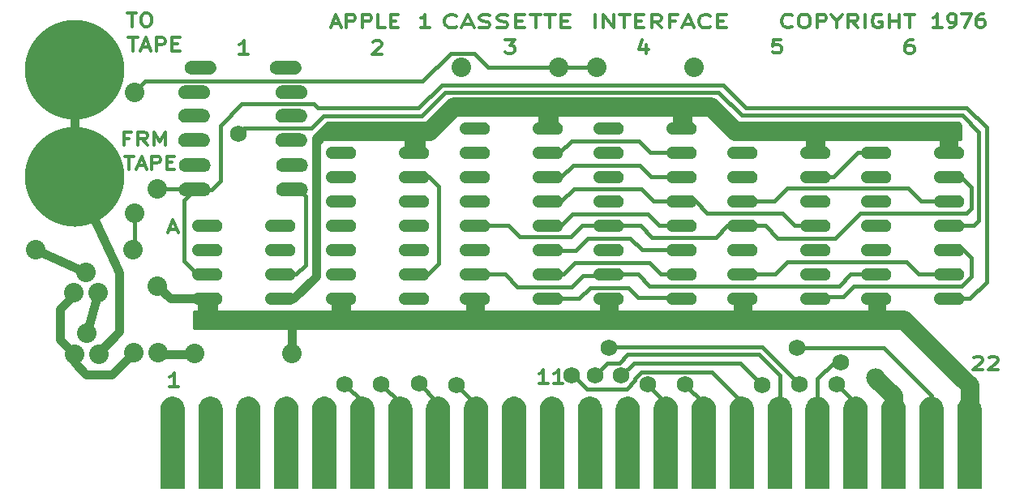
<source format=gbr>
G04 #@! TF.GenerationSoftware,KiCad,Pcbnew,5.1.5-1.fc31*
G04 #@! TF.CreationDate,2020-04-08T07:23:44-07:00*
G04 #@! TF.ProjectId,cassette_interface,63617373-6574-4746-955f-696e74657266,rev?*
G04 #@! TF.SameCoordinates,PX60e4b00PY791ddc0*
G04 #@! TF.FileFunction,Copper,L1,Top*
G04 #@! TF.FilePolarity,Positive*
%FSLAX46Y46*%
G04 Gerber Fmt 4.6, Leading zero omitted, Abs format (unit mm)*
G04 Created by KiCad (PCBNEW 5.1.5-1.fc31) date 2020-04-08 07:23:44*
%MOMM*%
%LPD*%
G04 APERTURE LIST*
%ADD10C,0.304800*%
%ADD11C,2.032000*%
%ADD12C,10.414000*%
%ADD13C,0.100000*%
%ADD14C,1.981200*%
%ADD15C,1.727200*%
%ADD16C,0.457200*%
%ADD17C,0.889000*%
%ADD18C,1.905000*%
%ADD19C,2.032000*%
%ADD20C,0.254000*%
G04 APERTURE END LIST*
D10*
X15685104Y27402367D02*
X16471295Y27402367D01*
X15527866Y27003224D02*
X16078200Y28400224D01*
X16628533Y27003224D01*
X96396628Y48466224D02*
X95496742Y48466224D01*
X95946685Y48466224D02*
X95946685Y49863224D01*
X95796704Y49663653D01*
X95646723Y49530605D01*
X95496742Y49464081D01*
X97146533Y48466224D02*
X97446495Y48466224D01*
X97596476Y48532748D01*
X97671466Y48599272D01*
X97821447Y48798843D01*
X97896438Y49064939D01*
X97896438Y49597129D01*
X97821447Y49730177D01*
X97746457Y49796700D01*
X97596476Y49863224D01*
X97296514Y49863224D01*
X97146533Y49796700D01*
X97071542Y49730177D01*
X96996552Y49597129D01*
X96996552Y49264510D01*
X97071542Y49131462D01*
X97146533Y49064939D01*
X97296514Y48998415D01*
X97596476Y48998415D01*
X97746457Y49064939D01*
X97821447Y49131462D01*
X97896438Y49264510D01*
X98421371Y49863224D02*
X99471238Y49863224D01*
X98796323Y48466224D01*
X100746076Y49863224D02*
X100446114Y49863224D01*
X100296133Y49796700D01*
X100221142Y49730177D01*
X100071161Y49530605D01*
X99996171Y49264510D01*
X99996171Y48732320D01*
X100071161Y48599272D01*
X100146152Y48532748D01*
X100296133Y48466224D01*
X100596095Y48466224D01*
X100746076Y48532748D01*
X100821066Y48599272D01*
X100896057Y48732320D01*
X100896057Y49064939D01*
X100821066Y49197986D01*
X100746076Y49264510D01*
X100596095Y49331034D01*
X100296133Y49331034D01*
X100146152Y49264510D01*
X100071161Y49197986D01*
X99996171Y49064939D01*
X80753857Y48573872D02*
X80670400Y48507348D01*
X80420028Y48440824D01*
X80253114Y48440824D01*
X80002742Y48507348D01*
X79835828Y48640396D01*
X79752371Y48773443D01*
X79668914Y49039539D01*
X79668914Y49239110D01*
X79752371Y49505205D01*
X79835828Y49638253D01*
X80002742Y49771300D01*
X80253114Y49837824D01*
X80420028Y49837824D01*
X80670400Y49771300D01*
X80753857Y49704777D01*
X81838800Y49837824D02*
X82172628Y49837824D01*
X82339542Y49771300D01*
X82506457Y49638253D01*
X82589914Y49372158D01*
X82589914Y48906491D01*
X82506457Y48640396D01*
X82339542Y48507348D01*
X82172628Y48440824D01*
X81838800Y48440824D01*
X81671885Y48507348D01*
X81504971Y48640396D01*
X81421514Y48906491D01*
X81421514Y49372158D01*
X81504971Y49638253D01*
X81671885Y49771300D01*
X81838800Y49837824D01*
X83341028Y48440824D02*
X83341028Y49837824D01*
X84008685Y49837824D01*
X84175600Y49771300D01*
X84259057Y49704777D01*
X84342514Y49571729D01*
X84342514Y49372158D01*
X84259057Y49239110D01*
X84175600Y49172586D01*
X84008685Y49106062D01*
X83341028Y49106062D01*
X85427457Y49106062D02*
X85427457Y48440824D01*
X84843257Y49837824D02*
X85427457Y49106062D01*
X86011657Y49837824D01*
X87597342Y48440824D02*
X87013142Y49106062D01*
X86595857Y48440824D02*
X86595857Y49837824D01*
X87263514Y49837824D01*
X87430428Y49771300D01*
X87513885Y49704777D01*
X87597342Y49571729D01*
X87597342Y49372158D01*
X87513885Y49239110D01*
X87430428Y49172586D01*
X87263514Y49106062D01*
X86595857Y49106062D01*
X88348457Y48440824D02*
X88348457Y49837824D01*
X90101057Y49771300D02*
X89934142Y49837824D01*
X89683771Y49837824D01*
X89433400Y49771300D01*
X89266485Y49638253D01*
X89183028Y49505205D01*
X89099571Y49239110D01*
X89099571Y49039539D01*
X89183028Y48773443D01*
X89266485Y48640396D01*
X89433400Y48507348D01*
X89683771Y48440824D01*
X89850685Y48440824D01*
X90101057Y48507348D01*
X90184514Y48573872D01*
X90184514Y49039539D01*
X89850685Y49039539D01*
X90935628Y48440824D02*
X90935628Y49837824D01*
X90935628Y49172586D02*
X91937114Y49172586D01*
X91937114Y48440824D02*
X91937114Y49837824D01*
X92521314Y49837824D02*
X93522800Y49837824D01*
X93022057Y48440824D02*
X93022057Y49837824D01*
X60181066Y48415424D02*
X60181066Y49812424D01*
X61064019Y48415424D02*
X61064019Y49812424D01*
X62123561Y48415424D01*
X62123561Y49812424D01*
X62741628Y49812424D02*
X63801171Y49812424D01*
X63271400Y48415424D02*
X63271400Y49812424D01*
X64419238Y49147186D02*
X65037304Y49147186D01*
X65302190Y48415424D02*
X64419238Y48415424D01*
X64419238Y49812424D01*
X65302190Y49812424D01*
X67156390Y48415424D02*
X66538323Y49080662D01*
X66096847Y48415424D02*
X66096847Y49812424D01*
X66803209Y49812424D01*
X66979800Y49745900D01*
X67068095Y49679377D01*
X67156390Y49546329D01*
X67156390Y49346758D01*
X67068095Y49213710D01*
X66979800Y49147186D01*
X66803209Y49080662D01*
X66096847Y49080662D01*
X68569114Y49147186D02*
X67951047Y49147186D01*
X67951047Y48415424D02*
X67951047Y49812424D01*
X68834000Y49812424D01*
X69452066Y48814567D02*
X70335019Y48814567D01*
X69275476Y48415424D02*
X69893542Y49812424D01*
X70511609Y48415424D01*
X72189219Y48548472D02*
X72100923Y48481948D01*
X71836038Y48415424D01*
X71659447Y48415424D01*
X71394561Y48481948D01*
X71217971Y48614996D01*
X71129676Y48748043D01*
X71041380Y49014139D01*
X71041380Y49213710D01*
X71129676Y49479805D01*
X71217971Y49612853D01*
X71394561Y49745900D01*
X71659447Y49812424D01*
X71836038Y49812424D01*
X72100923Y49745900D01*
X72189219Y49679377D01*
X72983876Y49147186D02*
X73601942Y49147186D01*
X73866828Y48415424D02*
X72983876Y48415424D01*
X72983876Y49812424D01*
X73866828Y49812424D01*
X45673433Y48548472D02*
X45580300Y48481948D01*
X45300900Y48415424D01*
X45114633Y48415424D01*
X44835233Y48481948D01*
X44648966Y48614996D01*
X44555833Y48748043D01*
X44462700Y49014139D01*
X44462700Y49213710D01*
X44555833Y49479805D01*
X44648966Y49612853D01*
X44835233Y49745900D01*
X45114633Y49812424D01*
X45300900Y49812424D01*
X45580300Y49745900D01*
X45673433Y49679377D01*
X46418500Y48814567D02*
X47349833Y48814567D01*
X46232233Y48415424D02*
X46884166Y49812424D01*
X47536100Y48415424D01*
X48094900Y48481948D02*
X48374300Y48415424D01*
X48839966Y48415424D01*
X49026233Y48481948D01*
X49119366Y48548472D01*
X49212500Y48681520D01*
X49212500Y48814567D01*
X49119366Y48947615D01*
X49026233Y49014139D01*
X48839966Y49080662D01*
X48467433Y49147186D01*
X48281166Y49213710D01*
X48188033Y49280234D01*
X48094900Y49413281D01*
X48094900Y49546329D01*
X48188033Y49679377D01*
X48281166Y49745900D01*
X48467433Y49812424D01*
X48933100Y49812424D01*
X49212500Y49745900D01*
X49957566Y48481948D02*
X50236966Y48415424D01*
X50702633Y48415424D01*
X50888900Y48481948D01*
X50982033Y48548472D01*
X51075166Y48681520D01*
X51075166Y48814567D01*
X50982033Y48947615D01*
X50888900Y49014139D01*
X50702633Y49080662D01*
X50330100Y49147186D01*
X50143833Y49213710D01*
X50050700Y49280234D01*
X49957566Y49413281D01*
X49957566Y49546329D01*
X50050700Y49679377D01*
X50143833Y49745900D01*
X50330100Y49812424D01*
X50795766Y49812424D01*
X51075166Y49745900D01*
X51913366Y49147186D02*
X52565300Y49147186D01*
X52844700Y48415424D02*
X51913366Y48415424D01*
X51913366Y49812424D01*
X52844700Y49812424D01*
X53403500Y49812424D02*
X54521100Y49812424D01*
X53962300Y48415424D02*
X53962300Y49812424D01*
X54893633Y49812424D02*
X56011233Y49812424D01*
X55452433Y48415424D02*
X55452433Y49812424D01*
X56663166Y49147186D02*
X57315100Y49147186D01*
X57594500Y48415424D02*
X56663166Y48415424D01*
X56663166Y49812424D01*
X57594500Y49812424D01*
X42915114Y48440824D02*
X41971685Y48440824D01*
X42443400Y48440824D02*
X42443400Y49837824D01*
X42286161Y49638253D01*
X42128923Y49505205D01*
X41971685Y49438681D01*
X32710361Y48839967D02*
X33496552Y48839967D01*
X32553123Y48440824D02*
X33103457Y49837824D01*
X33653790Y48440824D01*
X34204123Y48440824D02*
X34204123Y49837824D01*
X34833076Y49837824D01*
X34990314Y49771300D01*
X35068933Y49704777D01*
X35147552Y49571729D01*
X35147552Y49372158D01*
X35068933Y49239110D01*
X34990314Y49172586D01*
X34833076Y49106062D01*
X34204123Y49106062D01*
X35855123Y48440824D02*
X35855123Y49837824D01*
X36484076Y49837824D01*
X36641314Y49771300D01*
X36719933Y49704777D01*
X36798552Y49571729D01*
X36798552Y49372158D01*
X36719933Y49239110D01*
X36641314Y49172586D01*
X36484076Y49106062D01*
X35855123Y49106062D01*
X38292314Y48440824D02*
X37506123Y48440824D01*
X37506123Y49837824D01*
X38842647Y49172586D02*
X39392980Y49172586D01*
X39628838Y48440824D02*
X38842647Y48440824D01*
X38842647Y49837824D01*
X39628838Y49837824D01*
X99732495Y13966977D02*
X99811114Y14033500D01*
X99968352Y14100024D01*
X100361447Y14100024D01*
X100518685Y14033500D01*
X100597304Y13966977D01*
X100675923Y13833929D01*
X100675923Y13700881D01*
X100597304Y13501310D01*
X99653876Y12703024D01*
X100675923Y12703024D01*
X101304876Y13966977D02*
X101383495Y14033500D01*
X101540733Y14100024D01*
X101933828Y14100024D01*
X102091066Y14033500D01*
X102169685Y13966977D01*
X102248304Y13833929D01*
X102248304Y13700881D01*
X102169685Y13501310D01*
X101226257Y12703024D01*
X102248304Y12703024D01*
X55260723Y11306024D02*
X54317295Y11306024D01*
X54789009Y11306024D02*
X54789009Y12703024D01*
X54631771Y12503453D01*
X54474533Y12370405D01*
X54317295Y12303881D01*
X56833104Y11306024D02*
X55889676Y11306024D01*
X56361390Y11306024D02*
X56361390Y12703024D01*
X56204152Y12503453D01*
X56046914Y12370405D01*
X55889676Y12303881D01*
X16676914Y10975824D02*
X15733485Y10975824D01*
X16205200Y10975824D02*
X16205200Y12372824D01*
X16047961Y12173253D01*
X15890723Y12040205D01*
X15733485Y11973681D01*
X93354676Y47145424D02*
X93040200Y47145424D01*
X92882961Y47078900D01*
X92804342Y47012377D01*
X92647104Y46812805D01*
X92568485Y46546710D01*
X92568485Y46014520D01*
X92647104Y45881472D01*
X92725723Y45814948D01*
X92882961Y45748424D01*
X93197438Y45748424D01*
X93354676Y45814948D01*
X93433295Y45881472D01*
X93511914Y46014520D01*
X93511914Y46347139D01*
X93433295Y46480186D01*
X93354676Y46546710D01*
X93197438Y46613234D01*
X92882961Y46613234D01*
X92725723Y46546710D01*
X92647104Y46480186D01*
X92568485Y46347139D01*
X79564895Y47196224D02*
X78778704Y47196224D01*
X78700085Y46530986D01*
X78778704Y46597510D01*
X78935942Y46664034D01*
X79329038Y46664034D01*
X79486276Y46597510D01*
X79564895Y46530986D01*
X79643514Y46397939D01*
X79643514Y46065320D01*
X79564895Y45932272D01*
X79486276Y45865748D01*
X79329038Y45799224D01*
X78935942Y45799224D01*
X78778704Y45865748D01*
X78700085Y45932272D01*
X65516276Y46654358D02*
X65516276Y45723024D01*
X65123180Y47186548D02*
X64730085Y46188691D01*
X65752133Y46188691D01*
X36993285Y46961577D02*
X37071904Y47028100D01*
X37229142Y47094624D01*
X37622238Y47094624D01*
X37779476Y47028100D01*
X37858095Y46961577D01*
X37936714Y46828529D01*
X37936714Y46695481D01*
X37858095Y46495910D01*
X36914666Y45697624D01*
X37936714Y45697624D01*
X23966714Y45672224D02*
X23023285Y45672224D01*
X23495000Y45672224D02*
X23495000Y47069224D01*
X23337761Y46869653D01*
X23180523Y46736605D01*
X23023285Y46670081D01*
X11074400Y35029624D02*
X11988800Y35029624D01*
X11531600Y33632624D02*
X11531600Y35029624D01*
X12446000Y34031767D02*
X13208000Y34031767D01*
X12293600Y33632624D02*
X12827000Y35029624D01*
X13360400Y33632624D01*
X13893800Y33632624D02*
X13893800Y35029624D01*
X14503400Y35029624D01*
X14655800Y34963100D01*
X14732000Y34896577D01*
X14808200Y34763529D01*
X14808200Y34563958D01*
X14732000Y34430910D01*
X14655800Y34364386D01*
X14503400Y34297862D01*
X13893800Y34297862D01*
X15494000Y34364386D02*
X16027400Y34364386D01*
X16256000Y33632624D02*
X15494000Y33632624D01*
X15494000Y35029624D01*
X16256000Y35029624D01*
X11527971Y36878986D02*
X10952238Y36878986D01*
X10952238Y36147224D02*
X10952238Y37544224D01*
X11774714Y37544224D01*
X13419666Y36147224D02*
X12843933Y36812462D01*
X12432695Y36147224D02*
X12432695Y37544224D01*
X13090676Y37544224D01*
X13255171Y37477700D01*
X13337419Y37411177D01*
X13419666Y37278129D01*
X13419666Y37078558D01*
X13337419Y36945510D01*
X13255171Y36878986D01*
X13090676Y36812462D01*
X12432695Y36812462D01*
X14159895Y36147224D02*
X14159895Y37544224D01*
X14735628Y36546367D01*
X15311361Y37544224D01*
X15311361Y36147224D01*
X11446933Y47399424D02*
X12390361Y47399424D01*
X11918647Y46002424D02*
X11918647Y47399424D01*
X12862076Y46401567D02*
X13648266Y46401567D01*
X12704838Y46002424D02*
X13255171Y47399424D01*
X13805504Y46002424D01*
X14355838Y46002424D02*
X14355838Y47399424D01*
X14984790Y47399424D01*
X15142028Y47332900D01*
X15220647Y47266377D01*
X15299266Y47133329D01*
X15299266Y46933758D01*
X15220647Y46800710D01*
X15142028Y46734186D01*
X14984790Y46667662D01*
X14355838Y46667662D01*
X16006838Y46734186D02*
X16557171Y46734186D01*
X16793028Y46002424D02*
X16006838Y46002424D01*
X16006838Y47399424D01*
X16793028Y47399424D01*
X11338076Y49964824D02*
X12281504Y49964824D01*
X11809790Y48567824D02*
X11809790Y49964824D01*
X13146314Y49964824D02*
X13460790Y49964824D01*
X13618028Y49898300D01*
X13775266Y49765253D01*
X13853885Y49499158D01*
X13853885Y49033491D01*
X13775266Y48767396D01*
X13618028Y48634348D01*
X13460790Y48567824D01*
X13146314Y48567824D01*
X12989076Y48634348D01*
X12831838Y48767396D01*
X12753219Y49033491D01*
X12753219Y49499158D01*
X12831838Y49765253D01*
X12989076Y49898300D01*
X13146314Y49964824D01*
X50783066Y47145424D02*
X51805114Y47145424D01*
X51254780Y46613234D01*
X51490638Y46613234D01*
X51647876Y46546710D01*
X51726495Y46480186D01*
X51805114Y46347139D01*
X51805114Y46014520D01*
X51726495Y45881472D01*
X51647876Y45814948D01*
X51490638Y45748424D01*
X51018923Y45748424D01*
X50861685Y45814948D01*
X50783066Y45881472D01*
D11*
X12065000Y29032200D03*
D12*
X5791200Y32842200D03*
D11*
X12065000Y41681400D03*
D12*
X5791200Y44018200D03*
G04 #@! TA.AperFunction,Conductor*
D13*
G36*
X99449548Y9893054D02*
G01*
X99571785Y9868740D01*
X99691050Y9832561D01*
X99806195Y9784866D01*
X99916110Y9726115D01*
X100019738Y9656874D01*
X100116080Y9577808D01*
X100204208Y9489680D01*
X100283274Y9393338D01*
X100352515Y9289710D01*
X100411266Y9179795D01*
X100458961Y9064650D01*
X100495140Y8945385D01*
X100519454Y8823148D01*
X100531670Y8699116D01*
X100531670Y8636300D01*
X100533200Y8636300D01*
X100533200Y305300D01*
X97993200Y305300D01*
X97993200Y8636300D01*
X97994730Y8636300D01*
X97994730Y8699116D01*
X98006946Y8823148D01*
X98031260Y8945385D01*
X98067439Y9064650D01*
X98115134Y9179795D01*
X98173885Y9289710D01*
X98243126Y9393338D01*
X98322192Y9489680D01*
X98410320Y9577808D01*
X98506662Y9656874D01*
X98610290Y9726115D01*
X98720205Y9784866D01*
X98835350Y9832561D01*
X98954615Y9868740D01*
X99076852Y9893054D01*
X99200884Y9905270D01*
X99325516Y9905270D01*
X99449548Y9893054D01*
G37*
G04 #@! TD.AperFunction*
G04 #@! TA.AperFunction,Conductor*
G36*
X95487148Y9893054D02*
G01*
X95609385Y9868740D01*
X95728650Y9832561D01*
X95843795Y9784866D01*
X95953710Y9726115D01*
X96057338Y9656874D01*
X96153680Y9577808D01*
X96241808Y9489680D01*
X96320874Y9393338D01*
X96390115Y9289710D01*
X96448866Y9179795D01*
X96496561Y9064650D01*
X96532740Y8945385D01*
X96557054Y8823148D01*
X96569270Y8699116D01*
X96569270Y8636300D01*
X96570800Y8636300D01*
X96570800Y305300D01*
X94030800Y305300D01*
X94030800Y8636300D01*
X94032330Y8636300D01*
X94032330Y8699116D01*
X94044546Y8823148D01*
X94068860Y8945385D01*
X94105039Y9064650D01*
X94152734Y9179795D01*
X94211485Y9289710D01*
X94280726Y9393338D01*
X94359792Y9489680D01*
X94447920Y9577808D01*
X94544262Y9656874D01*
X94647890Y9726115D01*
X94757805Y9784866D01*
X94872950Y9832561D01*
X94992215Y9868740D01*
X95114452Y9893054D01*
X95238484Y9905270D01*
X95363116Y9905270D01*
X95487148Y9893054D01*
G37*
G04 #@! TD.AperFunction*
G04 #@! TA.AperFunction,Conductor*
G36*
X91524748Y9893054D02*
G01*
X91646985Y9868740D01*
X91766250Y9832561D01*
X91881395Y9784866D01*
X91991310Y9726115D01*
X92094938Y9656874D01*
X92191280Y9577808D01*
X92279408Y9489680D01*
X92358474Y9393338D01*
X92427715Y9289710D01*
X92486466Y9179795D01*
X92534161Y9064650D01*
X92570340Y8945385D01*
X92594654Y8823148D01*
X92606870Y8699116D01*
X92606870Y8636300D01*
X92608400Y8636300D01*
X92608400Y305300D01*
X90068400Y305300D01*
X90068400Y8636300D01*
X90069930Y8636300D01*
X90069930Y8699116D01*
X90082146Y8823148D01*
X90106460Y8945385D01*
X90142639Y9064650D01*
X90190334Y9179795D01*
X90249085Y9289710D01*
X90318326Y9393338D01*
X90397392Y9489680D01*
X90485520Y9577808D01*
X90581862Y9656874D01*
X90685490Y9726115D01*
X90795405Y9784866D01*
X90910550Y9832561D01*
X91029815Y9868740D01*
X91152052Y9893054D01*
X91276084Y9905270D01*
X91400716Y9905270D01*
X91524748Y9893054D01*
G37*
G04 #@! TD.AperFunction*
G04 #@! TA.AperFunction,Conductor*
G36*
X87562348Y9893054D02*
G01*
X87684585Y9868740D01*
X87803850Y9832561D01*
X87918995Y9784866D01*
X88028910Y9726115D01*
X88132538Y9656874D01*
X88228880Y9577808D01*
X88317008Y9489680D01*
X88396074Y9393338D01*
X88465315Y9289710D01*
X88524066Y9179795D01*
X88571761Y9064650D01*
X88607940Y8945385D01*
X88632254Y8823148D01*
X88644470Y8699116D01*
X88644470Y8636300D01*
X88646000Y8636300D01*
X88646000Y305300D01*
X86106000Y305300D01*
X86106000Y8636300D01*
X86107530Y8636300D01*
X86107530Y8699116D01*
X86119746Y8823148D01*
X86144060Y8945385D01*
X86180239Y9064650D01*
X86227934Y9179795D01*
X86286685Y9289710D01*
X86355926Y9393338D01*
X86434992Y9489680D01*
X86523120Y9577808D01*
X86619462Y9656874D01*
X86723090Y9726115D01*
X86833005Y9784866D01*
X86948150Y9832561D01*
X87067415Y9868740D01*
X87189652Y9893054D01*
X87313684Y9905270D01*
X87438316Y9905270D01*
X87562348Y9893054D01*
G37*
G04 #@! TD.AperFunction*
G04 #@! TA.AperFunction,Conductor*
G36*
X83599948Y9893054D02*
G01*
X83722185Y9868740D01*
X83841450Y9832561D01*
X83956595Y9784866D01*
X84066510Y9726115D01*
X84170138Y9656874D01*
X84266480Y9577808D01*
X84354608Y9489680D01*
X84433674Y9393338D01*
X84502915Y9289710D01*
X84561666Y9179795D01*
X84609361Y9064650D01*
X84645540Y8945385D01*
X84669854Y8823148D01*
X84682070Y8699116D01*
X84682070Y8636300D01*
X84683600Y8636300D01*
X84683600Y305300D01*
X82143600Y305300D01*
X82143600Y8636300D01*
X82145130Y8636300D01*
X82145130Y8699116D01*
X82157346Y8823148D01*
X82181660Y8945385D01*
X82217839Y9064650D01*
X82265534Y9179795D01*
X82324285Y9289710D01*
X82393526Y9393338D01*
X82472592Y9489680D01*
X82560720Y9577808D01*
X82657062Y9656874D01*
X82760690Y9726115D01*
X82870605Y9784866D01*
X82985750Y9832561D01*
X83105015Y9868740D01*
X83227252Y9893054D01*
X83351284Y9905270D01*
X83475916Y9905270D01*
X83599948Y9893054D01*
G37*
G04 #@! TD.AperFunction*
G04 #@! TA.AperFunction,Conductor*
G36*
X79637548Y9893054D02*
G01*
X79759785Y9868740D01*
X79879050Y9832561D01*
X79994195Y9784866D01*
X80104110Y9726115D01*
X80207738Y9656874D01*
X80304080Y9577808D01*
X80392208Y9489680D01*
X80471274Y9393338D01*
X80540515Y9289710D01*
X80599266Y9179795D01*
X80646961Y9064650D01*
X80683140Y8945385D01*
X80707454Y8823148D01*
X80719670Y8699116D01*
X80719670Y8636300D01*
X80721200Y8636300D01*
X80721200Y305300D01*
X78181200Y305300D01*
X78181200Y8636300D01*
X78182730Y8636300D01*
X78182730Y8699116D01*
X78194946Y8823148D01*
X78219260Y8945385D01*
X78255439Y9064650D01*
X78303134Y9179795D01*
X78361885Y9289710D01*
X78431126Y9393338D01*
X78510192Y9489680D01*
X78598320Y9577808D01*
X78694662Y9656874D01*
X78798290Y9726115D01*
X78908205Y9784866D01*
X79023350Y9832561D01*
X79142615Y9868740D01*
X79264852Y9893054D01*
X79388884Y9905270D01*
X79513516Y9905270D01*
X79637548Y9893054D01*
G37*
G04 #@! TD.AperFunction*
G04 #@! TA.AperFunction,Conductor*
G36*
X75675148Y9893054D02*
G01*
X75797385Y9868740D01*
X75916650Y9832561D01*
X76031795Y9784866D01*
X76141710Y9726115D01*
X76245338Y9656874D01*
X76341680Y9577808D01*
X76429808Y9489680D01*
X76508874Y9393338D01*
X76578115Y9289710D01*
X76636866Y9179795D01*
X76684561Y9064650D01*
X76720740Y8945385D01*
X76745054Y8823148D01*
X76757270Y8699116D01*
X76757270Y8636300D01*
X76758800Y8636300D01*
X76758800Y305300D01*
X74218800Y305300D01*
X74218800Y8636300D01*
X74220330Y8636300D01*
X74220330Y8699116D01*
X74232546Y8823148D01*
X74256860Y8945385D01*
X74293039Y9064650D01*
X74340734Y9179795D01*
X74399485Y9289710D01*
X74468726Y9393338D01*
X74547792Y9489680D01*
X74635920Y9577808D01*
X74732262Y9656874D01*
X74835890Y9726115D01*
X74945805Y9784866D01*
X75060950Y9832561D01*
X75180215Y9868740D01*
X75302452Y9893054D01*
X75426484Y9905270D01*
X75551116Y9905270D01*
X75675148Y9893054D01*
G37*
G04 #@! TD.AperFunction*
G04 #@! TA.AperFunction,Conductor*
G36*
X71712748Y9893054D02*
G01*
X71834985Y9868740D01*
X71954250Y9832561D01*
X72069395Y9784866D01*
X72179310Y9726115D01*
X72282938Y9656874D01*
X72379280Y9577808D01*
X72467408Y9489680D01*
X72546474Y9393338D01*
X72615715Y9289710D01*
X72674466Y9179795D01*
X72722161Y9064650D01*
X72758340Y8945385D01*
X72782654Y8823148D01*
X72794870Y8699116D01*
X72794870Y8636300D01*
X72796400Y8636300D01*
X72796400Y305300D01*
X70256400Y305300D01*
X70256400Y8636300D01*
X70257930Y8636300D01*
X70257930Y8699116D01*
X70270146Y8823148D01*
X70294460Y8945385D01*
X70330639Y9064650D01*
X70378334Y9179795D01*
X70437085Y9289710D01*
X70506326Y9393338D01*
X70585392Y9489680D01*
X70673520Y9577808D01*
X70769862Y9656874D01*
X70873490Y9726115D01*
X70983405Y9784866D01*
X71098550Y9832561D01*
X71217815Y9868740D01*
X71340052Y9893054D01*
X71464084Y9905270D01*
X71588716Y9905270D01*
X71712748Y9893054D01*
G37*
G04 #@! TD.AperFunction*
G04 #@! TA.AperFunction,Conductor*
G36*
X67750348Y9893054D02*
G01*
X67872585Y9868740D01*
X67991850Y9832561D01*
X68106995Y9784866D01*
X68216910Y9726115D01*
X68320538Y9656874D01*
X68416880Y9577808D01*
X68505008Y9489680D01*
X68584074Y9393338D01*
X68653315Y9289710D01*
X68712066Y9179795D01*
X68759761Y9064650D01*
X68795940Y8945385D01*
X68820254Y8823148D01*
X68832470Y8699116D01*
X68832470Y8636300D01*
X68834000Y8636300D01*
X68834000Y305300D01*
X66294000Y305300D01*
X66294000Y8636300D01*
X66295530Y8636300D01*
X66295530Y8699116D01*
X66307746Y8823148D01*
X66332060Y8945385D01*
X66368239Y9064650D01*
X66415934Y9179795D01*
X66474685Y9289710D01*
X66543926Y9393338D01*
X66622992Y9489680D01*
X66711120Y9577808D01*
X66807462Y9656874D01*
X66911090Y9726115D01*
X67021005Y9784866D01*
X67136150Y9832561D01*
X67255415Y9868740D01*
X67377652Y9893054D01*
X67501684Y9905270D01*
X67626316Y9905270D01*
X67750348Y9893054D01*
G37*
G04 #@! TD.AperFunction*
G04 #@! TA.AperFunction,Conductor*
G36*
X63787948Y9893054D02*
G01*
X63910185Y9868740D01*
X64029450Y9832561D01*
X64144595Y9784866D01*
X64254510Y9726115D01*
X64358138Y9656874D01*
X64454480Y9577808D01*
X64542608Y9489680D01*
X64621674Y9393338D01*
X64690915Y9289710D01*
X64749666Y9179795D01*
X64797361Y9064650D01*
X64833540Y8945385D01*
X64857854Y8823148D01*
X64870070Y8699116D01*
X64870070Y8636300D01*
X64871600Y8636300D01*
X64871600Y305300D01*
X62331600Y305300D01*
X62331600Y8636300D01*
X62333130Y8636300D01*
X62333130Y8699116D01*
X62345346Y8823148D01*
X62369660Y8945385D01*
X62405839Y9064650D01*
X62453534Y9179795D01*
X62512285Y9289710D01*
X62581526Y9393338D01*
X62660592Y9489680D01*
X62748720Y9577808D01*
X62845062Y9656874D01*
X62948690Y9726115D01*
X63058605Y9784866D01*
X63173750Y9832561D01*
X63293015Y9868740D01*
X63415252Y9893054D01*
X63539284Y9905270D01*
X63663916Y9905270D01*
X63787948Y9893054D01*
G37*
G04 #@! TD.AperFunction*
G04 #@! TA.AperFunction,Conductor*
G36*
X59825548Y9893054D02*
G01*
X59947785Y9868740D01*
X60067050Y9832561D01*
X60182195Y9784866D01*
X60292110Y9726115D01*
X60395738Y9656874D01*
X60492080Y9577808D01*
X60580208Y9489680D01*
X60659274Y9393338D01*
X60728515Y9289710D01*
X60787266Y9179795D01*
X60834961Y9064650D01*
X60871140Y8945385D01*
X60895454Y8823148D01*
X60907670Y8699116D01*
X60907670Y8636300D01*
X60909200Y8636300D01*
X60909200Y305300D01*
X58369200Y305300D01*
X58369200Y8636300D01*
X58370730Y8636300D01*
X58370730Y8699116D01*
X58382946Y8823148D01*
X58407260Y8945385D01*
X58443439Y9064650D01*
X58491134Y9179795D01*
X58549885Y9289710D01*
X58619126Y9393338D01*
X58698192Y9489680D01*
X58786320Y9577808D01*
X58882662Y9656874D01*
X58986290Y9726115D01*
X59096205Y9784866D01*
X59211350Y9832561D01*
X59330615Y9868740D01*
X59452852Y9893054D01*
X59576884Y9905270D01*
X59701516Y9905270D01*
X59825548Y9893054D01*
G37*
G04 #@! TD.AperFunction*
G04 #@! TA.AperFunction,Conductor*
G36*
X55863148Y9893054D02*
G01*
X55985385Y9868740D01*
X56104650Y9832561D01*
X56219795Y9784866D01*
X56329710Y9726115D01*
X56433338Y9656874D01*
X56529680Y9577808D01*
X56617808Y9489680D01*
X56696874Y9393338D01*
X56766115Y9289710D01*
X56824866Y9179795D01*
X56872561Y9064650D01*
X56908740Y8945385D01*
X56933054Y8823148D01*
X56945270Y8699116D01*
X56945270Y8636300D01*
X56946800Y8636300D01*
X56946800Y305300D01*
X54406800Y305300D01*
X54406800Y8636300D01*
X54408330Y8636300D01*
X54408330Y8699116D01*
X54420546Y8823148D01*
X54444860Y8945385D01*
X54481039Y9064650D01*
X54528734Y9179795D01*
X54587485Y9289710D01*
X54656726Y9393338D01*
X54735792Y9489680D01*
X54823920Y9577808D01*
X54920262Y9656874D01*
X55023890Y9726115D01*
X55133805Y9784866D01*
X55248950Y9832561D01*
X55368215Y9868740D01*
X55490452Y9893054D01*
X55614484Y9905270D01*
X55739116Y9905270D01*
X55863148Y9893054D01*
G37*
G04 #@! TD.AperFunction*
G04 #@! TA.AperFunction,Conductor*
G36*
X51900748Y9893054D02*
G01*
X52022985Y9868740D01*
X52142250Y9832561D01*
X52257395Y9784866D01*
X52367310Y9726115D01*
X52470938Y9656874D01*
X52567280Y9577808D01*
X52655408Y9489680D01*
X52734474Y9393338D01*
X52803715Y9289710D01*
X52862466Y9179795D01*
X52910161Y9064650D01*
X52946340Y8945385D01*
X52970654Y8823148D01*
X52982870Y8699116D01*
X52982870Y8636300D01*
X52984400Y8636300D01*
X52984400Y305300D01*
X50444400Y305300D01*
X50444400Y8636300D01*
X50445930Y8636300D01*
X50445930Y8699116D01*
X50458146Y8823148D01*
X50482460Y8945385D01*
X50518639Y9064650D01*
X50566334Y9179795D01*
X50625085Y9289710D01*
X50694326Y9393338D01*
X50773392Y9489680D01*
X50861520Y9577808D01*
X50957862Y9656874D01*
X51061490Y9726115D01*
X51171405Y9784866D01*
X51286550Y9832561D01*
X51405815Y9868740D01*
X51528052Y9893054D01*
X51652084Y9905270D01*
X51776716Y9905270D01*
X51900748Y9893054D01*
G37*
G04 #@! TD.AperFunction*
G04 #@! TA.AperFunction,Conductor*
G36*
X47938348Y9893054D02*
G01*
X48060585Y9868740D01*
X48179850Y9832561D01*
X48294995Y9784866D01*
X48404910Y9726115D01*
X48508538Y9656874D01*
X48604880Y9577808D01*
X48693008Y9489680D01*
X48772074Y9393338D01*
X48841315Y9289710D01*
X48900066Y9179795D01*
X48947761Y9064650D01*
X48983940Y8945385D01*
X49008254Y8823148D01*
X49020470Y8699116D01*
X49020470Y8636300D01*
X49022000Y8636300D01*
X49022000Y305300D01*
X46482000Y305300D01*
X46482000Y8636300D01*
X46483530Y8636300D01*
X46483530Y8699116D01*
X46495746Y8823148D01*
X46520060Y8945385D01*
X46556239Y9064650D01*
X46603934Y9179795D01*
X46662685Y9289710D01*
X46731926Y9393338D01*
X46810992Y9489680D01*
X46899120Y9577808D01*
X46995462Y9656874D01*
X47099090Y9726115D01*
X47209005Y9784866D01*
X47324150Y9832561D01*
X47443415Y9868740D01*
X47565652Y9893054D01*
X47689684Y9905270D01*
X47814316Y9905270D01*
X47938348Y9893054D01*
G37*
G04 #@! TD.AperFunction*
G04 #@! TA.AperFunction,Conductor*
G36*
X43975948Y9893054D02*
G01*
X44098185Y9868740D01*
X44217450Y9832561D01*
X44332595Y9784866D01*
X44442510Y9726115D01*
X44546138Y9656874D01*
X44642480Y9577808D01*
X44730608Y9489680D01*
X44809674Y9393338D01*
X44878915Y9289710D01*
X44937666Y9179795D01*
X44985361Y9064650D01*
X45021540Y8945385D01*
X45045854Y8823148D01*
X45058070Y8699116D01*
X45058070Y8636300D01*
X45059600Y8636300D01*
X45059600Y305300D01*
X42519600Y305300D01*
X42519600Y8636300D01*
X42521130Y8636300D01*
X42521130Y8699116D01*
X42533346Y8823148D01*
X42557660Y8945385D01*
X42593839Y9064650D01*
X42641534Y9179795D01*
X42700285Y9289710D01*
X42769526Y9393338D01*
X42848592Y9489680D01*
X42936720Y9577808D01*
X43033062Y9656874D01*
X43136690Y9726115D01*
X43246605Y9784866D01*
X43361750Y9832561D01*
X43481015Y9868740D01*
X43603252Y9893054D01*
X43727284Y9905270D01*
X43851916Y9905270D01*
X43975948Y9893054D01*
G37*
G04 #@! TD.AperFunction*
G04 #@! TA.AperFunction,Conductor*
G36*
X40013548Y9893054D02*
G01*
X40135785Y9868740D01*
X40255050Y9832561D01*
X40370195Y9784866D01*
X40480110Y9726115D01*
X40583738Y9656874D01*
X40680080Y9577808D01*
X40768208Y9489680D01*
X40847274Y9393338D01*
X40916515Y9289710D01*
X40975266Y9179795D01*
X41022961Y9064650D01*
X41059140Y8945385D01*
X41083454Y8823148D01*
X41095670Y8699116D01*
X41095670Y8636300D01*
X41097200Y8636300D01*
X41097200Y305300D01*
X38557200Y305300D01*
X38557200Y8636300D01*
X38558730Y8636300D01*
X38558730Y8699116D01*
X38570946Y8823148D01*
X38595260Y8945385D01*
X38631439Y9064650D01*
X38679134Y9179795D01*
X38737885Y9289710D01*
X38807126Y9393338D01*
X38886192Y9489680D01*
X38974320Y9577808D01*
X39070662Y9656874D01*
X39174290Y9726115D01*
X39284205Y9784866D01*
X39399350Y9832561D01*
X39518615Y9868740D01*
X39640852Y9893054D01*
X39764884Y9905270D01*
X39889516Y9905270D01*
X40013548Y9893054D01*
G37*
G04 #@! TD.AperFunction*
G04 #@! TA.AperFunction,Conductor*
G36*
X36051148Y9893054D02*
G01*
X36173385Y9868740D01*
X36292650Y9832561D01*
X36407795Y9784866D01*
X36517710Y9726115D01*
X36621338Y9656874D01*
X36717680Y9577808D01*
X36805808Y9489680D01*
X36884874Y9393338D01*
X36954115Y9289710D01*
X37012866Y9179795D01*
X37060561Y9064650D01*
X37096740Y8945385D01*
X37121054Y8823148D01*
X37133270Y8699116D01*
X37133270Y8636300D01*
X37134800Y8636300D01*
X37134800Y305300D01*
X34594800Y305300D01*
X34594800Y8636300D01*
X34596330Y8636300D01*
X34596330Y8699116D01*
X34608546Y8823148D01*
X34632860Y8945385D01*
X34669039Y9064650D01*
X34716734Y9179795D01*
X34775485Y9289710D01*
X34844726Y9393338D01*
X34923792Y9489680D01*
X35011920Y9577808D01*
X35108262Y9656874D01*
X35211890Y9726115D01*
X35321805Y9784866D01*
X35436950Y9832561D01*
X35556215Y9868740D01*
X35678452Y9893054D01*
X35802484Y9905270D01*
X35927116Y9905270D01*
X36051148Y9893054D01*
G37*
G04 #@! TD.AperFunction*
G04 #@! TA.AperFunction,Conductor*
G36*
X32088748Y9893054D02*
G01*
X32210985Y9868740D01*
X32330250Y9832561D01*
X32445395Y9784866D01*
X32555310Y9726115D01*
X32658938Y9656874D01*
X32755280Y9577808D01*
X32843408Y9489680D01*
X32922474Y9393338D01*
X32991715Y9289710D01*
X33050466Y9179795D01*
X33098161Y9064650D01*
X33134340Y8945385D01*
X33158654Y8823148D01*
X33170870Y8699116D01*
X33170870Y8636300D01*
X33172400Y8636300D01*
X33172400Y305300D01*
X30632400Y305300D01*
X30632400Y8636300D01*
X30633930Y8636300D01*
X30633930Y8699116D01*
X30646146Y8823148D01*
X30670460Y8945385D01*
X30706639Y9064650D01*
X30754334Y9179795D01*
X30813085Y9289710D01*
X30882326Y9393338D01*
X30961392Y9489680D01*
X31049520Y9577808D01*
X31145862Y9656874D01*
X31249490Y9726115D01*
X31359405Y9784866D01*
X31474550Y9832561D01*
X31593815Y9868740D01*
X31716052Y9893054D01*
X31840084Y9905270D01*
X31964716Y9905270D01*
X32088748Y9893054D01*
G37*
G04 #@! TD.AperFunction*
G04 #@! TA.AperFunction,Conductor*
G36*
X28126348Y9893054D02*
G01*
X28248585Y9868740D01*
X28367850Y9832561D01*
X28482995Y9784866D01*
X28592910Y9726115D01*
X28696538Y9656874D01*
X28792880Y9577808D01*
X28881008Y9489680D01*
X28960074Y9393338D01*
X29029315Y9289710D01*
X29088066Y9179795D01*
X29135761Y9064650D01*
X29171940Y8945385D01*
X29196254Y8823148D01*
X29208470Y8699116D01*
X29208470Y8636300D01*
X29210000Y8636300D01*
X29210000Y305300D01*
X26670000Y305300D01*
X26670000Y8636300D01*
X26671530Y8636300D01*
X26671530Y8699116D01*
X26683746Y8823148D01*
X26708060Y8945385D01*
X26744239Y9064650D01*
X26791934Y9179795D01*
X26850685Y9289710D01*
X26919926Y9393338D01*
X26998992Y9489680D01*
X27087120Y9577808D01*
X27183462Y9656874D01*
X27287090Y9726115D01*
X27397005Y9784866D01*
X27512150Y9832561D01*
X27631415Y9868740D01*
X27753652Y9893054D01*
X27877684Y9905270D01*
X28002316Y9905270D01*
X28126348Y9893054D01*
G37*
G04 #@! TD.AperFunction*
G04 #@! TA.AperFunction,Conductor*
G36*
X24163948Y9893054D02*
G01*
X24286185Y9868740D01*
X24405450Y9832561D01*
X24520595Y9784866D01*
X24630510Y9726115D01*
X24734138Y9656874D01*
X24830480Y9577808D01*
X24918608Y9489680D01*
X24997674Y9393338D01*
X25066915Y9289710D01*
X25125666Y9179795D01*
X25173361Y9064650D01*
X25209540Y8945385D01*
X25233854Y8823148D01*
X25246070Y8699116D01*
X25246070Y8636300D01*
X25247600Y8636300D01*
X25247600Y305300D01*
X22707600Y305300D01*
X22707600Y8636300D01*
X22709130Y8636300D01*
X22709130Y8699116D01*
X22721346Y8823148D01*
X22745660Y8945385D01*
X22781839Y9064650D01*
X22829534Y9179795D01*
X22888285Y9289710D01*
X22957526Y9393338D01*
X23036592Y9489680D01*
X23124720Y9577808D01*
X23221062Y9656874D01*
X23324690Y9726115D01*
X23434605Y9784866D01*
X23549750Y9832561D01*
X23669015Y9868740D01*
X23791252Y9893054D01*
X23915284Y9905270D01*
X24039916Y9905270D01*
X24163948Y9893054D01*
G37*
G04 #@! TD.AperFunction*
G04 #@! TA.AperFunction,Conductor*
G36*
X20201548Y9893054D02*
G01*
X20323785Y9868740D01*
X20443050Y9832561D01*
X20558195Y9784866D01*
X20668110Y9726115D01*
X20771738Y9656874D01*
X20868080Y9577808D01*
X20956208Y9489680D01*
X21035274Y9393338D01*
X21104515Y9289710D01*
X21163266Y9179795D01*
X21210961Y9064650D01*
X21247140Y8945385D01*
X21271454Y8823148D01*
X21283670Y8699116D01*
X21283670Y8636300D01*
X21285200Y8636300D01*
X21285200Y305300D01*
X18745200Y305300D01*
X18745200Y8636300D01*
X18746730Y8636300D01*
X18746730Y8699116D01*
X18758946Y8823148D01*
X18783260Y8945385D01*
X18819439Y9064650D01*
X18867134Y9179795D01*
X18925885Y9289710D01*
X18995126Y9393338D01*
X19074192Y9489680D01*
X19162320Y9577808D01*
X19258662Y9656874D01*
X19362290Y9726115D01*
X19472205Y9784866D01*
X19587350Y9832561D01*
X19706615Y9868740D01*
X19828852Y9893054D01*
X19952884Y9905270D01*
X20077516Y9905270D01*
X20201548Y9893054D01*
G37*
G04 #@! TD.AperFunction*
G04 #@! TA.AperFunction,Conductor*
G36*
X16239148Y9893054D02*
G01*
X16361385Y9868740D01*
X16480650Y9832561D01*
X16595795Y9784866D01*
X16705710Y9726115D01*
X16809338Y9656874D01*
X16905680Y9577808D01*
X16993808Y9489680D01*
X17072874Y9393338D01*
X17142115Y9289710D01*
X17200866Y9179795D01*
X17248561Y9064650D01*
X17284740Y8945385D01*
X17309054Y8823148D01*
X17321270Y8699116D01*
X17321270Y8636300D01*
X17322800Y8636300D01*
X17322800Y305300D01*
X14782800Y305300D01*
X14782800Y8636300D01*
X14784330Y8636300D01*
X14784330Y8699116D01*
X14796546Y8823148D01*
X14820860Y8945385D01*
X14857039Y9064650D01*
X14904734Y9179795D01*
X14963485Y9289710D01*
X15032726Y9393338D01*
X15111792Y9489680D01*
X15199920Y9577808D01*
X15296262Y9656874D01*
X15399890Y9726115D01*
X15509805Y9784866D01*
X15624950Y9832561D01*
X15744215Y9868740D01*
X15866452Y9893054D01*
X15990484Y9905270D01*
X16115116Y9905270D01*
X16239148Y9893054D01*
G37*
G04 #@! TD.AperFunction*
G04 #@! TA.AperFunction,ComponentPad*
G36*
X74650600Y19482595D02*
G01*
X74618196Y19482595D01*
X74553699Y19488948D01*
X74490136Y19501591D01*
X74428118Y19520404D01*
X74368243Y19545205D01*
X74311087Y19575756D01*
X74257200Y19611762D01*
X74207102Y19652876D01*
X74161276Y19698702D01*
X74120162Y19748800D01*
X74084156Y19802687D01*
X74053605Y19859843D01*
X74028804Y19919718D01*
X74009991Y19981736D01*
X73997348Y20045299D01*
X73990995Y20109796D01*
X73990995Y20174604D01*
X73997348Y20239101D01*
X74009991Y20302664D01*
X74028804Y20364682D01*
X74053605Y20424557D01*
X74084156Y20481713D01*
X74120162Y20535600D01*
X74161276Y20585698D01*
X74207102Y20631524D01*
X74257200Y20672638D01*
X74311087Y20708644D01*
X74368243Y20739195D01*
X74428118Y20763996D01*
X74490136Y20782809D01*
X74553699Y20795452D01*
X74618196Y20801805D01*
X74650600Y20801805D01*
X74650600Y20802600D01*
X76479400Y20802600D01*
X76479400Y20801805D01*
X76511804Y20801805D01*
X76576301Y20795452D01*
X76639864Y20782809D01*
X76701882Y20763996D01*
X76761757Y20739195D01*
X76818913Y20708644D01*
X76872800Y20672638D01*
X76922898Y20631524D01*
X76968724Y20585698D01*
X77009838Y20535600D01*
X77045844Y20481713D01*
X77076395Y20424557D01*
X77101196Y20364682D01*
X77120009Y20302664D01*
X77132652Y20239101D01*
X77139005Y20174604D01*
X77139005Y20109796D01*
X77132652Y20045299D01*
X77120009Y19981736D01*
X77101196Y19919718D01*
X77076395Y19859843D01*
X77045844Y19802687D01*
X77009838Y19748800D01*
X76968724Y19698702D01*
X76922898Y19652876D01*
X76872800Y19611762D01*
X76818913Y19575756D01*
X76761757Y19545205D01*
X76701882Y19520404D01*
X76639864Y19501591D01*
X76576301Y19488948D01*
X76511804Y19482595D01*
X76479400Y19482595D01*
X76479400Y19481800D01*
X74650600Y19481800D01*
X74650600Y19482595D01*
G37*
G04 #@! TD.AperFunction*
G04 #@! TA.AperFunction,ComponentPad*
G36*
X74650600Y22022595D02*
G01*
X74618196Y22022595D01*
X74553699Y22028948D01*
X74490136Y22041591D01*
X74428118Y22060404D01*
X74368243Y22085205D01*
X74311087Y22115756D01*
X74257200Y22151762D01*
X74207102Y22192876D01*
X74161276Y22238702D01*
X74120162Y22288800D01*
X74084156Y22342687D01*
X74053605Y22399843D01*
X74028804Y22459718D01*
X74009991Y22521736D01*
X73997348Y22585299D01*
X73990995Y22649796D01*
X73990995Y22714604D01*
X73997348Y22779101D01*
X74009991Y22842664D01*
X74028804Y22904682D01*
X74053605Y22964557D01*
X74084156Y23021713D01*
X74120162Y23075600D01*
X74161276Y23125698D01*
X74207102Y23171524D01*
X74257200Y23212638D01*
X74311087Y23248644D01*
X74368243Y23279195D01*
X74428118Y23303996D01*
X74490136Y23322809D01*
X74553699Y23335452D01*
X74618196Y23341805D01*
X74650600Y23341805D01*
X74650600Y23342600D01*
X76479400Y23342600D01*
X76479400Y23341805D01*
X76511804Y23341805D01*
X76576301Y23335452D01*
X76639864Y23322809D01*
X76701882Y23303996D01*
X76761757Y23279195D01*
X76818913Y23248644D01*
X76872800Y23212638D01*
X76922898Y23171524D01*
X76968724Y23125698D01*
X77009838Y23075600D01*
X77045844Y23021713D01*
X77076395Y22964557D01*
X77101196Y22904682D01*
X77120009Y22842664D01*
X77132652Y22779101D01*
X77139005Y22714604D01*
X77139005Y22649796D01*
X77132652Y22585299D01*
X77120009Y22521736D01*
X77101196Y22459718D01*
X77076395Y22399843D01*
X77045844Y22342687D01*
X77009838Y22288800D01*
X76968724Y22238702D01*
X76922898Y22192876D01*
X76872800Y22151762D01*
X76818913Y22115756D01*
X76761757Y22085205D01*
X76701882Y22060404D01*
X76639864Y22041591D01*
X76576301Y22028948D01*
X76511804Y22022595D01*
X76479400Y22022595D01*
X76479400Y22021800D01*
X74650600Y22021800D01*
X74650600Y22022595D01*
G37*
G04 #@! TD.AperFunction*
G04 #@! TA.AperFunction,ComponentPad*
G36*
X74650600Y24562595D02*
G01*
X74618196Y24562595D01*
X74553699Y24568948D01*
X74490136Y24581591D01*
X74428118Y24600404D01*
X74368243Y24625205D01*
X74311087Y24655756D01*
X74257200Y24691762D01*
X74207102Y24732876D01*
X74161276Y24778702D01*
X74120162Y24828800D01*
X74084156Y24882687D01*
X74053605Y24939843D01*
X74028804Y24999718D01*
X74009991Y25061736D01*
X73997348Y25125299D01*
X73990995Y25189796D01*
X73990995Y25254604D01*
X73997348Y25319101D01*
X74009991Y25382664D01*
X74028804Y25444682D01*
X74053605Y25504557D01*
X74084156Y25561713D01*
X74120162Y25615600D01*
X74161276Y25665698D01*
X74207102Y25711524D01*
X74257200Y25752638D01*
X74311087Y25788644D01*
X74368243Y25819195D01*
X74428118Y25843996D01*
X74490136Y25862809D01*
X74553699Y25875452D01*
X74618196Y25881805D01*
X74650600Y25881805D01*
X74650600Y25882600D01*
X76479400Y25882600D01*
X76479400Y25881805D01*
X76511804Y25881805D01*
X76576301Y25875452D01*
X76639864Y25862809D01*
X76701882Y25843996D01*
X76761757Y25819195D01*
X76818913Y25788644D01*
X76872800Y25752638D01*
X76922898Y25711524D01*
X76968724Y25665698D01*
X77009838Y25615600D01*
X77045844Y25561713D01*
X77076395Y25504557D01*
X77101196Y25444682D01*
X77120009Y25382664D01*
X77132652Y25319101D01*
X77139005Y25254604D01*
X77139005Y25189796D01*
X77132652Y25125299D01*
X77120009Y25061736D01*
X77101196Y24999718D01*
X77076395Y24939843D01*
X77045844Y24882687D01*
X77009838Y24828800D01*
X76968724Y24778702D01*
X76922898Y24732876D01*
X76872800Y24691762D01*
X76818913Y24655756D01*
X76761757Y24625205D01*
X76701882Y24600404D01*
X76639864Y24581591D01*
X76576301Y24568948D01*
X76511804Y24562595D01*
X76479400Y24562595D01*
X76479400Y24561800D01*
X74650600Y24561800D01*
X74650600Y24562595D01*
G37*
G04 #@! TD.AperFunction*
G04 #@! TA.AperFunction,ComponentPad*
G36*
X74650600Y27102595D02*
G01*
X74618196Y27102595D01*
X74553699Y27108948D01*
X74490136Y27121591D01*
X74428118Y27140404D01*
X74368243Y27165205D01*
X74311087Y27195756D01*
X74257200Y27231762D01*
X74207102Y27272876D01*
X74161276Y27318702D01*
X74120162Y27368800D01*
X74084156Y27422687D01*
X74053605Y27479843D01*
X74028804Y27539718D01*
X74009991Y27601736D01*
X73997348Y27665299D01*
X73990995Y27729796D01*
X73990995Y27794604D01*
X73997348Y27859101D01*
X74009991Y27922664D01*
X74028804Y27984682D01*
X74053605Y28044557D01*
X74084156Y28101713D01*
X74120162Y28155600D01*
X74161276Y28205698D01*
X74207102Y28251524D01*
X74257200Y28292638D01*
X74311087Y28328644D01*
X74368243Y28359195D01*
X74428118Y28383996D01*
X74490136Y28402809D01*
X74553699Y28415452D01*
X74618196Y28421805D01*
X74650600Y28421805D01*
X74650600Y28422600D01*
X76479400Y28422600D01*
X76479400Y28421805D01*
X76511804Y28421805D01*
X76576301Y28415452D01*
X76639864Y28402809D01*
X76701882Y28383996D01*
X76761757Y28359195D01*
X76818913Y28328644D01*
X76872800Y28292638D01*
X76922898Y28251524D01*
X76968724Y28205698D01*
X77009838Y28155600D01*
X77045844Y28101713D01*
X77076395Y28044557D01*
X77101196Y27984682D01*
X77120009Y27922664D01*
X77132652Y27859101D01*
X77139005Y27794604D01*
X77139005Y27729796D01*
X77132652Y27665299D01*
X77120009Y27601736D01*
X77101196Y27539718D01*
X77076395Y27479843D01*
X77045844Y27422687D01*
X77009838Y27368800D01*
X76968724Y27318702D01*
X76922898Y27272876D01*
X76872800Y27231762D01*
X76818913Y27195756D01*
X76761757Y27165205D01*
X76701882Y27140404D01*
X76639864Y27121591D01*
X76576301Y27108948D01*
X76511804Y27102595D01*
X76479400Y27102595D01*
X76479400Y27101800D01*
X74650600Y27101800D01*
X74650600Y27102595D01*
G37*
G04 #@! TD.AperFunction*
G04 #@! TA.AperFunction,ComponentPad*
G36*
X74650600Y29642595D02*
G01*
X74618196Y29642595D01*
X74553699Y29648948D01*
X74490136Y29661591D01*
X74428118Y29680404D01*
X74368243Y29705205D01*
X74311087Y29735756D01*
X74257200Y29771762D01*
X74207102Y29812876D01*
X74161276Y29858702D01*
X74120162Y29908800D01*
X74084156Y29962687D01*
X74053605Y30019843D01*
X74028804Y30079718D01*
X74009991Y30141736D01*
X73997348Y30205299D01*
X73990995Y30269796D01*
X73990995Y30334604D01*
X73997348Y30399101D01*
X74009991Y30462664D01*
X74028804Y30524682D01*
X74053605Y30584557D01*
X74084156Y30641713D01*
X74120162Y30695600D01*
X74161276Y30745698D01*
X74207102Y30791524D01*
X74257200Y30832638D01*
X74311087Y30868644D01*
X74368243Y30899195D01*
X74428118Y30923996D01*
X74490136Y30942809D01*
X74553699Y30955452D01*
X74618196Y30961805D01*
X74650600Y30961805D01*
X74650600Y30962600D01*
X76479400Y30962600D01*
X76479400Y30961805D01*
X76511804Y30961805D01*
X76576301Y30955452D01*
X76639864Y30942809D01*
X76701882Y30923996D01*
X76761757Y30899195D01*
X76818913Y30868644D01*
X76872800Y30832638D01*
X76922898Y30791524D01*
X76968724Y30745698D01*
X77009838Y30695600D01*
X77045844Y30641713D01*
X77076395Y30584557D01*
X77101196Y30524682D01*
X77120009Y30462664D01*
X77132652Y30399101D01*
X77139005Y30334604D01*
X77139005Y30269796D01*
X77132652Y30205299D01*
X77120009Y30141736D01*
X77101196Y30079718D01*
X77076395Y30019843D01*
X77045844Y29962687D01*
X77009838Y29908800D01*
X76968724Y29858702D01*
X76922898Y29812876D01*
X76872800Y29771762D01*
X76818913Y29735756D01*
X76761757Y29705205D01*
X76701882Y29680404D01*
X76639864Y29661591D01*
X76576301Y29648948D01*
X76511804Y29642595D01*
X76479400Y29642595D01*
X76479400Y29641800D01*
X74650600Y29641800D01*
X74650600Y29642595D01*
G37*
G04 #@! TD.AperFunction*
G04 #@! TA.AperFunction,ComponentPad*
G36*
X74650600Y32182595D02*
G01*
X74618196Y32182595D01*
X74553699Y32188948D01*
X74490136Y32201591D01*
X74428118Y32220404D01*
X74368243Y32245205D01*
X74311087Y32275756D01*
X74257200Y32311762D01*
X74207102Y32352876D01*
X74161276Y32398702D01*
X74120162Y32448800D01*
X74084156Y32502687D01*
X74053605Y32559843D01*
X74028804Y32619718D01*
X74009991Y32681736D01*
X73997348Y32745299D01*
X73990995Y32809796D01*
X73990995Y32874604D01*
X73997348Y32939101D01*
X74009991Y33002664D01*
X74028804Y33064682D01*
X74053605Y33124557D01*
X74084156Y33181713D01*
X74120162Y33235600D01*
X74161276Y33285698D01*
X74207102Y33331524D01*
X74257200Y33372638D01*
X74311087Y33408644D01*
X74368243Y33439195D01*
X74428118Y33463996D01*
X74490136Y33482809D01*
X74553699Y33495452D01*
X74618196Y33501805D01*
X74650600Y33501805D01*
X74650600Y33502600D01*
X76479400Y33502600D01*
X76479400Y33501805D01*
X76511804Y33501805D01*
X76576301Y33495452D01*
X76639864Y33482809D01*
X76701882Y33463996D01*
X76761757Y33439195D01*
X76818913Y33408644D01*
X76872800Y33372638D01*
X76922898Y33331524D01*
X76968724Y33285698D01*
X77009838Y33235600D01*
X77045844Y33181713D01*
X77076395Y33124557D01*
X77101196Y33064682D01*
X77120009Y33002664D01*
X77132652Y32939101D01*
X77139005Y32874604D01*
X77139005Y32809796D01*
X77132652Y32745299D01*
X77120009Y32681736D01*
X77101196Y32619718D01*
X77076395Y32559843D01*
X77045844Y32502687D01*
X77009838Y32448800D01*
X76968724Y32398702D01*
X76922898Y32352876D01*
X76872800Y32311762D01*
X76818913Y32275756D01*
X76761757Y32245205D01*
X76701882Y32220404D01*
X76639864Y32201591D01*
X76576301Y32188948D01*
X76511804Y32182595D01*
X76479400Y32182595D01*
X76479400Y32181800D01*
X74650600Y32181800D01*
X74650600Y32182595D01*
G37*
G04 #@! TD.AperFunction*
G04 #@! TA.AperFunction,ComponentPad*
G36*
X74650600Y34722595D02*
G01*
X74618196Y34722595D01*
X74553699Y34728948D01*
X74490136Y34741591D01*
X74428118Y34760404D01*
X74368243Y34785205D01*
X74311087Y34815756D01*
X74257200Y34851762D01*
X74207102Y34892876D01*
X74161276Y34938702D01*
X74120162Y34988800D01*
X74084156Y35042687D01*
X74053605Y35099843D01*
X74028804Y35159718D01*
X74009991Y35221736D01*
X73997348Y35285299D01*
X73990995Y35349796D01*
X73990995Y35414604D01*
X73997348Y35479101D01*
X74009991Y35542664D01*
X74028804Y35604682D01*
X74053605Y35664557D01*
X74084156Y35721713D01*
X74120162Y35775600D01*
X74161276Y35825698D01*
X74207102Y35871524D01*
X74257200Y35912638D01*
X74311087Y35948644D01*
X74368243Y35979195D01*
X74428118Y36003996D01*
X74490136Y36022809D01*
X74553699Y36035452D01*
X74618196Y36041805D01*
X74650600Y36041805D01*
X74650600Y36042600D01*
X76479400Y36042600D01*
X76479400Y36041805D01*
X76511804Y36041805D01*
X76576301Y36035452D01*
X76639864Y36022809D01*
X76701882Y36003996D01*
X76761757Y35979195D01*
X76818913Y35948644D01*
X76872800Y35912638D01*
X76922898Y35871524D01*
X76968724Y35825698D01*
X77009838Y35775600D01*
X77045844Y35721713D01*
X77076395Y35664557D01*
X77101196Y35604682D01*
X77120009Y35542664D01*
X77132652Y35479101D01*
X77139005Y35414604D01*
X77139005Y35349796D01*
X77132652Y35285299D01*
X77120009Y35221736D01*
X77101196Y35159718D01*
X77076395Y35099843D01*
X77045844Y35042687D01*
X77009838Y34988800D01*
X76968724Y34938702D01*
X76922898Y34892876D01*
X76872800Y34851762D01*
X76818913Y34815756D01*
X76761757Y34785205D01*
X76701882Y34760404D01*
X76639864Y34741591D01*
X76576301Y34728948D01*
X76511804Y34722595D01*
X76479400Y34722595D01*
X76479400Y34721800D01*
X74650600Y34721800D01*
X74650600Y34722595D01*
G37*
G04 #@! TD.AperFunction*
G04 #@! TA.AperFunction,ComponentPad*
G36*
X82270600Y34722595D02*
G01*
X82238196Y34722595D01*
X82173699Y34728948D01*
X82110136Y34741591D01*
X82048118Y34760404D01*
X81988243Y34785205D01*
X81931087Y34815756D01*
X81877200Y34851762D01*
X81827102Y34892876D01*
X81781276Y34938702D01*
X81740162Y34988800D01*
X81704156Y35042687D01*
X81673605Y35099843D01*
X81648804Y35159718D01*
X81629991Y35221736D01*
X81617348Y35285299D01*
X81610995Y35349796D01*
X81610995Y35414604D01*
X81617348Y35479101D01*
X81629991Y35542664D01*
X81648804Y35604682D01*
X81673605Y35664557D01*
X81704156Y35721713D01*
X81740162Y35775600D01*
X81781276Y35825698D01*
X81827102Y35871524D01*
X81877200Y35912638D01*
X81931087Y35948644D01*
X81988243Y35979195D01*
X82048118Y36003996D01*
X82110136Y36022809D01*
X82173699Y36035452D01*
X82238196Y36041805D01*
X82270600Y36041805D01*
X82270600Y36042600D01*
X84099400Y36042600D01*
X84099400Y36041805D01*
X84131804Y36041805D01*
X84196301Y36035452D01*
X84259864Y36022809D01*
X84321882Y36003996D01*
X84381757Y35979195D01*
X84438913Y35948644D01*
X84492800Y35912638D01*
X84542898Y35871524D01*
X84588724Y35825698D01*
X84629838Y35775600D01*
X84665844Y35721713D01*
X84696395Y35664557D01*
X84721196Y35604682D01*
X84740009Y35542664D01*
X84752652Y35479101D01*
X84759005Y35414604D01*
X84759005Y35349796D01*
X84752652Y35285299D01*
X84740009Y35221736D01*
X84721196Y35159718D01*
X84696395Y35099843D01*
X84665844Y35042687D01*
X84629838Y34988800D01*
X84588724Y34938702D01*
X84542898Y34892876D01*
X84492800Y34851762D01*
X84438913Y34815756D01*
X84381757Y34785205D01*
X84321882Y34760404D01*
X84259864Y34741591D01*
X84196301Y34728948D01*
X84131804Y34722595D01*
X84099400Y34722595D01*
X84099400Y34721800D01*
X82270600Y34721800D01*
X82270600Y34722595D01*
G37*
G04 #@! TD.AperFunction*
G04 #@! TA.AperFunction,ComponentPad*
G36*
X82270600Y32182595D02*
G01*
X82238196Y32182595D01*
X82173699Y32188948D01*
X82110136Y32201591D01*
X82048118Y32220404D01*
X81988243Y32245205D01*
X81931087Y32275756D01*
X81877200Y32311762D01*
X81827102Y32352876D01*
X81781276Y32398702D01*
X81740162Y32448800D01*
X81704156Y32502687D01*
X81673605Y32559843D01*
X81648804Y32619718D01*
X81629991Y32681736D01*
X81617348Y32745299D01*
X81610995Y32809796D01*
X81610995Y32874604D01*
X81617348Y32939101D01*
X81629991Y33002664D01*
X81648804Y33064682D01*
X81673605Y33124557D01*
X81704156Y33181713D01*
X81740162Y33235600D01*
X81781276Y33285698D01*
X81827102Y33331524D01*
X81877200Y33372638D01*
X81931087Y33408644D01*
X81988243Y33439195D01*
X82048118Y33463996D01*
X82110136Y33482809D01*
X82173699Y33495452D01*
X82238196Y33501805D01*
X82270600Y33501805D01*
X82270600Y33502600D01*
X84099400Y33502600D01*
X84099400Y33501805D01*
X84131804Y33501805D01*
X84196301Y33495452D01*
X84259864Y33482809D01*
X84321882Y33463996D01*
X84381757Y33439195D01*
X84438913Y33408644D01*
X84492800Y33372638D01*
X84542898Y33331524D01*
X84588724Y33285698D01*
X84629838Y33235600D01*
X84665844Y33181713D01*
X84696395Y33124557D01*
X84721196Y33064682D01*
X84740009Y33002664D01*
X84752652Y32939101D01*
X84759005Y32874604D01*
X84759005Y32809796D01*
X84752652Y32745299D01*
X84740009Y32681736D01*
X84721196Y32619718D01*
X84696395Y32559843D01*
X84665844Y32502687D01*
X84629838Y32448800D01*
X84588724Y32398702D01*
X84542898Y32352876D01*
X84492800Y32311762D01*
X84438913Y32275756D01*
X84381757Y32245205D01*
X84321882Y32220404D01*
X84259864Y32201591D01*
X84196301Y32188948D01*
X84131804Y32182595D01*
X84099400Y32182595D01*
X84099400Y32181800D01*
X82270600Y32181800D01*
X82270600Y32182595D01*
G37*
G04 #@! TD.AperFunction*
G04 #@! TA.AperFunction,ComponentPad*
G36*
X82270600Y29642595D02*
G01*
X82238196Y29642595D01*
X82173699Y29648948D01*
X82110136Y29661591D01*
X82048118Y29680404D01*
X81988243Y29705205D01*
X81931087Y29735756D01*
X81877200Y29771762D01*
X81827102Y29812876D01*
X81781276Y29858702D01*
X81740162Y29908800D01*
X81704156Y29962687D01*
X81673605Y30019843D01*
X81648804Y30079718D01*
X81629991Y30141736D01*
X81617348Y30205299D01*
X81610995Y30269796D01*
X81610995Y30334604D01*
X81617348Y30399101D01*
X81629991Y30462664D01*
X81648804Y30524682D01*
X81673605Y30584557D01*
X81704156Y30641713D01*
X81740162Y30695600D01*
X81781276Y30745698D01*
X81827102Y30791524D01*
X81877200Y30832638D01*
X81931087Y30868644D01*
X81988243Y30899195D01*
X82048118Y30923996D01*
X82110136Y30942809D01*
X82173699Y30955452D01*
X82238196Y30961805D01*
X82270600Y30961805D01*
X82270600Y30962600D01*
X84099400Y30962600D01*
X84099400Y30961805D01*
X84131804Y30961805D01*
X84196301Y30955452D01*
X84259864Y30942809D01*
X84321882Y30923996D01*
X84381757Y30899195D01*
X84438913Y30868644D01*
X84492800Y30832638D01*
X84542898Y30791524D01*
X84588724Y30745698D01*
X84629838Y30695600D01*
X84665844Y30641713D01*
X84696395Y30584557D01*
X84721196Y30524682D01*
X84740009Y30462664D01*
X84752652Y30399101D01*
X84759005Y30334604D01*
X84759005Y30269796D01*
X84752652Y30205299D01*
X84740009Y30141736D01*
X84721196Y30079718D01*
X84696395Y30019843D01*
X84665844Y29962687D01*
X84629838Y29908800D01*
X84588724Y29858702D01*
X84542898Y29812876D01*
X84492800Y29771762D01*
X84438913Y29735756D01*
X84381757Y29705205D01*
X84321882Y29680404D01*
X84259864Y29661591D01*
X84196301Y29648948D01*
X84131804Y29642595D01*
X84099400Y29642595D01*
X84099400Y29641800D01*
X82270600Y29641800D01*
X82270600Y29642595D01*
G37*
G04 #@! TD.AperFunction*
G04 #@! TA.AperFunction,ComponentPad*
G36*
X82270600Y27102595D02*
G01*
X82238196Y27102595D01*
X82173699Y27108948D01*
X82110136Y27121591D01*
X82048118Y27140404D01*
X81988243Y27165205D01*
X81931087Y27195756D01*
X81877200Y27231762D01*
X81827102Y27272876D01*
X81781276Y27318702D01*
X81740162Y27368800D01*
X81704156Y27422687D01*
X81673605Y27479843D01*
X81648804Y27539718D01*
X81629991Y27601736D01*
X81617348Y27665299D01*
X81610995Y27729796D01*
X81610995Y27794604D01*
X81617348Y27859101D01*
X81629991Y27922664D01*
X81648804Y27984682D01*
X81673605Y28044557D01*
X81704156Y28101713D01*
X81740162Y28155600D01*
X81781276Y28205698D01*
X81827102Y28251524D01*
X81877200Y28292638D01*
X81931087Y28328644D01*
X81988243Y28359195D01*
X82048118Y28383996D01*
X82110136Y28402809D01*
X82173699Y28415452D01*
X82238196Y28421805D01*
X82270600Y28421805D01*
X82270600Y28422600D01*
X84099400Y28422600D01*
X84099400Y28421805D01*
X84131804Y28421805D01*
X84196301Y28415452D01*
X84259864Y28402809D01*
X84321882Y28383996D01*
X84381757Y28359195D01*
X84438913Y28328644D01*
X84492800Y28292638D01*
X84542898Y28251524D01*
X84588724Y28205698D01*
X84629838Y28155600D01*
X84665844Y28101713D01*
X84696395Y28044557D01*
X84721196Y27984682D01*
X84740009Y27922664D01*
X84752652Y27859101D01*
X84759005Y27794604D01*
X84759005Y27729796D01*
X84752652Y27665299D01*
X84740009Y27601736D01*
X84721196Y27539718D01*
X84696395Y27479843D01*
X84665844Y27422687D01*
X84629838Y27368800D01*
X84588724Y27318702D01*
X84542898Y27272876D01*
X84492800Y27231762D01*
X84438913Y27195756D01*
X84381757Y27165205D01*
X84321882Y27140404D01*
X84259864Y27121591D01*
X84196301Y27108948D01*
X84131804Y27102595D01*
X84099400Y27102595D01*
X84099400Y27101800D01*
X82270600Y27101800D01*
X82270600Y27102595D01*
G37*
G04 #@! TD.AperFunction*
G04 #@! TA.AperFunction,ComponentPad*
G36*
X82270600Y24562595D02*
G01*
X82238196Y24562595D01*
X82173699Y24568948D01*
X82110136Y24581591D01*
X82048118Y24600404D01*
X81988243Y24625205D01*
X81931087Y24655756D01*
X81877200Y24691762D01*
X81827102Y24732876D01*
X81781276Y24778702D01*
X81740162Y24828800D01*
X81704156Y24882687D01*
X81673605Y24939843D01*
X81648804Y24999718D01*
X81629991Y25061736D01*
X81617348Y25125299D01*
X81610995Y25189796D01*
X81610995Y25254604D01*
X81617348Y25319101D01*
X81629991Y25382664D01*
X81648804Y25444682D01*
X81673605Y25504557D01*
X81704156Y25561713D01*
X81740162Y25615600D01*
X81781276Y25665698D01*
X81827102Y25711524D01*
X81877200Y25752638D01*
X81931087Y25788644D01*
X81988243Y25819195D01*
X82048118Y25843996D01*
X82110136Y25862809D01*
X82173699Y25875452D01*
X82238196Y25881805D01*
X82270600Y25881805D01*
X82270600Y25882600D01*
X84099400Y25882600D01*
X84099400Y25881805D01*
X84131804Y25881805D01*
X84196301Y25875452D01*
X84259864Y25862809D01*
X84321882Y25843996D01*
X84381757Y25819195D01*
X84438913Y25788644D01*
X84492800Y25752638D01*
X84542898Y25711524D01*
X84588724Y25665698D01*
X84629838Y25615600D01*
X84665844Y25561713D01*
X84696395Y25504557D01*
X84721196Y25444682D01*
X84740009Y25382664D01*
X84752652Y25319101D01*
X84759005Y25254604D01*
X84759005Y25189796D01*
X84752652Y25125299D01*
X84740009Y25061736D01*
X84721196Y24999718D01*
X84696395Y24939843D01*
X84665844Y24882687D01*
X84629838Y24828800D01*
X84588724Y24778702D01*
X84542898Y24732876D01*
X84492800Y24691762D01*
X84438913Y24655756D01*
X84381757Y24625205D01*
X84321882Y24600404D01*
X84259864Y24581591D01*
X84196301Y24568948D01*
X84131804Y24562595D01*
X84099400Y24562595D01*
X84099400Y24561800D01*
X82270600Y24561800D01*
X82270600Y24562595D01*
G37*
G04 #@! TD.AperFunction*
G04 #@! TA.AperFunction,ComponentPad*
G36*
X82270600Y22022595D02*
G01*
X82238196Y22022595D01*
X82173699Y22028948D01*
X82110136Y22041591D01*
X82048118Y22060404D01*
X81988243Y22085205D01*
X81931087Y22115756D01*
X81877200Y22151762D01*
X81827102Y22192876D01*
X81781276Y22238702D01*
X81740162Y22288800D01*
X81704156Y22342687D01*
X81673605Y22399843D01*
X81648804Y22459718D01*
X81629991Y22521736D01*
X81617348Y22585299D01*
X81610995Y22649796D01*
X81610995Y22714604D01*
X81617348Y22779101D01*
X81629991Y22842664D01*
X81648804Y22904682D01*
X81673605Y22964557D01*
X81704156Y23021713D01*
X81740162Y23075600D01*
X81781276Y23125698D01*
X81827102Y23171524D01*
X81877200Y23212638D01*
X81931087Y23248644D01*
X81988243Y23279195D01*
X82048118Y23303996D01*
X82110136Y23322809D01*
X82173699Y23335452D01*
X82238196Y23341805D01*
X82270600Y23341805D01*
X82270600Y23342600D01*
X84099400Y23342600D01*
X84099400Y23341805D01*
X84131804Y23341805D01*
X84196301Y23335452D01*
X84259864Y23322809D01*
X84321882Y23303996D01*
X84381757Y23279195D01*
X84438913Y23248644D01*
X84492800Y23212638D01*
X84542898Y23171524D01*
X84588724Y23125698D01*
X84629838Y23075600D01*
X84665844Y23021713D01*
X84696395Y22964557D01*
X84721196Y22904682D01*
X84740009Y22842664D01*
X84752652Y22779101D01*
X84759005Y22714604D01*
X84759005Y22649796D01*
X84752652Y22585299D01*
X84740009Y22521736D01*
X84721196Y22459718D01*
X84696395Y22399843D01*
X84665844Y22342687D01*
X84629838Y22288800D01*
X84588724Y22238702D01*
X84542898Y22192876D01*
X84492800Y22151762D01*
X84438913Y22115756D01*
X84381757Y22085205D01*
X84321882Y22060404D01*
X84259864Y22041591D01*
X84196301Y22028948D01*
X84131804Y22022595D01*
X84099400Y22022595D01*
X84099400Y22021800D01*
X82270600Y22021800D01*
X82270600Y22022595D01*
G37*
G04 #@! TD.AperFunction*
G04 #@! TA.AperFunction,ComponentPad*
G36*
X82270600Y19482595D02*
G01*
X82238196Y19482595D01*
X82173699Y19488948D01*
X82110136Y19501591D01*
X82048118Y19520404D01*
X81988243Y19545205D01*
X81931087Y19575756D01*
X81877200Y19611762D01*
X81827102Y19652876D01*
X81781276Y19698702D01*
X81740162Y19748800D01*
X81704156Y19802687D01*
X81673605Y19859843D01*
X81648804Y19919718D01*
X81629991Y19981736D01*
X81617348Y20045299D01*
X81610995Y20109796D01*
X81610995Y20174604D01*
X81617348Y20239101D01*
X81629991Y20302664D01*
X81648804Y20364682D01*
X81673605Y20424557D01*
X81704156Y20481713D01*
X81740162Y20535600D01*
X81781276Y20585698D01*
X81827102Y20631524D01*
X81877200Y20672638D01*
X81931087Y20708644D01*
X81988243Y20739195D01*
X82048118Y20763996D01*
X82110136Y20782809D01*
X82173699Y20795452D01*
X82238196Y20801805D01*
X82270600Y20801805D01*
X82270600Y20802600D01*
X84099400Y20802600D01*
X84099400Y20801805D01*
X84131804Y20801805D01*
X84196301Y20795452D01*
X84259864Y20782809D01*
X84321882Y20763996D01*
X84381757Y20739195D01*
X84438913Y20708644D01*
X84492800Y20672638D01*
X84542898Y20631524D01*
X84588724Y20585698D01*
X84629838Y20535600D01*
X84665844Y20481713D01*
X84696395Y20424557D01*
X84721196Y20364682D01*
X84740009Y20302664D01*
X84752652Y20239101D01*
X84759005Y20174604D01*
X84759005Y20109796D01*
X84752652Y20045299D01*
X84740009Y19981736D01*
X84721196Y19919718D01*
X84696395Y19859843D01*
X84665844Y19802687D01*
X84629838Y19748800D01*
X84588724Y19698702D01*
X84542898Y19652876D01*
X84492800Y19611762D01*
X84438913Y19575756D01*
X84381757Y19545205D01*
X84321882Y19520404D01*
X84259864Y19501591D01*
X84196301Y19488948D01*
X84131804Y19482595D01*
X84099400Y19482595D01*
X84099400Y19481800D01*
X82270600Y19481800D01*
X82270600Y19482595D01*
G37*
G04 #@! TD.AperFunction*
G04 #@! TA.AperFunction,ComponentPad*
G36*
X88620600Y19482595D02*
G01*
X88588196Y19482595D01*
X88523699Y19488948D01*
X88460136Y19501591D01*
X88398118Y19520404D01*
X88338243Y19545205D01*
X88281087Y19575756D01*
X88227200Y19611762D01*
X88177102Y19652876D01*
X88131276Y19698702D01*
X88090162Y19748800D01*
X88054156Y19802687D01*
X88023605Y19859843D01*
X87998804Y19919718D01*
X87979991Y19981736D01*
X87967348Y20045299D01*
X87960995Y20109796D01*
X87960995Y20174604D01*
X87967348Y20239101D01*
X87979991Y20302664D01*
X87998804Y20364682D01*
X88023605Y20424557D01*
X88054156Y20481713D01*
X88090162Y20535600D01*
X88131276Y20585698D01*
X88177102Y20631524D01*
X88227200Y20672638D01*
X88281087Y20708644D01*
X88338243Y20739195D01*
X88398118Y20763996D01*
X88460136Y20782809D01*
X88523699Y20795452D01*
X88588196Y20801805D01*
X88620600Y20801805D01*
X88620600Y20802600D01*
X90449400Y20802600D01*
X90449400Y20801805D01*
X90481804Y20801805D01*
X90546301Y20795452D01*
X90609864Y20782809D01*
X90671882Y20763996D01*
X90731757Y20739195D01*
X90788913Y20708644D01*
X90842800Y20672638D01*
X90892898Y20631524D01*
X90938724Y20585698D01*
X90979838Y20535600D01*
X91015844Y20481713D01*
X91046395Y20424557D01*
X91071196Y20364682D01*
X91090009Y20302664D01*
X91102652Y20239101D01*
X91109005Y20174604D01*
X91109005Y20109796D01*
X91102652Y20045299D01*
X91090009Y19981736D01*
X91071196Y19919718D01*
X91046395Y19859843D01*
X91015844Y19802687D01*
X90979838Y19748800D01*
X90938724Y19698702D01*
X90892898Y19652876D01*
X90842800Y19611762D01*
X90788913Y19575756D01*
X90731757Y19545205D01*
X90671882Y19520404D01*
X90609864Y19501591D01*
X90546301Y19488948D01*
X90481804Y19482595D01*
X90449400Y19482595D01*
X90449400Y19481800D01*
X88620600Y19481800D01*
X88620600Y19482595D01*
G37*
G04 #@! TD.AperFunction*
G04 #@! TA.AperFunction,ComponentPad*
G36*
X88620600Y22022595D02*
G01*
X88588196Y22022595D01*
X88523699Y22028948D01*
X88460136Y22041591D01*
X88398118Y22060404D01*
X88338243Y22085205D01*
X88281087Y22115756D01*
X88227200Y22151762D01*
X88177102Y22192876D01*
X88131276Y22238702D01*
X88090162Y22288800D01*
X88054156Y22342687D01*
X88023605Y22399843D01*
X87998804Y22459718D01*
X87979991Y22521736D01*
X87967348Y22585299D01*
X87960995Y22649796D01*
X87960995Y22714604D01*
X87967348Y22779101D01*
X87979991Y22842664D01*
X87998804Y22904682D01*
X88023605Y22964557D01*
X88054156Y23021713D01*
X88090162Y23075600D01*
X88131276Y23125698D01*
X88177102Y23171524D01*
X88227200Y23212638D01*
X88281087Y23248644D01*
X88338243Y23279195D01*
X88398118Y23303996D01*
X88460136Y23322809D01*
X88523699Y23335452D01*
X88588196Y23341805D01*
X88620600Y23341805D01*
X88620600Y23342600D01*
X90449400Y23342600D01*
X90449400Y23341805D01*
X90481804Y23341805D01*
X90546301Y23335452D01*
X90609864Y23322809D01*
X90671882Y23303996D01*
X90731757Y23279195D01*
X90788913Y23248644D01*
X90842800Y23212638D01*
X90892898Y23171524D01*
X90938724Y23125698D01*
X90979838Y23075600D01*
X91015844Y23021713D01*
X91046395Y22964557D01*
X91071196Y22904682D01*
X91090009Y22842664D01*
X91102652Y22779101D01*
X91109005Y22714604D01*
X91109005Y22649796D01*
X91102652Y22585299D01*
X91090009Y22521736D01*
X91071196Y22459718D01*
X91046395Y22399843D01*
X91015844Y22342687D01*
X90979838Y22288800D01*
X90938724Y22238702D01*
X90892898Y22192876D01*
X90842800Y22151762D01*
X90788913Y22115756D01*
X90731757Y22085205D01*
X90671882Y22060404D01*
X90609864Y22041591D01*
X90546301Y22028948D01*
X90481804Y22022595D01*
X90449400Y22022595D01*
X90449400Y22021800D01*
X88620600Y22021800D01*
X88620600Y22022595D01*
G37*
G04 #@! TD.AperFunction*
G04 #@! TA.AperFunction,ComponentPad*
G36*
X88620600Y24562595D02*
G01*
X88588196Y24562595D01*
X88523699Y24568948D01*
X88460136Y24581591D01*
X88398118Y24600404D01*
X88338243Y24625205D01*
X88281087Y24655756D01*
X88227200Y24691762D01*
X88177102Y24732876D01*
X88131276Y24778702D01*
X88090162Y24828800D01*
X88054156Y24882687D01*
X88023605Y24939843D01*
X87998804Y24999718D01*
X87979991Y25061736D01*
X87967348Y25125299D01*
X87960995Y25189796D01*
X87960995Y25254604D01*
X87967348Y25319101D01*
X87979991Y25382664D01*
X87998804Y25444682D01*
X88023605Y25504557D01*
X88054156Y25561713D01*
X88090162Y25615600D01*
X88131276Y25665698D01*
X88177102Y25711524D01*
X88227200Y25752638D01*
X88281087Y25788644D01*
X88338243Y25819195D01*
X88398118Y25843996D01*
X88460136Y25862809D01*
X88523699Y25875452D01*
X88588196Y25881805D01*
X88620600Y25881805D01*
X88620600Y25882600D01*
X90449400Y25882600D01*
X90449400Y25881805D01*
X90481804Y25881805D01*
X90546301Y25875452D01*
X90609864Y25862809D01*
X90671882Y25843996D01*
X90731757Y25819195D01*
X90788913Y25788644D01*
X90842800Y25752638D01*
X90892898Y25711524D01*
X90938724Y25665698D01*
X90979838Y25615600D01*
X91015844Y25561713D01*
X91046395Y25504557D01*
X91071196Y25444682D01*
X91090009Y25382664D01*
X91102652Y25319101D01*
X91109005Y25254604D01*
X91109005Y25189796D01*
X91102652Y25125299D01*
X91090009Y25061736D01*
X91071196Y24999718D01*
X91046395Y24939843D01*
X91015844Y24882687D01*
X90979838Y24828800D01*
X90938724Y24778702D01*
X90892898Y24732876D01*
X90842800Y24691762D01*
X90788913Y24655756D01*
X90731757Y24625205D01*
X90671882Y24600404D01*
X90609864Y24581591D01*
X90546301Y24568948D01*
X90481804Y24562595D01*
X90449400Y24562595D01*
X90449400Y24561800D01*
X88620600Y24561800D01*
X88620600Y24562595D01*
G37*
G04 #@! TD.AperFunction*
G04 #@! TA.AperFunction,ComponentPad*
G36*
X88620600Y27102595D02*
G01*
X88588196Y27102595D01*
X88523699Y27108948D01*
X88460136Y27121591D01*
X88398118Y27140404D01*
X88338243Y27165205D01*
X88281087Y27195756D01*
X88227200Y27231762D01*
X88177102Y27272876D01*
X88131276Y27318702D01*
X88090162Y27368800D01*
X88054156Y27422687D01*
X88023605Y27479843D01*
X87998804Y27539718D01*
X87979991Y27601736D01*
X87967348Y27665299D01*
X87960995Y27729796D01*
X87960995Y27794604D01*
X87967348Y27859101D01*
X87979991Y27922664D01*
X87998804Y27984682D01*
X88023605Y28044557D01*
X88054156Y28101713D01*
X88090162Y28155600D01*
X88131276Y28205698D01*
X88177102Y28251524D01*
X88227200Y28292638D01*
X88281087Y28328644D01*
X88338243Y28359195D01*
X88398118Y28383996D01*
X88460136Y28402809D01*
X88523699Y28415452D01*
X88588196Y28421805D01*
X88620600Y28421805D01*
X88620600Y28422600D01*
X90449400Y28422600D01*
X90449400Y28421805D01*
X90481804Y28421805D01*
X90546301Y28415452D01*
X90609864Y28402809D01*
X90671882Y28383996D01*
X90731757Y28359195D01*
X90788913Y28328644D01*
X90842800Y28292638D01*
X90892898Y28251524D01*
X90938724Y28205698D01*
X90979838Y28155600D01*
X91015844Y28101713D01*
X91046395Y28044557D01*
X91071196Y27984682D01*
X91090009Y27922664D01*
X91102652Y27859101D01*
X91109005Y27794604D01*
X91109005Y27729796D01*
X91102652Y27665299D01*
X91090009Y27601736D01*
X91071196Y27539718D01*
X91046395Y27479843D01*
X91015844Y27422687D01*
X90979838Y27368800D01*
X90938724Y27318702D01*
X90892898Y27272876D01*
X90842800Y27231762D01*
X90788913Y27195756D01*
X90731757Y27165205D01*
X90671882Y27140404D01*
X90609864Y27121591D01*
X90546301Y27108948D01*
X90481804Y27102595D01*
X90449400Y27102595D01*
X90449400Y27101800D01*
X88620600Y27101800D01*
X88620600Y27102595D01*
G37*
G04 #@! TD.AperFunction*
G04 #@! TA.AperFunction,ComponentPad*
G36*
X88620600Y29642595D02*
G01*
X88588196Y29642595D01*
X88523699Y29648948D01*
X88460136Y29661591D01*
X88398118Y29680404D01*
X88338243Y29705205D01*
X88281087Y29735756D01*
X88227200Y29771762D01*
X88177102Y29812876D01*
X88131276Y29858702D01*
X88090162Y29908800D01*
X88054156Y29962687D01*
X88023605Y30019843D01*
X87998804Y30079718D01*
X87979991Y30141736D01*
X87967348Y30205299D01*
X87960995Y30269796D01*
X87960995Y30334604D01*
X87967348Y30399101D01*
X87979991Y30462664D01*
X87998804Y30524682D01*
X88023605Y30584557D01*
X88054156Y30641713D01*
X88090162Y30695600D01*
X88131276Y30745698D01*
X88177102Y30791524D01*
X88227200Y30832638D01*
X88281087Y30868644D01*
X88338243Y30899195D01*
X88398118Y30923996D01*
X88460136Y30942809D01*
X88523699Y30955452D01*
X88588196Y30961805D01*
X88620600Y30961805D01*
X88620600Y30962600D01*
X90449400Y30962600D01*
X90449400Y30961805D01*
X90481804Y30961805D01*
X90546301Y30955452D01*
X90609864Y30942809D01*
X90671882Y30923996D01*
X90731757Y30899195D01*
X90788913Y30868644D01*
X90842800Y30832638D01*
X90892898Y30791524D01*
X90938724Y30745698D01*
X90979838Y30695600D01*
X91015844Y30641713D01*
X91046395Y30584557D01*
X91071196Y30524682D01*
X91090009Y30462664D01*
X91102652Y30399101D01*
X91109005Y30334604D01*
X91109005Y30269796D01*
X91102652Y30205299D01*
X91090009Y30141736D01*
X91071196Y30079718D01*
X91046395Y30019843D01*
X91015844Y29962687D01*
X90979838Y29908800D01*
X90938724Y29858702D01*
X90892898Y29812876D01*
X90842800Y29771762D01*
X90788913Y29735756D01*
X90731757Y29705205D01*
X90671882Y29680404D01*
X90609864Y29661591D01*
X90546301Y29648948D01*
X90481804Y29642595D01*
X90449400Y29642595D01*
X90449400Y29641800D01*
X88620600Y29641800D01*
X88620600Y29642595D01*
G37*
G04 #@! TD.AperFunction*
G04 #@! TA.AperFunction,ComponentPad*
G36*
X88620600Y32182595D02*
G01*
X88588196Y32182595D01*
X88523699Y32188948D01*
X88460136Y32201591D01*
X88398118Y32220404D01*
X88338243Y32245205D01*
X88281087Y32275756D01*
X88227200Y32311762D01*
X88177102Y32352876D01*
X88131276Y32398702D01*
X88090162Y32448800D01*
X88054156Y32502687D01*
X88023605Y32559843D01*
X87998804Y32619718D01*
X87979991Y32681736D01*
X87967348Y32745299D01*
X87960995Y32809796D01*
X87960995Y32874604D01*
X87967348Y32939101D01*
X87979991Y33002664D01*
X87998804Y33064682D01*
X88023605Y33124557D01*
X88054156Y33181713D01*
X88090162Y33235600D01*
X88131276Y33285698D01*
X88177102Y33331524D01*
X88227200Y33372638D01*
X88281087Y33408644D01*
X88338243Y33439195D01*
X88398118Y33463996D01*
X88460136Y33482809D01*
X88523699Y33495452D01*
X88588196Y33501805D01*
X88620600Y33501805D01*
X88620600Y33502600D01*
X90449400Y33502600D01*
X90449400Y33501805D01*
X90481804Y33501805D01*
X90546301Y33495452D01*
X90609864Y33482809D01*
X90671882Y33463996D01*
X90731757Y33439195D01*
X90788913Y33408644D01*
X90842800Y33372638D01*
X90892898Y33331524D01*
X90938724Y33285698D01*
X90979838Y33235600D01*
X91015844Y33181713D01*
X91046395Y33124557D01*
X91071196Y33064682D01*
X91090009Y33002664D01*
X91102652Y32939101D01*
X91109005Y32874604D01*
X91109005Y32809796D01*
X91102652Y32745299D01*
X91090009Y32681736D01*
X91071196Y32619718D01*
X91046395Y32559843D01*
X91015844Y32502687D01*
X90979838Y32448800D01*
X90938724Y32398702D01*
X90892898Y32352876D01*
X90842800Y32311762D01*
X90788913Y32275756D01*
X90731757Y32245205D01*
X90671882Y32220404D01*
X90609864Y32201591D01*
X90546301Y32188948D01*
X90481804Y32182595D01*
X90449400Y32182595D01*
X90449400Y32181800D01*
X88620600Y32181800D01*
X88620600Y32182595D01*
G37*
G04 #@! TD.AperFunction*
G04 #@! TA.AperFunction,ComponentPad*
G36*
X88620600Y34722595D02*
G01*
X88588196Y34722595D01*
X88523699Y34728948D01*
X88460136Y34741591D01*
X88398118Y34760404D01*
X88338243Y34785205D01*
X88281087Y34815756D01*
X88227200Y34851762D01*
X88177102Y34892876D01*
X88131276Y34938702D01*
X88090162Y34988800D01*
X88054156Y35042687D01*
X88023605Y35099843D01*
X87998804Y35159718D01*
X87979991Y35221736D01*
X87967348Y35285299D01*
X87960995Y35349796D01*
X87960995Y35414604D01*
X87967348Y35479101D01*
X87979991Y35542664D01*
X87998804Y35604682D01*
X88023605Y35664557D01*
X88054156Y35721713D01*
X88090162Y35775600D01*
X88131276Y35825698D01*
X88177102Y35871524D01*
X88227200Y35912638D01*
X88281087Y35948644D01*
X88338243Y35979195D01*
X88398118Y36003996D01*
X88460136Y36022809D01*
X88523699Y36035452D01*
X88588196Y36041805D01*
X88620600Y36041805D01*
X88620600Y36042600D01*
X90449400Y36042600D01*
X90449400Y36041805D01*
X90481804Y36041805D01*
X90546301Y36035452D01*
X90609864Y36022809D01*
X90671882Y36003996D01*
X90731757Y35979195D01*
X90788913Y35948644D01*
X90842800Y35912638D01*
X90892898Y35871524D01*
X90938724Y35825698D01*
X90979838Y35775600D01*
X91015844Y35721713D01*
X91046395Y35664557D01*
X91071196Y35604682D01*
X91090009Y35542664D01*
X91102652Y35479101D01*
X91109005Y35414604D01*
X91109005Y35349796D01*
X91102652Y35285299D01*
X91090009Y35221736D01*
X91071196Y35159718D01*
X91046395Y35099843D01*
X91015844Y35042687D01*
X90979838Y34988800D01*
X90938724Y34938702D01*
X90892898Y34892876D01*
X90842800Y34851762D01*
X90788913Y34815756D01*
X90731757Y34785205D01*
X90671882Y34760404D01*
X90609864Y34741591D01*
X90546301Y34728948D01*
X90481804Y34722595D01*
X90449400Y34722595D01*
X90449400Y34721800D01*
X88620600Y34721800D01*
X88620600Y34722595D01*
G37*
G04 #@! TD.AperFunction*
G04 #@! TA.AperFunction,ComponentPad*
G36*
X96240600Y34722595D02*
G01*
X96208196Y34722595D01*
X96143699Y34728948D01*
X96080136Y34741591D01*
X96018118Y34760404D01*
X95958243Y34785205D01*
X95901087Y34815756D01*
X95847200Y34851762D01*
X95797102Y34892876D01*
X95751276Y34938702D01*
X95710162Y34988800D01*
X95674156Y35042687D01*
X95643605Y35099843D01*
X95618804Y35159718D01*
X95599991Y35221736D01*
X95587348Y35285299D01*
X95580995Y35349796D01*
X95580995Y35414604D01*
X95587348Y35479101D01*
X95599991Y35542664D01*
X95618804Y35604682D01*
X95643605Y35664557D01*
X95674156Y35721713D01*
X95710162Y35775600D01*
X95751276Y35825698D01*
X95797102Y35871524D01*
X95847200Y35912638D01*
X95901087Y35948644D01*
X95958243Y35979195D01*
X96018118Y36003996D01*
X96080136Y36022809D01*
X96143699Y36035452D01*
X96208196Y36041805D01*
X96240600Y36041805D01*
X96240600Y36042600D01*
X98069400Y36042600D01*
X98069400Y36041805D01*
X98101804Y36041805D01*
X98166301Y36035452D01*
X98229864Y36022809D01*
X98291882Y36003996D01*
X98351757Y35979195D01*
X98408913Y35948644D01*
X98462800Y35912638D01*
X98512898Y35871524D01*
X98558724Y35825698D01*
X98599838Y35775600D01*
X98635844Y35721713D01*
X98666395Y35664557D01*
X98691196Y35604682D01*
X98710009Y35542664D01*
X98722652Y35479101D01*
X98729005Y35414604D01*
X98729005Y35349796D01*
X98722652Y35285299D01*
X98710009Y35221736D01*
X98691196Y35159718D01*
X98666395Y35099843D01*
X98635844Y35042687D01*
X98599838Y34988800D01*
X98558724Y34938702D01*
X98512898Y34892876D01*
X98462800Y34851762D01*
X98408913Y34815756D01*
X98351757Y34785205D01*
X98291882Y34760404D01*
X98229864Y34741591D01*
X98166301Y34728948D01*
X98101804Y34722595D01*
X98069400Y34722595D01*
X98069400Y34721800D01*
X96240600Y34721800D01*
X96240600Y34722595D01*
G37*
G04 #@! TD.AperFunction*
G04 #@! TA.AperFunction,ComponentPad*
G36*
X96240600Y32182595D02*
G01*
X96208196Y32182595D01*
X96143699Y32188948D01*
X96080136Y32201591D01*
X96018118Y32220404D01*
X95958243Y32245205D01*
X95901087Y32275756D01*
X95847200Y32311762D01*
X95797102Y32352876D01*
X95751276Y32398702D01*
X95710162Y32448800D01*
X95674156Y32502687D01*
X95643605Y32559843D01*
X95618804Y32619718D01*
X95599991Y32681736D01*
X95587348Y32745299D01*
X95580995Y32809796D01*
X95580995Y32874604D01*
X95587348Y32939101D01*
X95599991Y33002664D01*
X95618804Y33064682D01*
X95643605Y33124557D01*
X95674156Y33181713D01*
X95710162Y33235600D01*
X95751276Y33285698D01*
X95797102Y33331524D01*
X95847200Y33372638D01*
X95901087Y33408644D01*
X95958243Y33439195D01*
X96018118Y33463996D01*
X96080136Y33482809D01*
X96143699Y33495452D01*
X96208196Y33501805D01*
X96240600Y33501805D01*
X96240600Y33502600D01*
X98069400Y33502600D01*
X98069400Y33501805D01*
X98101804Y33501805D01*
X98166301Y33495452D01*
X98229864Y33482809D01*
X98291882Y33463996D01*
X98351757Y33439195D01*
X98408913Y33408644D01*
X98462800Y33372638D01*
X98512898Y33331524D01*
X98558724Y33285698D01*
X98599838Y33235600D01*
X98635844Y33181713D01*
X98666395Y33124557D01*
X98691196Y33064682D01*
X98710009Y33002664D01*
X98722652Y32939101D01*
X98729005Y32874604D01*
X98729005Y32809796D01*
X98722652Y32745299D01*
X98710009Y32681736D01*
X98691196Y32619718D01*
X98666395Y32559843D01*
X98635844Y32502687D01*
X98599838Y32448800D01*
X98558724Y32398702D01*
X98512898Y32352876D01*
X98462800Y32311762D01*
X98408913Y32275756D01*
X98351757Y32245205D01*
X98291882Y32220404D01*
X98229864Y32201591D01*
X98166301Y32188948D01*
X98101804Y32182595D01*
X98069400Y32182595D01*
X98069400Y32181800D01*
X96240600Y32181800D01*
X96240600Y32182595D01*
G37*
G04 #@! TD.AperFunction*
G04 #@! TA.AperFunction,ComponentPad*
G36*
X96240600Y29642595D02*
G01*
X96208196Y29642595D01*
X96143699Y29648948D01*
X96080136Y29661591D01*
X96018118Y29680404D01*
X95958243Y29705205D01*
X95901087Y29735756D01*
X95847200Y29771762D01*
X95797102Y29812876D01*
X95751276Y29858702D01*
X95710162Y29908800D01*
X95674156Y29962687D01*
X95643605Y30019843D01*
X95618804Y30079718D01*
X95599991Y30141736D01*
X95587348Y30205299D01*
X95580995Y30269796D01*
X95580995Y30334604D01*
X95587348Y30399101D01*
X95599991Y30462664D01*
X95618804Y30524682D01*
X95643605Y30584557D01*
X95674156Y30641713D01*
X95710162Y30695600D01*
X95751276Y30745698D01*
X95797102Y30791524D01*
X95847200Y30832638D01*
X95901087Y30868644D01*
X95958243Y30899195D01*
X96018118Y30923996D01*
X96080136Y30942809D01*
X96143699Y30955452D01*
X96208196Y30961805D01*
X96240600Y30961805D01*
X96240600Y30962600D01*
X98069400Y30962600D01*
X98069400Y30961805D01*
X98101804Y30961805D01*
X98166301Y30955452D01*
X98229864Y30942809D01*
X98291882Y30923996D01*
X98351757Y30899195D01*
X98408913Y30868644D01*
X98462800Y30832638D01*
X98512898Y30791524D01*
X98558724Y30745698D01*
X98599838Y30695600D01*
X98635844Y30641713D01*
X98666395Y30584557D01*
X98691196Y30524682D01*
X98710009Y30462664D01*
X98722652Y30399101D01*
X98729005Y30334604D01*
X98729005Y30269796D01*
X98722652Y30205299D01*
X98710009Y30141736D01*
X98691196Y30079718D01*
X98666395Y30019843D01*
X98635844Y29962687D01*
X98599838Y29908800D01*
X98558724Y29858702D01*
X98512898Y29812876D01*
X98462800Y29771762D01*
X98408913Y29735756D01*
X98351757Y29705205D01*
X98291882Y29680404D01*
X98229864Y29661591D01*
X98166301Y29648948D01*
X98101804Y29642595D01*
X98069400Y29642595D01*
X98069400Y29641800D01*
X96240600Y29641800D01*
X96240600Y29642595D01*
G37*
G04 #@! TD.AperFunction*
G04 #@! TA.AperFunction,ComponentPad*
G36*
X96240600Y27102595D02*
G01*
X96208196Y27102595D01*
X96143699Y27108948D01*
X96080136Y27121591D01*
X96018118Y27140404D01*
X95958243Y27165205D01*
X95901087Y27195756D01*
X95847200Y27231762D01*
X95797102Y27272876D01*
X95751276Y27318702D01*
X95710162Y27368800D01*
X95674156Y27422687D01*
X95643605Y27479843D01*
X95618804Y27539718D01*
X95599991Y27601736D01*
X95587348Y27665299D01*
X95580995Y27729796D01*
X95580995Y27794604D01*
X95587348Y27859101D01*
X95599991Y27922664D01*
X95618804Y27984682D01*
X95643605Y28044557D01*
X95674156Y28101713D01*
X95710162Y28155600D01*
X95751276Y28205698D01*
X95797102Y28251524D01*
X95847200Y28292638D01*
X95901087Y28328644D01*
X95958243Y28359195D01*
X96018118Y28383996D01*
X96080136Y28402809D01*
X96143699Y28415452D01*
X96208196Y28421805D01*
X96240600Y28421805D01*
X96240600Y28422600D01*
X98069400Y28422600D01*
X98069400Y28421805D01*
X98101804Y28421805D01*
X98166301Y28415452D01*
X98229864Y28402809D01*
X98291882Y28383996D01*
X98351757Y28359195D01*
X98408913Y28328644D01*
X98462800Y28292638D01*
X98512898Y28251524D01*
X98558724Y28205698D01*
X98599838Y28155600D01*
X98635844Y28101713D01*
X98666395Y28044557D01*
X98691196Y27984682D01*
X98710009Y27922664D01*
X98722652Y27859101D01*
X98729005Y27794604D01*
X98729005Y27729796D01*
X98722652Y27665299D01*
X98710009Y27601736D01*
X98691196Y27539718D01*
X98666395Y27479843D01*
X98635844Y27422687D01*
X98599838Y27368800D01*
X98558724Y27318702D01*
X98512898Y27272876D01*
X98462800Y27231762D01*
X98408913Y27195756D01*
X98351757Y27165205D01*
X98291882Y27140404D01*
X98229864Y27121591D01*
X98166301Y27108948D01*
X98101804Y27102595D01*
X98069400Y27102595D01*
X98069400Y27101800D01*
X96240600Y27101800D01*
X96240600Y27102595D01*
G37*
G04 #@! TD.AperFunction*
G04 #@! TA.AperFunction,ComponentPad*
G36*
X96240600Y24562595D02*
G01*
X96208196Y24562595D01*
X96143699Y24568948D01*
X96080136Y24581591D01*
X96018118Y24600404D01*
X95958243Y24625205D01*
X95901087Y24655756D01*
X95847200Y24691762D01*
X95797102Y24732876D01*
X95751276Y24778702D01*
X95710162Y24828800D01*
X95674156Y24882687D01*
X95643605Y24939843D01*
X95618804Y24999718D01*
X95599991Y25061736D01*
X95587348Y25125299D01*
X95580995Y25189796D01*
X95580995Y25254604D01*
X95587348Y25319101D01*
X95599991Y25382664D01*
X95618804Y25444682D01*
X95643605Y25504557D01*
X95674156Y25561713D01*
X95710162Y25615600D01*
X95751276Y25665698D01*
X95797102Y25711524D01*
X95847200Y25752638D01*
X95901087Y25788644D01*
X95958243Y25819195D01*
X96018118Y25843996D01*
X96080136Y25862809D01*
X96143699Y25875452D01*
X96208196Y25881805D01*
X96240600Y25881805D01*
X96240600Y25882600D01*
X98069400Y25882600D01*
X98069400Y25881805D01*
X98101804Y25881805D01*
X98166301Y25875452D01*
X98229864Y25862809D01*
X98291882Y25843996D01*
X98351757Y25819195D01*
X98408913Y25788644D01*
X98462800Y25752638D01*
X98512898Y25711524D01*
X98558724Y25665698D01*
X98599838Y25615600D01*
X98635844Y25561713D01*
X98666395Y25504557D01*
X98691196Y25444682D01*
X98710009Y25382664D01*
X98722652Y25319101D01*
X98729005Y25254604D01*
X98729005Y25189796D01*
X98722652Y25125299D01*
X98710009Y25061736D01*
X98691196Y24999718D01*
X98666395Y24939843D01*
X98635844Y24882687D01*
X98599838Y24828800D01*
X98558724Y24778702D01*
X98512898Y24732876D01*
X98462800Y24691762D01*
X98408913Y24655756D01*
X98351757Y24625205D01*
X98291882Y24600404D01*
X98229864Y24581591D01*
X98166301Y24568948D01*
X98101804Y24562595D01*
X98069400Y24562595D01*
X98069400Y24561800D01*
X96240600Y24561800D01*
X96240600Y24562595D01*
G37*
G04 #@! TD.AperFunction*
G04 #@! TA.AperFunction,ComponentPad*
G36*
X96240600Y22022595D02*
G01*
X96208196Y22022595D01*
X96143699Y22028948D01*
X96080136Y22041591D01*
X96018118Y22060404D01*
X95958243Y22085205D01*
X95901087Y22115756D01*
X95847200Y22151762D01*
X95797102Y22192876D01*
X95751276Y22238702D01*
X95710162Y22288800D01*
X95674156Y22342687D01*
X95643605Y22399843D01*
X95618804Y22459718D01*
X95599991Y22521736D01*
X95587348Y22585299D01*
X95580995Y22649796D01*
X95580995Y22714604D01*
X95587348Y22779101D01*
X95599991Y22842664D01*
X95618804Y22904682D01*
X95643605Y22964557D01*
X95674156Y23021713D01*
X95710162Y23075600D01*
X95751276Y23125698D01*
X95797102Y23171524D01*
X95847200Y23212638D01*
X95901087Y23248644D01*
X95958243Y23279195D01*
X96018118Y23303996D01*
X96080136Y23322809D01*
X96143699Y23335452D01*
X96208196Y23341805D01*
X96240600Y23341805D01*
X96240600Y23342600D01*
X98069400Y23342600D01*
X98069400Y23341805D01*
X98101804Y23341805D01*
X98166301Y23335452D01*
X98229864Y23322809D01*
X98291882Y23303996D01*
X98351757Y23279195D01*
X98408913Y23248644D01*
X98462800Y23212638D01*
X98512898Y23171524D01*
X98558724Y23125698D01*
X98599838Y23075600D01*
X98635844Y23021713D01*
X98666395Y22964557D01*
X98691196Y22904682D01*
X98710009Y22842664D01*
X98722652Y22779101D01*
X98729005Y22714604D01*
X98729005Y22649796D01*
X98722652Y22585299D01*
X98710009Y22521736D01*
X98691196Y22459718D01*
X98666395Y22399843D01*
X98635844Y22342687D01*
X98599838Y22288800D01*
X98558724Y22238702D01*
X98512898Y22192876D01*
X98462800Y22151762D01*
X98408913Y22115756D01*
X98351757Y22085205D01*
X98291882Y22060404D01*
X98229864Y22041591D01*
X98166301Y22028948D01*
X98101804Y22022595D01*
X98069400Y22022595D01*
X98069400Y22021800D01*
X96240600Y22021800D01*
X96240600Y22022595D01*
G37*
G04 #@! TD.AperFunction*
G04 #@! TA.AperFunction,ComponentPad*
G36*
X96240600Y19482595D02*
G01*
X96208196Y19482595D01*
X96143699Y19488948D01*
X96080136Y19501591D01*
X96018118Y19520404D01*
X95958243Y19545205D01*
X95901087Y19575756D01*
X95847200Y19611762D01*
X95797102Y19652876D01*
X95751276Y19698702D01*
X95710162Y19748800D01*
X95674156Y19802687D01*
X95643605Y19859843D01*
X95618804Y19919718D01*
X95599991Y19981736D01*
X95587348Y20045299D01*
X95580995Y20109796D01*
X95580995Y20174604D01*
X95587348Y20239101D01*
X95599991Y20302664D01*
X95618804Y20364682D01*
X95643605Y20424557D01*
X95674156Y20481713D01*
X95710162Y20535600D01*
X95751276Y20585698D01*
X95797102Y20631524D01*
X95847200Y20672638D01*
X95901087Y20708644D01*
X95958243Y20739195D01*
X96018118Y20763996D01*
X96080136Y20782809D01*
X96143699Y20795452D01*
X96208196Y20801805D01*
X96240600Y20801805D01*
X96240600Y20802600D01*
X98069400Y20802600D01*
X98069400Y20801805D01*
X98101804Y20801805D01*
X98166301Y20795452D01*
X98229864Y20782809D01*
X98291882Y20763996D01*
X98351757Y20739195D01*
X98408913Y20708644D01*
X98462800Y20672638D01*
X98512898Y20631524D01*
X98558724Y20585698D01*
X98599838Y20535600D01*
X98635844Y20481713D01*
X98666395Y20424557D01*
X98691196Y20364682D01*
X98710009Y20302664D01*
X98722652Y20239101D01*
X98729005Y20174604D01*
X98729005Y20109796D01*
X98722652Y20045299D01*
X98710009Y19981736D01*
X98691196Y19919718D01*
X98666395Y19859843D01*
X98635844Y19802687D01*
X98599838Y19748800D01*
X98558724Y19698702D01*
X98512898Y19652876D01*
X98462800Y19611762D01*
X98408913Y19575756D01*
X98351757Y19545205D01*
X98291882Y19520404D01*
X98229864Y19501591D01*
X98166301Y19488948D01*
X98101804Y19482595D01*
X98069400Y19482595D01*
X98069400Y19481800D01*
X96240600Y19481800D01*
X96240600Y19482595D01*
G37*
G04 #@! TD.AperFunction*
G04 #@! TA.AperFunction,ComponentPad*
G36*
X18770600Y19482595D02*
G01*
X18738196Y19482595D01*
X18673699Y19488948D01*
X18610136Y19501591D01*
X18548118Y19520404D01*
X18488243Y19545205D01*
X18431087Y19575756D01*
X18377200Y19611762D01*
X18327102Y19652876D01*
X18281276Y19698702D01*
X18240162Y19748800D01*
X18204156Y19802687D01*
X18173605Y19859843D01*
X18148804Y19919718D01*
X18129991Y19981736D01*
X18117348Y20045299D01*
X18110995Y20109796D01*
X18110995Y20174604D01*
X18117348Y20239101D01*
X18129991Y20302664D01*
X18148804Y20364682D01*
X18173605Y20424557D01*
X18204156Y20481713D01*
X18240162Y20535600D01*
X18281276Y20585698D01*
X18327102Y20631524D01*
X18377200Y20672638D01*
X18431087Y20708644D01*
X18488243Y20739195D01*
X18548118Y20763996D01*
X18610136Y20782809D01*
X18673699Y20795452D01*
X18738196Y20801805D01*
X18770600Y20801805D01*
X18770600Y20802600D01*
X20599400Y20802600D01*
X20599400Y20801805D01*
X20631804Y20801805D01*
X20696301Y20795452D01*
X20759864Y20782809D01*
X20821882Y20763996D01*
X20881757Y20739195D01*
X20938913Y20708644D01*
X20992800Y20672638D01*
X21042898Y20631524D01*
X21088724Y20585698D01*
X21129838Y20535600D01*
X21165844Y20481713D01*
X21196395Y20424557D01*
X21221196Y20364682D01*
X21240009Y20302664D01*
X21252652Y20239101D01*
X21259005Y20174604D01*
X21259005Y20109796D01*
X21252652Y20045299D01*
X21240009Y19981736D01*
X21221196Y19919718D01*
X21196395Y19859843D01*
X21165844Y19802687D01*
X21129838Y19748800D01*
X21088724Y19698702D01*
X21042898Y19652876D01*
X20992800Y19611762D01*
X20938913Y19575756D01*
X20881757Y19545205D01*
X20821882Y19520404D01*
X20759864Y19501591D01*
X20696301Y19488948D01*
X20631804Y19482595D01*
X20599400Y19482595D01*
X20599400Y19481800D01*
X18770600Y19481800D01*
X18770600Y19482595D01*
G37*
G04 #@! TD.AperFunction*
G04 #@! TA.AperFunction,ComponentPad*
G36*
X18770600Y22022595D02*
G01*
X18738196Y22022595D01*
X18673699Y22028948D01*
X18610136Y22041591D01*
X18548118Y22060404D01*
X18488243Y22085205D01*
X18431087Y22115756D01*
X18377200Y22151762D01*
X18327102Y22192876D01*
X18281276Y22238702D01*
X18240162Y22288800D01*
X18204156Y22342687D01*
X18173605Y22399843D01*
X18148804Y22459718D01*
X18129991Y22521736D01*
X18117348Y22585299D01*
X18110995Y22649796D01*
X18110995Y22714604D01*
X18117348Y22779101D01*
X18129991Y22842664D01*
X18148804Y22904682D01*
X18173605Y22964557D01*
X18204156Y23021713D01*
X18240162Y23075600D01*
X18281276Y23125698D01*
X18327102Y23171524D01*
X18377200Y23212638D01*
X18431087Y23248644D01*
X18488243Y23279195D01*
X18548118Y23303996D01*
X18610136Y23322809D01*
X18673699Y23335452D01*
X18738196Y23341805D01*
X18770600Y23341805D01*
X18770600Y23342600D01*
X20599400Y23342600D01*
X20599400Y23341805D01*
X20631804Y23341805D01*
X20696301Y23335452D01*
X20759864Y23322809D01*
X20821882Y23303996D01*
X20881757Y23279195D01*
X20938913Y23248644D01*
X20992800Y23212638D01*
X21042898Y23171524D01*
X21088724Y23125698D01*
X21129838Y23075600D01*
X21165844Y23021713D01*
X21196395Y22964557D01*
X21221196Y22904682D01*
X21240009Y22842664D01*
X21252652Y22779101D01*
X21259005Y22714604D01*
X21259005Y22649796D01*
X21252652Y22585299D01*
X21240009Y22521736D01*
X21221196Y22459718D01*
X21196395Y22399843D01*
X21165844Y22342687D01*
X21129838Y22288800D01*
X21088724Y22238702D01*
X21042898Y22192876D01*
X20992800Y22151762D01*
X20938913Y22115756D01*
X20881757Y22085205D01*
X20821882Y22060404D01*
X20759864Y22041591D01*
X20696301Y22028948D01*
X20631804Y22022595D01*
X20599400Y22022595D01*
X20599400Y22021800D01*
X18770600Y22021800D01*
X18770600Y22022595D01*
G37*
G04 #@! TD.AperFunction*
G04 #@! TA.AperFunction,ComponentPad*
G36*
X18770600Y24562595D02*
G01*
X18738196Y24562595D01*
X18673699Y24568948D01*
X18610136Y24581591D01*
X18548118Y24600404D01*
X18488243Y24625205D01*
X18431087Y24655756D01*
X18377200Y24691762D01*
X18327102Y24732876D01*
X18281276Y24778702D01*
X18240162Y24828800D01*
X18204156Y24882687D01*
X18173605Y24939843D01*
X18148804Y24999718D01*
X18129991Y25061736D01*
X18117348Y25125299D01*
X18110995Y25189796D01*
X18110995Y25254604D01*
X18117348Y25319101D01*
X18129991Y25382664D01*
X18148804Y25444682D01*
X18173605Y25504557D01*
X18204156Y25561713D01*
X18240162Y25615600D01*
X18281276Y25665698D01*
X18327102Y25711524D01*
X18377200Y25752638D01*
X18431087Y25788644D01*
X18488243Y25819195D01*
X18548118Y25843996D01*
X18610136Y25862809D01*
X18673699Y25875452D01*
X18738196Y25881805D01*
X18770600Y25881805D01*
X18770600Y25882600D01*
X20599400Y25882600D01*
X20599400Y25881805D01*
X20631804Y25881805D01*
X20696301Y25875452D01*
X20759864Y25862809D01*
X20821882Y25843996D01*
X20881757Y25819195D01*
X20938913Y25788644D01*
X20992800Y25752638D01*
X21042898Y25711524D01*
X21088724Y25665698D01*
X21129838Y25615600D01*
X21165844Y25561713D01*
X21196395Y25504557D01*
X21221196Y25444682D01*
X21240009Y25382664D01*
X21252652Y25319101D01*
X21259005Y25254604D01*
X21259005Y25189796D01*
X21252652Y25125299D01*
X21240009Y25061736D01*
X21221196Y24999718D01*
X21196395Y24939843D01*
X21165844Y24882687D01*
X21129838Y24828800D01*
X21088724Y24778702D01*
X21042898Y24732876D01*
X20992800Y24691762D01*
X20938913Y24655756D01*
X20881757Y24625205D01*
X20821882Y24600404D01*
X20759864Y24581591D01*
X20696301Y24568948D01*
X20631804Y24562595D01*
X20599400Y24562595D01*
X20599400Y24561800D01*
X18770600Y24561800D01*
X18770600Y24562595D01*
G37*
G04 #@! TD.AperFunction*
G04 #@! TA.AperFunction,ComponentPad*
G36*
X18770600Y27102595D02*
G01*
X18738196Y27102595D01*
X18673699Y27108948D01*
X18610136Y27121591D01*
X18548118Y27140404D01*
X18488243Y27165205D01*
X18431087Y27195756D01*
X18377200Y27231762D01*
X18327102Y27272876D01*
X18281276Y27318702D01*
X18240162Y27368800D01*
X18204156Y27422687D01*
X18173605Y27479843D01*
X18148804Y27539718D01*
X18129991Y27601736D01*
X18117348Y27665299D01*
X18110995Y27729796D01*
X18110995Y27794604D01*
X18117348Y27859101D01*
X18129991Y27922664D01*
X18148804Y27984682D01*
X18173605Y28044557D01*
X18204156Y28101713D01*
X18240162Y28155600D01*
X18281276Y28205698D01*
X18327102Y28251524D01*
X18377200Y28292638D01*
X18431087Y28328644D01*
X18488243Y28359195D01*
X18548118Y28383996D01*
X18610136Y28402809D01*
X18673699Y28415452D01*
X18738196Y28421805D01*
X18770600Y28421805D01*
X18770600Y28422600D01*
X20599400Y28422600D01*
X20599400Y28421805D01*
X20631804Y28421805D01*
X20696301Y28415452D01*
X20759864Y28402809D01*
X20821882Y28383996D01*
X20881757Y28359195D01*
X20938913Y28328644D01*
X20992800Y28292638D01*
X21042898Y28251524D01*
X21088724Y28205698D01*
X21129838Y28155600D01*
X21165844Y28101713D01*
X21196395Y28044557D01*
X21221196Y27984682D01*
X21240009Y27922664D01*
X21252652Y27859101D01*
X21259005Y27794604D01*
X21259005Y27729796D01*
X21252652Y27665299D01*
X21240009Y27601736D01*
X21221196Y27539718D01*
X21196395Y27479843D01*
X21165844Y27422687D01*
X21129838Y27368800D01*
X21088724Y27318702D01*
X21042898Y27272876D01*
X20992800Y27231762D01*
X20938913Y27195756D01*
X20881757Y27165205D01*
X20821882Y27140404D01*
X20759864Y27121591D01*
X20696301Y27108948D01*
X20631804Y27102595D01*
X20599400Y27102595D01*
X20599400Y27101800D01*
X18770600Y27101800D01*
X18770600Y27102595D01*
G37*
G04 #@! TD.AperFunction*
G04 #@! TA.AperFunction,ComponentPad*
G36*
X26390600Y27102595D02*
G01*
X26358196Y27102595D01*
X26293699Y27108948D01*
X26230136Y27121591D01*
X26168118Y27140404D01*
X26108243Y27165205D01*
X26051087Y27195756D01*
X25997200Y27231762D01*
X25947102Y27272876D01*
X25901276Y27318702D01*
X25860162Y27368800D01*
X25824156Y27422687D01*
X25793605Y27479843D01*
X25768804Y27539718D01*
X25749991Y27601736D01*
X25737348Y27665299D01*
X25730995Y27729796D01*
X25730995Y27794604D01*
X25737348Y27859101D01*
X25749991Y27922664D01*
X25768804Y27984682D01*
X25793605Y28044557D01*
X25824156Y28101713D01*
X25860162Y28155600D01*
X25901276Y28205698D01*
X25947102Y28251524D01*
X25997200Y28292638D01*
X26051087Y28328644D01*
X26108243Y28359195D01*
X26168118Y28383996D01*
X26230136Y28402809D01*
X26293699Y28415452D01*
X26358196Y28421805D01*
X26390600Y28421805D01*
X26390600Y28422600D01*
X28219400Y28422600D01*
X28219400Y28421805D01*
X28251804Y28421805D01*
X28316301Y28415452D01*
X28379864Y28402809D01*
X28441882Y28383996D01*
X28501757Y28359195D01*
X28558913Y28328644D01*
X28612800Y28292638D01*
X28662898Y28251524D01*
X28708724Y28205698D01*
X28749838Y28155600D01*
X28785844Y28101713D01*
X28816395Y28044557D01*
X28841196Y27984682D01*
X28860009Y27922664D01*
X28872652Y27859101D01*
X28879005Y27794604D01*
X28879005Y27729796D01*
X28872652Y27665299D01*
X28860009Y27601736D01*
X28841196Y27539718D01*
X28816395Y27479843D01*
X28785844Y27422687D01*
X28749838Y27368800D01*
X28708724Y27318702D01*
X28662898Y27272876D01*
X28612800Y27231762D01*
X28558913Y27195756D01*
X28501757Y27165205D01*
X28441882Y27140404D01*
X28379864Y27121591D01*
X28316301Y27108948D01*
X28251804Y27102595D01*
X28219400Y27102595D01*
X28219400Y27101800D01*
X26390600Y27101800D01*
X26390600Y27102595D01*
G37*
G04 #@! TD.AperFunction*
G04 #@! TA.AperFunction,ComponentPad*
G36*
X26390600Y24562595D02*
G01*
X26358196Y24562595D01*
X26293699Y24568948D01*
X26230136Y24581591D01*
X26168118Y24600404D01*
X26108243Y24625205D01*
X26051087Y24655756D01*
X25997200Y24691762D01*
X25947102Y24732876D01*
X25901276Y24778702D01*
X25860162Y24828800D01*
X25824156Y24882687D01*
X25793605Y24939843D01*
X25768804Y24999718D01*
X25749991Y25061736D01*
X25737348Y25125299D01*
X25730995Y25189796D01*
X25730995Y25254604D01*
X25737348Y25319101D01*
X25749991Y25382664D01*
X25768804Y25444682D01*
X25793605Y25504557D01*
X25824156Y25561713D01*
X25860162Y25615600D01*
X25901276Y25665698D01*
X25947102Y25711524D01*
X25997200Y25752638D01*
X26051087Y25788644D01*
X26108243Y25819195D01*
X26168118Y25843996D01*
X26230136Y25862809D01*
X26293699Y25875452D01*
X26358196Y25881805D01*
X26390600Y25881805D01*
X26390600Y25882600D01*
X28219400Y25882600D01*
X28219400Y25881805D01*
X28251804Y25881805D01*
X28316301Y25875452D01*
X28379864Y25862809D01*
X28441882Y25843996D01*
X28501757Y25819195D01*
X28558913Y25788644D01*
X28612800Y25752638D01*
X28662898Y25711524D01*
X28708724Y25665698D01*
X28749838Y25615600D01*
X28785844Y25561713D01*
X28816395Y25504557D01*
X28841196Y25444682D01*
X28860009Y25382664D01*
X28872652Y25319101D01*
X28879005Y25254604D01*
X28879005Y25189796D01*
X28872652Y25125299D01*
X28860009Y25061736D01*
X28841196Y24999718D01*
X28816395Y24939843D01*
X28785844Y24882687D01*
X28749838Y24828800D01*
X28708724Y24778702D01*
X28662898Y24732876D01*
X28612800Y24691762D01*
X28558913Y24655756D01*
X28501757Y24625205D01*
X28441882Y24600404D01*
X28379864Y24581591D01*
X28316301Y24568948D01*
X28251804Y24562595D01*
X28219400Y24562595D01*
X28219400Y24561800D01*
X26390600Y24561800D01*
X26390600Y24562595D01*
G37*
G04 #@! TD.AperFunction*
G04 #@! TA.AperFunction,ComponentPad*
G36*
X26390600Y22022595D02*
G01*
X26358196Y22022595D01*
X26293699Y22028948D01*
X26230136Y22041591D01*
X26168118Y22060404D01*
X26108243Y22085205D01*
X26051087Y22115756D01*
X25997200Y22151762D01*
X25947102Y22192876D01*
X25901276Y22238702D01*
X25860162Y22288800D01*
X25824156Y22342687D01*
X25793605Y22399843D01*
X25768804Y22459718D01*
X25749991Y22521736D01*
X25737348Y22585299D01*
X25730995Y22649796D01*
X25730995Y22714604D01*
X25737348Y22779101D01*
X25749991Y22842664D01*
X25768804Y22904682D01*
X25793605Y22964557D01*
X25824156Y23021713D01*
X25860162Y23075600D01*
X25901276Y23125698D01*
X25947102Y23171524D01*
X25997200Y23212638D01*
X26051087Y23248644D01*
X26108243Y23279195D01*
X26168118Y23303996D01*
X26230136Y23322809D01*
X26293699Y23335452D01*
X26358196Y23341805D01*
X26390600Y23341805D01*
X26390600Y23342600D01*
X28219400Y23342600D01*
X28219400Y23341805D01*
X28251804Y23341805D01*
X28316301Y23335452D01*
X28379864Y23322809D01*
X28441882Y23303996D01*
X28501757Y23279195D01*
X28558913Y23248644D01*
X28612800Y23212638D01*
X28662898Y23171524D01*
X28708724Y23125698D01*
X28749838Y23075600D01*
X28785844Y23021713D01*
X28816395Y22964557D01*
X28841196Y22904682D01*
X28860009Y22842664D01*
X28872652Y22779101D01*
X28879005Y22714604D01*
X28879005Y22649796D01*
X28872652Y22585299D01*
X28860009Y22521736D01*
X28841196Y22459718D01*
X28816395Y22399843D01*
X28785844Y22342687D01*
X28749838Y22288800D01*
X28708724Y22238702D01*
X28662898Y22192876D01*
X28612800Y22151762D01*
X28558913Y22115756D01*
X28501757Y22085205D01*
X28441882Y22060404D01*
X28379864Y22041591D01*
X28316301Y22028948D01*
X28251804Y22022595D01*
X28219400Y22022595D01*
X28219400Y22021800D01*
X26390600Y22021800D01*
X26390600Y22022595D01*
G37*
G04 #@! TD.AperFunction*
G04 #@! TA.AperFunction,ComponentPad*
G36*
X26390600Y19482595D02*
G01*
X26358196Y19482595D01*
X26293699Y19488948D01*
X26230136Y19501591D01*
X26168118Y19520404D01*
X26108243Y19545205D01*
X26051087Y19575756D01*
X25997200Y19611762D01*
X25947102Y19652876D01*
X25901276Y19698702D01*
X25860162Y19748800D01*
X25824156Y19802687D01*
X25793605Y19859843D01*
X25768804Y19919718D01*
X25749991Y19981736D01*
X25737348Y20045299D01*
X25730995Y20109796D01*
X25730995Y20174604D01*
X25737348Y20239101D01*
X25749991Y20302664D01*
X25768804Y20364682D01*
X25793605Y20424557D01*
X25824156Y20481713D01*
X25860162Y20535600D01*
X25901276Y20585698D01*
X25947102Y20631524D01*
X25997200Y20672638D01*
X26051087Y20708644D01*
X26108243Y20739195D01*
X26168118Y20763996D01*
X26230136Y20782809D01*
X26293699Y20795452D01*
X26358196Y20801805D01*
X26390600Y20801805D01*
X26390600Y20802600D01*
X28219400Y20802600D01*
X28219400Y20801805D01*
X28251804Y20801805D01*
X28316301Y20795452D01*
X28379864Y20782809D01*
X28441882Y20763996D01*
X28501757Y20739195D01*
X28558913Y20708644D01*
X28612800Y20672638D01*
X28662898Y20631524D01*
X28708724Y20585698D01*
X28749838Y20535600D01*
X28785844Y20481713D01*
X28816395Y20424557D01*
X28841196Y20364682D01*
X28860009Y20302664D01*
X28872652Y20239101D01*
X28879005Y20174604D01*
X28879005Y20109796D01*
X28872652Y20045299D01*
X28860009Y19981736D01*
X28841196Y19919718D01*
X28816395Y19859843D01*
X28785844Y19802687D01*
X28749838Y19748800D01*
X28708724Y19698702D01*
X28662898Y19652876D01*
X28612800Y19611762D01*
X28558913Y19575756D01*
X28501757Y19545205D01*
X28441882Y19520404D01*
X28379864Y19501591D01*
X28316301Y19488948D01*
X28251804Y19482595D01*
X28219400Y19482595D01*
X28219400Y19481800D01*
X26390600Y19481800D01*
X26390600Y19482595D01*
G37*
G04 #@! TD.AperFunction*
G04 #@! TA.AperFunction,ComponentPad*
G36*
X32740600Y19482595D02*
G01*
X32708196Y19482595D01*
X32643699Y19488948D01*
X32580136Y19501591D01*
X32518118Y19520404D01*
X32458243Y19545205D01*
X32401087Y19575756D01*
X32347200Y19611762D01*
X32297102Y19652876D01*
X32251276Y19698702D01*
X32210162Y19748800D01*
X32174156Y19802687D01*
X32143605Y19859843D01*
X32118804Y19919718D01*
X32099991Y19981736D01*
X32087348Y20045299D01*
X32080995Y20109796D01*
X32080995Y20174604D01*
X32087348Y20239101D01*
X32099991Y20302664D01*
X32118804Y20364682D01*
X32143605Y20424557D01*
X32174156Y20481713D01*
X32210162Y20535600D01*
X32251276Y20585698D01*
X32297102Y20631524D01*
X32347200Y20672638D01*
X32401087Y20708644D01*
X32458243Y20739195D01*
X32518118Y20763996D01*
X32580136Y20782809D01*
X32643699Y20795452D01*
X32708196Y20801805D01*
X32740600Y20801805D01*
X32740600Y20802600D01*
X34569400Y20802600D01*
X34569400Y20801805D01*
X34601804Y20801805D01*
X34666301Y20795452D01*
X34729864Y20782809D01*
X34791882Y20763996D01*
X34851757Y20739195D01*
X34908913Y20708644D01*
X34962800Y20672638D01*
X35012898Y20631524D01*
X35058724Y20585698D01*
X35099838Y20535600D01*
X35135844Y20481713D01*
X35166395Y20424557D01*
X35191196Y20364682D01*
X35210009Y20302664D01*
X35222652Y20239101D01*
X35229005Y20174604D01*
X35229005Y20109796D01*
X35222652Y20045299D01*
X35210009Y19981736D01*
X35191196Y19919718D01*
X35166395Y19859843D01*
X35135844Y19802687D01*
X35099838Y19748800D01*
X35058724Y19698702D01*
X35012898Y19652876D01*
X34962800Y19611762D01*
X34908913Y19575756D01*
X34851757Y19545205D01*
X34791882Y19520404D01*
X34729864Y19501591D01*
X34666301Y19488948D01*
X34601804Y19482595D01*
X34569400Y19482595D01*
X34569400Y19481800D01*
X32740600Y19481800D01*
X32740600Y19482595D01*
G37*
G04 #@! TD.AperFunction*
G04 #@! TA.AperFunction,ComponentPad*
G36*
X32740600Y22022595D02*
G01*
X32708196Y22022595D01*
X32643699Y22028948D01*
X32580136Y22041591D01*
X32518118Y22060404D01*
X32458243Y22085205D01*
X32401087Y22115756D01*
X32347200Y22151762D01*
X32297102Y22192876D01*
X32251276Y22238702D01*
X32210162Y22288800D01*
X32174156Y22342687D01*
X32143605Y22399843D01*
X32118804Y22459718D01*
X32099991Y22521736D01*
X32087348Y22585299D01*
X32080995Y22649796D01*
X32080995Y22714604D01*
X32087348Y22779101D01*
X32099991Y22842664D01*
X32118804Y22904682D01*
X32143605Y22964557D01*
X32174156Y23021713D01*
X32210162Y23075600D01*
X32251276Y23125698D01*
X32297102Y23171524D01*
X32347200Y23212638D01*
X32401087Y23248644D01*
X32458243Y23279195D01*
X32518118Y23303996D01*
X32580136Y23322809D01*
X32643699Y23335452D01*
X32708196Y23341805D01*
X32740600Y23341805D01*
X32740600Y23342600D01*
X34569400Y23342600D01*
X34569400Y23341805D01*
X34601804Y23341805D01*
X34666301Y23335452D01*
X34729864Y23322809D01*
X34791882Y23303996D01*
X34851757Y23279195D01*
X34908913Y23248644D01*
X34962800Y23212638D01*
X35012898Y23171524D01*
X35058724Y23125698D01*
X35099838Y23075600D01*
X35135844Y23021713D01*
X35166395Y22964557D01*
X35191196Y22904682D01*
X35210009Y22842664D01*
X35222652Y22779101D01*
X35229005Y22714604D01*
X35229005Y22649796D01*
X35222652Y22585299D01*
X35210009Y22521736D01*
X35191196Y22459718D01*
X35166395Y22399843D01*
X35135844Y22342687D01*
X35099838Y22288800D01*
X35058724Y22238702D01*
X35012898Y22192876D01*
X34962800Y22151762D01*
X34908913Y22115756D01*
X34851757Y22085205D01*
X34791882Y22060404D01*
X34729864Y22041591D01*
X34666301Y22028948D01*
X34601804Y22022595D01*
X34569400Y22022595D01*
X34569400Y22021800D01*
X32740600Y22021800D01*
X32740600Y22022595D01*
G37*
G04 #@! TD.AperFunction*
G04 #@! TA.AperFunction,ComponentPad*
G36*
X32740600Y24562595D02*
G01*
X32708196Y24562595D01*
X32643699Y24568948D01*
X32580136Y24581591D01*
X32518118Y24600404D01*
X32458243Y24625205D01*
X32401087Y24655756D01*
X32347200Y24691762D01*
X32297102Y24732876D01*
X32251276Y24778702D01*
X32210162Y24828800D01*
X32174156Y24882687D01*
X32143605Y24939843D01*
X32118804Y24999718D01*
X32099991Y25061736D01*
X32087348Y25125299D01*
X32080995Y25189796D01*
X32080995Y25254604D01*
X32087348Y25319101D01*
X32099991Y25382664D01*
X32118804Y25444682D01*
X32143605Y25504557D01*
X32174156Y25561713D01*
X32210162Y25615600D01*
X32251276Y25665698D01*
X32297102Y25711524D01*
X32347200Y25752638D01*
X32401087Y25788644D01*
X32458243Y25819195D01*
X32518118Y25843996D01*
X32580136Y25862809D01*
X32643699Y25875452D01*
X32708196Y25881805D01*
X32740600Y25881805D01*
X32740600Y25882600D01*
X34569400Y25882600D01*
X34569400Y25881805D01*
X34601804Y25881805D01*
X34666301Y25875452D01*
X34729864Y25862809D01*
X34791882Y25843996D01*
X34851757Y25819195D01*
X34908913Y25788644D01*
X34962800Y25752638D01*
X35012898Y25711524D01*
X35058724Y25665698D01*
X35099838Y25615600D01*
X35135844Y25561713D01*
X35166395Y25504557D01*
X35191196Y25444682D01*
X35210009Y25382664D01*
X35222652Y25319101D01*
X35229005Y25254604D01*
X35229005Y25189796D01*
X35222652Y25125299D01*
X35210009Y25061736D01*
X35191196Y24999718D01*
X35166395Y24939843D01*
X35135844Y24882687D01*
X35099838Y24828800D01*
X35058724Y24778702D01*
X35012898Y24732876D01*
X34962800Y24691762D01*
X34908913Y24655756D01*
X34851757Y24625205D01*
X34791882Y24600404D01*
X34729864Y24581591D01*
X34666301Y24568948D01*
X34601804Y24562595D01*
X34569400Y24562595D01*
X34569400Y24561800D01*
X32740600Y24561800D01*
X32740600Y24562595D01*
G37*
G04 #@! TD.AperFunction*
G04 #@! TA.AperFunction,ComponentPad*
G36*
X32740600Y27102595D02*
G01*
X32708196Y27102595D01*
X32643699Y27108948D01*
X32580136Y27121591D01*
X32518118Y27140404D01*
X32458243Y27165205D01*
X32401087Y27195756D01*
X32347200Y27231762D01*
X32297102Y27272876D01*
X32251276Y27318702D01*
X32210162Y27368800D01*
X32174156Y27422687D01*
X32143605Y27479843D01*
X32118804Y27539718D01*
X32099991Y27601736D01*
X32087348Y27665299D01*
X32080995Y27729796D01*
X32080995Y27794604D01*
X32087348Y27859101D01*
X32099991Y27922664D01*
X32118804Y27984682D01*
X32143605Y28044557D01*
X32174156Y28101713D01*
X32210162Y28155600D01*
X32251276Y28205698D01*
X32297102Y28251524D01*
X32347200Y28292638D01*
X32401087Y28328644D01*
X32458243Y28359195D01*
X32518118Y28383996D01*
X32580136Y28402809D01*
X32643699Y28415452D01*
X32708196Y28421805D01*
X32740600Y28421805D01*
X32740600Y28422600D01*
X34569400Y28422600D01*
X34569400Y28421805D01*
X34601804Y28421805D01*
X34666301Y28415452D01*
X34729864Y28402809D01*
X34791882Y28383996D01*
X34851757Y28359195D01*
X34908913Y28328644D01*
X34962800Y28292638D01*
X35012898Y28251524D01*
X35058724Y28205698D01*
X35099838Y28155600D01*
X35135844Y28101713D01*
X35166395Y28044557D01*
X35191196Y27984682D01*
X35210009Y27922664D01*
X35222652Y27859101D01*
X35229005Y27794604D01*
X35229005Y27729796D01*
X35222652Y27665299D01*
X35210009Y27601736D01*
X35191196Y27539718D01*
X35166395Y27479843D01*
X35135844Y27422687D01*
X35099838Y27368800D01*
X35058724Y27318702D01*
X35012898Y27272876D01*
X34962800Y27231762D01*
X34908913Y27195756D01*
X34851757Y27165205D01*
X34791882Y27140404D01*
X34729864Y27121591D01*
X34666301Y27108948D01*
X34601804Y27102595D01*
X34569400Y27102595D01*
X34569400Y27101800D01*
X32740600Y27101800D01*
X32740600Y27102595D01*
G37*
G04 #@! TD.AperFunction*
G04 #@! TA.AperFunction,ComponentPad*
G36*
X32740600Y29642595D02*
G01*
X32708196Y29642595D01*
X32643699Y29648948D01*
X32580136Y29661591D01*
X32518118Y29680404D01*
X32458243Y29705205D01*
X32401087Y29735756D01*
X32347200Y29771762D01*
X32297102Y29812876D01*
X32251276Y29858702D01*
X32210162Y29908800D01*
X32174156Y29962687D01*
X32143605Y30019843D01*
X32118804Y30079718D01*
X32099991Y30141736D01*
X32087348Y30205299D01*
X32080995Y30269796D01*
X32080995Y30334604D01*
X32087348Y30399101D01*
X32099991Y30462664D01*
X32118804Y30524682D01*
X32143605Y30584557D01*
X32174156Y30641713D01*
X32210162Y30695600D01*
X32251276Y30745698D01*
X32297102Y30791524D01*
X32347200Y30832638D01*
X32401087Y30868644D01*
X32458243Y30899195D01*
X32518118Y30923996D01*
X32580136Y30942809D01*
X32643699Y30955452D01*
X32708196Y30961805D01*
X32740600Y30961805D01*
X32740600Y30962600D01*
X34569400Y30962600D01*
X34569400Y30961805D01*
X34601804Y30961805D01*
X34666301Y30955452D01*
X34729864Y30942809D01*
X34791882Y30923996D01*
X34851757Y30899195D01*
X34908913Y30868644D01*
X34962800Y30832638D01*
X35012898Y30791524D01*
X35058724Y30745698D01*
X35099838Y30695600D01*
X35135844Y30641713D01*
X35166395Y30584557D01*
X35191196Y30524682D01*
X35210009Y30462664D01*
X35222652Y30399101D01*
X35229005Y30334604D01*
X35229005Y30269796D01*
X35222652Y30205299D01*
X35210009Y30141736D01*
X35191196Y30079718D01*
X35166395Y30019843D01*
X35135844Y29962687D01*
X35099838Y29908800D01*
X35058724Y29858702D01*
X35012898Y29812876D01*
X34962800Y29771762D01*
X34908913Y29735756D01*
X34851757Y29705205D01*
X34791882Y29680404D01*
X34729864Y29661591D01*
X34666301Y29648948D01*
X34601804Y29642595D01*
X34569400Y29642595D01*
X34569400Y29641800D01*
X32740600Y29641800D01*
X32740600Y29642595D01*
G37*
G04 #@! TD.AperFunction*
G04 #@! TA.AperFunction,ComponentPad*
G36*
X32740600Y32182595D02*
G01*
X32708196Y32182595D01*
X32643699Y32188948D01*
X32580136Y32201591D01*
X32518118Y32220404D01*
X32458243Y32245205D01*
X32401087Y32275756D01*
X32347200Y32311762D01*
X32297102Y32352876D01*
X32251276Y32398702D01*
X32210162Y32448800D01*
X32174156Y32502687D01*
X32143605Y32559843D01*
X32118804Y32619718D01*
X32099991Y32681736D01*
X32087348Y32745299D01*
X32080995Y32809796D01*
X32080995Y32874604D01*
X32087348Y32939101D01*
X32099991Y33002664D01*
X32118804Y33064682D01*
X32143605Y33124557D01*
X32174156Y33181713D01*
X32210162Y33235600D01*
X32251276Y33285698D01*
X32297102Y33331524D01*
X32347200Y33372638D01*
X32401087Y33408644D01*
X32458243Y33439195D01*
X32518118Y33463996D01*
X32580136Y33482809D01*
X32643699Y33495452D01*
X32708196Y33501805D01*
X32740600Y33501805D01*
X32740600Y33502600D01*
X34569400Y33502600D01*
X34569400Y33501805D01*
X34601804Y33501805D01*
X34666301Y33495452D01*
X34729864Y33482809D01*
X34791882Y33463996D01*
X34851757Y33439195D01*
X34908913Y33408644D01*
X34962800Y33372638D01*
X35012898Y33331524D01*
X35058724Y33285698D01*
X35099838Y33235600D01*
X35135844Y33181713D01*
X35166395Y33124557D01*
X35191196Y33064682D01*
X35210009Y33002664D01*
X35222652Y32939101D01*
X35229005Y32874604D01*
X35229005Y32809796D01*
X35222652Y32745299D01*
X35210009Y32681736D01*
X35191196Y32619718D01*
X35166395Y32559843D01*
X35135844Y32502687D01*
X35099838Y32448800D01*
X35058724Y32398702D01*
X35012898Y32352876D01*
X34962800Y32311762D01*
X34908913Y32275756D01*
X34851757Y32245205D01*
X34791882Y32220404D01*
X34729864Y32201591D01*
X34666301Y32188948D01*
X34601804Y32182595D01*
X34569400Y32182595D01*
X34569400Y32181800D01*
X32740600Y32181800D01*
X32740600Y32182595D01*
G37*
G04 #@! TD.AperFunction*
G04 #@! TA.AperFunction,ComponentPad*
G36*
X32740600Y34722595D02*
G01*
X32708196Y34722595D01*
X32643699Y34728948D01*
X32580136Y34741591D01*
X32518118Y34760404D01*
X32458243Y34785205D01*
X32401087Y34815756D01*
X32347200Y34851762D01*
X32297102Y34892876D01*
X32251276Y34938702D01*
X32210162Y34988800D01*
X32174156Y35042687D01*
X32143605Y35099843D01*
X32118804Y35159718D01*
X32099991Y35221736D01*
X32087348Y35285299D01*
X32080995Y35349796D01*
X32080995Y35414604D01*
X32087348Y35479101D01*
X32099991Y35542664D01*
X32118804Y35604682D01*
X32143605Y35664557D01*
X32174156Y35721713D01*
X32210162Y35775600D01*
X32251276Y35825698D01*
X32297102Y35871524D01*
X32347200Y35912638D01*
X32401087Y35948644D01*
X32458243Y35979195D01*
X32518118Y36003996D01*
X32580136Y36022809D01*
X32643699Y36035452D01*
X32708196Y36041805D01*
X32740600Y36041805D01*
X32740600Y36042600D01*
X34569400Y36042600D01*
X34569400Y36041805D01*
X34601804Y36041805D01*
X34666301Y36035452D01*
X34729864Y36022809D01*
X34791882Y36003996D01*
X34851757Y35979195D01*
X34908913Y35948644D01*
X34962800Y35912638D01*
X35012898Y35871524D01*
X35058724Y35825698D01*
X35099838Y35775600D01*
X35135844Y35721713D01*
X35166395Y35664557D01*
X35191196Y35604682D01*
X35210009Y35542664D01*
X35222652Y35479101D01*
X35229005Y35414604D01*
X35229005Y35349796D01*
X35222652Y35285299D01*
X35210009Y35221736D01*
X35191196Y35159718D01*
X35166395Y35099843D01*
X35135844Y35042687D01*
X35099838Y34988800D01*
X35058724Y34938702D01*
X35012898Y34892876D01*
X34962800Y34851762D01*
X34908913Y34815756D01*
X34851757Y34785205D01*
X34791882Y34760404D01*
X34729864Y34741591D01*
X34666301Y34728948D01*
X34601804Y34722595D01*
X34569400Y34722595D01*
X34569400Y34721800D01*
X32740600Y34721800D01*
X32740600Y34722595D01*
G37*
G04 #@! TD.AperFunction*
G04 #@! TA.AperFunction,ComponentPad*
G36*
X40360600Y34722595D02*
G01*
X40328196Y34722595D01*
X40263699Y34728948D01*
X40200136Y34741591D01*
X40138118Y34760404D01*
X40078243Y34785205D01*
X40021087Y34815756D01*
X39967200Y34851762D01*
X39917102Y34892876D01*
X39871276Y34938702D01*
X39830162Y34988800D01*
X39794156Y35042687D01*
X39763605Y35099843D01*
X39738804Y35159718D01*
X39719991Y35221736D01*
X39707348Y35285299D01*
X39700995Y35349796D01*
X39700995Y35414604D01*
X39707348Y35479101D01*
X39719991Y35542664D01*
X39738804Y35604682D01*
X39763605Y35664557D01*
X39794156Y35721713D01*
X39830162Y35775600D01*
X39871276Y35825698D01*
X39917102Y35871524D01*
X39967200Y35912638D01*
X40021087Y35948644D01*
X40078243Y35979195D01*
X40138118Y36003996D01*
X40200136Y36022809D01*
X40263699Y36035452D01*
X40328196Y36041805D01*
X40360600Y36041805D01*
X40360600Y36042600D01*
X42189400Y36042600D01*
X42189400Y36041805D01*
X42221804Y36041805D01*
X42286301Y36035452D01*
X42349864Y36022809D01*
X42411882Y36003996D01*
X42471757Y35979195D01*
X42528913Y35948644D01*
X42582800Y35912638D01*
X42632898Y35871524D01*
X42678724Y35825698D01*
X42719838Y35775600D01*
X42755844Y35721713D01*
X42786395Y35664557D01*
X42811196Y35604682D01*
X42830009Y35542664D01*
X42842652Y35479101D01*
X42849005Y35414604D01*
X42849005Y35349796D01*
X42842652Y35285299D01*
X42830009Y35221736D01*
X42811196Y35159718D01*
X42786395Y35099843D01*
X42755844Y35042687D01*
X42719838Y34988800D01*
X42678724Y34938702D01*
X42632898Y34892876D01*
X42582800Y34851762D01*
X42528913Y34815756D01*
X42471757Y34785205D01*
X42411882Y34760404D01*
X42349864Y34741591D01*
X42286301Y34728948D01*
X42221804Y34722595D01*
X42189400Y34722595D01*
X42189400Y34721800D01*
X40360600Y34721800D01*
X40360600Y34722595D01*
G37*
G04 #@! TD.AperFunction*
G04 #@! TA.AperFunction,ComponentPad*
G36*
X40360600Y32182595D02*
G01*
X40328196Y32182595D01*
X40263699Y32188948D01*
X40200136Y32201591D01*
X40138118Y32220404D01*
X40078243Y32245205D01*
X40021087Y32275756D01*
X39967200Y32311762D01*
X39917102Y32352876D01*
X39871276Y32398702D01*
X39830162Y32448800D01*
X39794156Y32502687D01*
X39763605Y32559843D01*
X39738804Y32619718D01*
X39719991Y32681736D01*
X39707348Y32745299D01*
X39700995Y32809796D01*
X39700995Y32874604D01*
X39707348Y32939101D01*
X39719991Y33002664D01*
X39738804Y33064682D01*
X39763605Y33124557D01*
X39794156Y33181713D01*
X39830162Y33235600D01*
X39871276Y33285698D01*
X39917102Y33331524D01*
X39967200Y33372638D01*
X40021087Y33408644D01*
X40078243Y33439195D01*
X40138118Y33463996D01*
X40200136Y33482809D01*
X40263699Y33495452D01*
X40328196Y33501805D01*
X40360600Y33501805D01*
X40360600Y33502600D01*
X42189400Y33502600D01*
X42189400Y33501805D01*
X42221804Y33501805D01*
X42286301Y33495452D01*
X42349864Y33482809D01*
X42411882Y33463996D01*
X42471757Y33439195D01*
X42528913Y33408644D01*
X42582800Y33372638D01*
X42632898Y33331524D01*
X42678724Y33285698D01*
X42719838Y33235600D01*
X42755844Y33181713D01*
X42786395Y33124557D01*
X42811196Y33064682D01*
X42830009Y33002664D01*
X42842652Y32939101D01*
X42849005Y32874604D01*
X42849005Y32809796D01*
X42842652Y32745299D01*
X42830009Y32681736D01*
X42811196Y32619718D01*
X42786395Y32559843D01*
X42755844Y32502687D01*
X42719838Y32448800D01*
X42678724Y32398702D01*
X42632898Y32352876D01*
X42582800Y32311762D01*
X42528913Y32275756D01*
X42471757Y32245205D01*
X42411882Y32220404D01*
X42349864Y32201591D01*
X42286301Y32188948D01*
X42221804Y32182595D01*
X42189400Y32182595D01*
X42189400Y32181800D01*
X40360600Y32181800D01*
X40360600Y32182595D01*
G37*
G04 #@! TD.AperFunction*
G04 #@! TA.AperFunction,ComponentPad*
G36*
X40360600Y29642595D02*
G01*
X40328196Y29642595D01*
X40263699Y29648948D01*
X40200136Y29661591D01*
X40138118Y29680404D01*
X40078243Y29705205D01*
X40021087Y29735756D01*
X39967200Y29771762D01*
X39917102Y29812876D01*
X39871276Y29858702D01*
X39830162Y29908800D01*
X39794156Y29962687D01*
X39763605Y30019843D01*
X39738804Y30079718D01*
X39719991Y30141736D01*
X39707348Y30205299D01*
X39700995Y30269796D01*
X39700995Y30334604D01*
X39707348Y30399101D01*
X39719991Y30462664D01*
X39738804Y30524682D01*
X39763605Y30584557D01*
X39794156Y30641713D01*
X39830162Y30695600D01*
X39871276Y30745698D01*
X39917102Y30791524D01*
X39967200Y30832638D01*
X40021087Y30868644D01*
X40078243Y30899195D01*
X40138118Y30923996D01*
X40200136Y30942809D01*
X40263699Y30955452D01*
X40328196Y30961805D01*
X40360600Y30961805D01*
X40360600Y30962600D01*
X42189400Y30962600D01*
X42189400Y30961805D01*
X42221804Y30961805D01*
X42286301Y30955452D01*
X42349864Y30942809D01*
X42411882Y30923996D01*
X42471757Y30899195D01*
X42528913Y30868644D01*
X42582800Y30832638D01*
X42632898Y30791524D01*
X42678724Y30745698D01*
X42719838Y30695600D01*
X42755844Y30641713D01*
X42786395Y30584557D01*
X42811196Y30524682D01*
X42830009Y30462664D01*
X42842652Y30399101D01*
X42849005Y30334604D01*
X42849005Y30269796D01*
X42842652Y30205299D01*
X42830009Y30141736D01*
X42811196Y30079718D01*
X42786395Y30019843D01*
X42755844Y29962687D01*
X42719838Y29908800D01*
X42678724Y29858702D01*
X42632898Y29812876D01*
X42582800Y29771762D01*
X42528913Y29735756D01*
X42471757Y29705205D01*
X42411882Y29680404D01*
X42349864Y29661591D01*
X42286301Y29648948D01*
X42221804Y29642595D01*
X42189400Y29642595D01*
X42189400Y29641800D01*
X40360600Y29641800D01*
X40360600Y29642595D01*
G37*
G04 #@! TD.AperFunction*
G04 #@! TA.AperFunction,ComponentPad*
G36*
X40360600Y27102595D02*
G01*
X40328196Y27102595D01*
X40263699Y27108948D01*
X40200136Y27121591D01*
X40138118Y27140404D01*
X40078243Y27165205D01*
X40021087Y27195756D01*
X39967200Y27231762D01*
X39917102Y27272876D01*
X39871276Y27318702D01*
X39830162Y27368800D01*
X39794156Y27422687D01*
X39763605Y27479843D01*
X39738804Y27539718D01*
X39719991Y27601736D01*
X39707348Y27665299D01*
X39700995Y27729796D01*
X39700995Y27794604D01*
X39707348Y27859101D01*
X39719991Y27922664D01*
X39738804Y27984682D01*
X39763605Y28044557D01*
X39794156Y28101713D01*
X39830162Y28155600D01*
X39871276Y28205698D01*
X39917102Y28251524D01*
X39967200Y28292638D01*
X40021087Y28328644D01*
X40078243Y28359195D01*
X40138118Y28383996D01*
X40200136Y28402809D01*
X40263699Y28415452D01*
X40328196Y28421805D01*
X40360600Y28421805D01*
X40360600Y28422600D01*
X42189400Y28422600D01*
X42189400Y28421805D01*
X42221804Y28421805D01*
X42286301Y28415452D01*
X42349864Y28402809D01*
X42411882Y28383996D01*
X42471757Y28359195D01*
X42528913Y28328644D01*
X42582800Y28292638D01*
X42632898Y28251524D01*
X42678724Y28205698D01*
X42719838Y28155600D01*
X42755844Y28101713D01*
X42786395Y28044557D01*
X42811196Y27984682D01*
X42830009Y27922664D01*
X42842652Y27859101D01*
X42849005Y27794604D01*
X42849005Y27729796D01*
X42842652Y27665299D01*
X42830009Y27601736D01*
X42811196Y27539718D01*
X42786395Y27479843D01*
X42755844Y27422687D01*
X42719838Y27368800D01*
X42678724Y27318702D01*
X42632898Y27272876D01*
X42582800Y27231762D01*
X42528913Y27195756D01*
X42471757Y27165205D01*
X42411882Y27140404D01*
X42349864Y27121591D01*
X42286301Y27108948D01*
X42221804Y27102595D01*
X42189400Y27102595D01*
X42189400Y27101800D01*
X40360600Y27101800D01*
X40360600Y27102595D01*
G37*
G04 #@! TD.AperFunction*
G04 #@! TA.AperFunction,ComponentPad*
G36*
X40360600Y24562595D02*
G01*
X40328196Y24562595D01*
X40263699Y24568948D01*
X40200136Y24581591D01*
X40138118Y24600404D01*
X40078243Y24625205D01*
X40021087Y24655756D01*
X39967200Y24691762D01*
X39917102Y24732876D01*
X39871276Y24778702D01*
X39830162Y24828800D01*
X39794156Y24882687D01*
X39763605Y24939843D01*
X39738804Y24999718D01*
X39719991Y25061736D01*
X39707348Y25125299D01*
X39700995Y25189796D01*
X39700995Y25254604D01*
X39707348Y25319101D01*
X39719991Y25382664D01*
X39738804Y25444682D01*
X39763605Y25504557D01*
X39794156Y25561713D01*
X39830162Y25615600D01*
X39871276Y25665698D01*
X39917102Y25711524D01*
X39967200Y25752638D01*
X40021087Y25788644D01*
X40078243Y25819195D01*
X40138118Y25843996D01*
X40200136Y25862809D01*
X40263699Y25875452D01*
X40328196Y25881805D01*
X40360600Y25881805D01*
X40360600Y25882600D01*
X42189400Y25882600D01*
X42189400Y25881805D01*
X42221804Y25881805D01*
X42286301Y25875452D01*
X42349864Y25862809D01*
X42411882Y25843996D01*
X42471757Y25819195D01*
X42528913Y25788644D01*
X42582800Y25752638D01*
X42632898Y25711524D01*
X42678724Y25665698D01*
X42719838Y25615600D01*
X42755844Y25561713D01*
X42786395Y25504557D01*
X42811196Y25444682D01*
X42830009Y25382664D01*
X42842652Y25319101D01*
X42849005Y25254604D01*
X42849005Y25189796D01*
X42842652Y25125299D01*
X42830009Y25061736D01*
X42811196Y24999718D01*
X42786395Y24939843D01*
X42755844Y24882687D01*
X42719838Y24828800D01*
X42678724Y24778702D01*
X42632898Y24732876D01*
X42582800Y24691762D01*
X42528913Y24655756D01*
X42471757Y24625205D01*
X42411882Y24600404D01*
X42349864Y24581591D01*
X42286301Y24568948D01*
X42221804Y24562595D01*
X42189400Y24562595D01*
X42189400Y24561800D01*
X40360600Y24561800D01*
X40360600Y24562595D01*
G37*
G04 #@! TD.AperFunction*
G04 #@! TA.AperFunction,ComponentPad*
G36*
X40360600Y22022595D02*
G01*
X40328196Y22022595D01*
X40263699Y22028948D01*
X40200136Y22041591D01*
X40138118Y22060404D01*
X40078243Y22085205D01*
X40021087Y22115756D01*
X39967200Y22151762D01*
X39917102Y22192876D01*
X39871276Y22238702D01*
X39830162Y22288800D01*
X39794156Y22342687D01*
X39763605Y22399843D01*
X39738804Y22459718D01*
X39719991Y22521736D01*
X39707348Y22585299D01*
X39700995Y22649796D01*
X39700995Y22714604D01*
X39707348Y22779101D01*
X39719991Y22842664D01*
X39738804Y22904682D01*
X39763605Y22964557D01*
X39794156Y23021713D01*
X39830162Y23075600D01*
X39871276Y23125698D01*
X39917102Y23171524D01*
X39967200Y23212638D01*
X40021087Y23248644D01*
X40078243Y23279195D01*
X40138118Y23303996D01*
X40200136Y23322809D01*
X40263699Y23335452D01*
X40328196Y23341805D01*
X40360600Y23341805D01*
X40360600Y23342600D01*
X42189400Y23342600D01*
X42189400Y23341805D01*
X42221804Y23341805D01*
X42286301Y23335452D01*
X42349864Y23322809D01*
X42411882Y23303996D01*
X42471757Y23279195D01*
X42528913Y23248644D01*
X42582800Y23212638D01*
X42632898Y23171524D01*
X42678724Y23125698D01*
X42719838Y23075600D01*
X42755844Y23021713D01*
X42786395Y22964557D01*
X42811196Y22904682D01*
X42830009Y22842664D01*
X42842652Y22779101D01*
X42849005Y22714604D01*
X42849005Y22649796D01*
X42842652Y22585299D01*
X42830009Y22521736D01*
X42811196Y22459718D01*
X42786395Y22399843D01*
X42755844Y22342687D01*
X42719838Y22288800D01*
X42678724Y22238702D01*
X42632898Y22192876D01*
X42582800Y22151762D01*
X42528913Y22115756D01*
X42471757Y22085205D01*
X42411882Y22060404D01*
X42349864Y22041591D01*
X42286301Y22028948D01*
X42221804Y22022595D01*
X42189400Y22022595D01*
X42189400Y22021800D01*
X40360600Y22021800D01*
X40360600Y22022595D01*
G37*
G04 #@! TD.AperFunction*
G04 #@! TA.AperFunction,ComponentPad*
G36*
X40360600Y19482595D02*
G01*
X40328196Y19482595D01*
X40263699Y19488948D01*
X40200136Y19501591D01*
X40138118Y19520404D01*
X40078243Y19545205D01*
X40021087Y19575756D01*
X39967200Y19611762D01*
X39917102Y19652876D01*
X39871276Y19698702D01*
X39830162Y19748800D01*
X39794156Y19802687D01*
X39763605Y19859843D01*
X39738804Y19919718D01*
X39719991Y19981736D01*
X39707348Y20045299D01*
X39700995Y20109796D01*
X39700995Y20174604D01*
X39707348Y20239101D01*
X39719991Y20302664D01*
X39738804Y20364682D01*
X39763605Y20424557D01*
X39794156Y20481713D01*
X39830162Y20535600D01*
X39871276Y20585698D01*
X39917102Y20631524D01*
X39967200Y20672638D01*
X40021087Y20708644D01*
X40078243Y20739195D01*
X40138118Y20763996D01*
X40200136Y20782809D01*
X40263699Y20795452D01*
X40328196Y20801805D01*
X40360600Y20801805D01*
X40360600Y20802600D01*
X42189400Y20802600D01*
X42189400Y20801805D01*
X42221804Y20801805D01*
X42286301Y20795452D01*
X42349864Y20782809D01*
X42411882Y20763996D01*
X42471757Y20739195D01*
X42528913Y20708644D01*
X42582800Y20672638D01*
X42632898Y20631524D01*
X42678724Y20585698D01*
X42719838Y20535600D01*
X42755844Y20481713D01*
X42786395Y20424557D01*
X42811196Y20364682D01*
X42830009Y20302664D01*
X42842652Y20239101D01*
X42849005Y20174604D01*
X42849005Y20109796D01*
X42842652Y20045299D01*
X42830009Y19981736D01*
X42811196Y19919718D01*
X42786395Y19859843D01*
X42755844Y19802687D01*
X42719838Y19748800D01*
X42678724Y19698702D01*
X42632898Y19652876D01*
X42582800Y19611762D01*
X42528913Y19575756D01*
X42471757Y19545205D01*
X42411882Y19520404D01*
X42349864Y19501591D01*
X42286301Y19488948D01*
X42221804Y19482595D01*
X42189400Y19482595D01*
X42189400Y19481800D01*
X40360600Y19481800D01*
X40360600Y19482595D01*
G37*
G04 #@! TD.AperFunction*
G04 #@! TA.AperFunction,ComponentPad*
G36*
X60680600Y19482595D02*
G01*
X60648196Y19482595D01*
X60583699Y19488948D01*
X60520136Y19501591D01*
X60458118Y19520404D01*
X60398243Y19545205D01*
X60341087Y19575756D01*
X60287200Y19611762D01*
X60237102Y19652876D01*
X60191276Y19698702D01*
X60150162Y19748800D01*
X60114156Y19802687D01*
X60083605Y19859843D01*
X60058804Y19919718D01*
X60039991Y19981736D01*
X60027348Y20045299D01*
X60020995Y20109796D01*
X60020995Y20174604D01*
X60027348Y20239101D01*
X60039991Y20302664D01*
X60058804Y20364682D01*
X60083605Y20424557D01*
X60114156Y20481713D01*
X60150162Y20535600D01*
X60191276Y20585698D01*
X60237102Y20631524D01*
X60287200Y20672638D01*
X60341087Y20708644D01*
X60398243Y20739195D01*
X60458118Y20763996D01*
X60520136Y20782809D01*
X60583699Y20795452D01*
X60648196Y20801805D01*
X60680600Y20801805D01*
X60680600Y20802600D01*
X62509400Y20802600D01*
X62509400Y20801805D01*
X62541804Y20801805D01*
X62606301Y20795452D01*
X62669864Y20782809D01*
X62731882Y20763996D01*
X62791757Y20739195D01*
X62848913Y20708644D01*
X62902800Y20672638D01*
X62952898Y20631524D01*
X62998724Y20585698D01*
X63039838Y20535600D01*
X63075844Y20481713D01*
X63106395Y20424557D01*
X63131196Y20364682D01*
X63150009Y20302664D01*
X63162652Y20239101D01*
X63169005Y20174604D01*
X63169005Y20109796D01*
X63162652Y20045299D01*
X63150009Y19981736D01*
X63131196Y19919718D01*
X63106395Y19859843D01*
X63075844Y19802687D01*
X63039838Y19748800D01*
X62998724Y19698702D01*
X62952898Y19652876D01*
X62902800Y19611762D01*
X62848913Y19575756D01*
X62791757Y19545205D01*
X62731882Y19520404D01*
X62669864Y19501591D01*
X62606301Y19488948D01*
X62541804Y19482595D01*
X62509400Y19482595D01*
X62509400Y19481800D01*
X60680600Y19481800D01*
X60680600Y19482595D01*
G37*
G04 #@! TD.AperFunction*
G04 #@! TA.AperFunction,ComponentPad*
G36*
X60680600Y22022595D02*
G01*
X60648196Y22022595D01*
X60583699Y22028948D01*
X60520136Y22041591D01*
X60458118Y22060404D01*
X60398243Y22085205D01*
X60341087Y22115756D01*
X60287200Y22151762D01*
X60237102Y22192876D01*
X60191276Y22238702D01*
X60150162Y22288800D01*
X60114156Y22342687D01*
X60083605Y22399843D01*
X60058804Y22459718D01*
X60039991Y22521736D01*
X60027348Y22585299D01*
X60020995Y22649796D01*
X60020995Y22714604D01*
X60027348Y22779101D01*
X60039991Y22842664D01*
X60058804Y22904682D01*
X60083605Y22964557D01*
X60114156Y23021713D01*
X60150162Y23075600D01*
X60191276Y23125698D01*
X60237102Y23171524D01*
X60287200Y23212638D01*
X60341087Y23248644D01*
X60398243Y23279195D01*
X60458118Y23303996D01*
X60520136Y23322809D01*
X60583699Y23335452D01*
X60648196Y23341805D01*
X60680600Y23341805D01*
X60680600Y23342600D01*
X62509400Y23342600D01*
X62509400Y23341805D01*
X62541804Y23341805D01*
X62606301Y23335452D01*
X62669864Y23322809D01*
X62731882Y23303996D01*
X62791757Y23279195D01*
X62848913Y23248644D01*
X62902800Y23212638D01*
X62952898Y23171524D01*
X62998724Y23125698D01*
X63039838Y23075600D01*
X63075844Y23021713D01*
X63106395Y22964557D01*
X63131196Y22904682D01*
X63150009Y22842664D01*
X63162652Y22779101D01*
X63169005Y22714604D01*
X63169005Y22649796D01*
X63162652Y22585299D01*
X63150009Y22521736D01*
X63131196Y22459718D01*
X63106395Y22399843D01*
X63075844Y22342687D01*
X63039838Y22288800D01*
X62998724Y22238702D01*
X62952898Y22192876D01*
X62902800Y22151762D01*
X62848913Y22115756D01*
X62791757Y22085205D01*
X62731882Y22060404D01*
X62669864Y22041591D01*
X62606301Y22028948D01*
X62541804Y22022595D01*
X62509400Y22022595D01*
X62509400Y22021800D01*
X60680600Y22021800D01*
X60680600Y22022595D01*
G37*
G04 #@! TD.AperFunction*
G04 #@! TA.AperFunction,ComponentPad*
G36*
X60680600Y24562595D02*
G01*
X60648196Y24562595D01*
X60583699Y24568948D01*
X60520136Y24581591D01*
X60458118Y24600404D01*
X60398243Y24625205D01*
X60341087Y24655756D01*
X60287200Y24691762D01*
X60237102Y24732876D01*
X60191276Y24778702D01*
X60150162Y24828800D01*
X60114156Y24882687D01*
X60083605Y24939843D01*
X60058804Y24999718D01*
X60039991Y25061736D01*
X60027348Y25125299D01*
X60020995Y25189796D01*
X60020995Y25254604D01*
X60027348Y25319101D01*
X60039991Y25382664D01*
X60058804Y25444682D01*
X60083605Y25504557D01*
X60114156Y25561713D01*
X60150162Y25615600D01*
X60191276Y25665698D01*
X60237102Y25711524D01*
X60287200Y25752638D01*
X60341087Y25788644D01*
X60398243Y25819195D01*
X60458118Y25843996D01*
X60520136Y25862809D01*
X60583699Y25875452D01*
X60648196Y25881805D01*
X60680600Y25881805D01*
X60680600Y25882600D01*
X62509400Y25882600D01*
X62509400Y25881805D01*
X62541804Y25881805D01*
X62606301Y25875452D01*
X62669864Y25862809D01*
X62731882Y25843996D01*
X62791757Y25819195D01*
X62848913Y25788644D01*
X62902800Y25752638D01*
X62952898Y25711524D01*
X62998724Y25665698D01*
X63039838Y25615600D01*
X63075844Y25561713D01*
X63106395Y25504557D01*
X63131196Y25444682D01*
X63150009Y25382664D01*
X63162652Y25319101D01*
X63169005Y25254604D01*
X63169005Y25189796D01*
X63162652Y25125299D01*
X63150009Y25061736D01*
X63131196Y24999718D01*
X63106395Y24939843D01*
X63075844Y24882687D01*
X63039838Y24828800D01*
X62998724Y24778702D01*
X62952898Y24732876D01*
X62902800Y24691762D01*
X62848913Y24655756D01*
X62791757Y24625205D01*
X62731882Y24600404D01*
X62669864Y24581591D01*
X62606301Y24568948D01*
X62541804Y24562595D01*
X62509400Y24562595D01*
X62509400Y24561800D01*
X60680600Y24561800D01*
X60680600Y24562595D01*
G37*
G04 #@! TD.AperFunction*
G04 #@! TA.AperFunction,ComponentPad*
G36*
X60680600Y27102595D02*
G01*
X60648196Y27102595D01*
X60583699Y27108948D01*
X60520136Y27121591D01*
X60458118Y27140404D01*
X60398243Y27165205D01*
X60341087Y27195756D01*
X60287200Y27231762D01*
X60237102Y27272876D01*
X60191276Y27318702D01*
X60150162Y27368800D01*
X60114156Y27422687D01*
X60083605Y27479843D01*
X60058804Y27539718D01*
X60039991Y27601736D01*
X60027348Y27665299D01*
X60020995Y27729796D01*
X60020995Y27794604D01*
X60027348Y27859101D01*
X60039991Y27922664D01*
X60058804Y27984682D01*
X60083605Y28044557D01*
X60114156Y28101713D01*
X60150162Y28155600D01*
X60191276Y28205698D01*
X60237102Y28251524D01*
X60287200Y28292638D01*
X60341087Y28328644D01*
X60398243Y28359195D01*
X60458118Y28383996D01*
X60520136Y28402809D01*
X60583699Y28415452D01*
X60648196Y28421805D01*
X60680600Y28421805D01*
X60680600Y28422600D01*
X62509400Y28422600D01*
X62509400Y28421805D01*
X62541804Y28421805D01*
X62606301Y28415452D01*
X62669864Y28402809D01*
X62731882Y28383996D01*
X62791757Y28359195D01*
X62848913Y28328644D01*
X62902800Y28292638D01*
X62952898Y28251524D01*
X62998724Y28205698D01*
X63039838Y28155600D01*
X63075844Y28101713D01*
X63106395Y28044557D01*
X63131196Y27984682D01*
X63150009Y27922664D01*
X63162652Y27859101D01*
X63169005Y27794604D01*
X63169005Y27729796D01*
X63162652Y27665299D01*
X63150009Y27601736D01*
X63131196Y27539718D01*
X63106395Y27479843D01*
X63075844Y27422687D01*
X63039838Y27368800D01*
X62998724Y27318702D01*
X62952898Y27272876D01*
X62902800Y27231762D01*
X62848913Y27195756D01*
X62791757Y27165205D01*
X62731882Y27140404D01*
X62669864Y27121591D01*
X62606301Y27108948D01*
X62541804Y27102595D01*
X62509400Y27102595D01*
X62509400Y27101800D01*
X60680600Y27101800D01*
X60680600Y27102595D01*
G37*
G04 #@! TD.AperFunction*
G04 #@! TA.AperFunction,ComponentPad*
G36*
X60680600Y29642595D02*
G01*
X60648196Y29642595D01*
X60583699Y29648948D01*
X60520136Y29661591D01*
X60458118Y29680404D01*
X60398243Y29705205D01*
X60341087Y29735756D01*
X60287200Y29771762D01*
X60237102Y29812876D01*
X60191276Y29858702D01*
X60150162Y29908800D01*
X60114156Y29962687D01*
X60083605Y30019843D01*
X60058804Y30079718D01*
X60039991Y30141736D01*
X60027348Y30205299D01*
X60020995Y30269796D01*
X60020995Y30334604D01*
X60027348Y30399101D01*
X60039991Y30462664D01*
X60058804Y30524682D01*
X60083605Y30584557D01*
X60114156Y30641713D01*
X60150162Y30695600D01*
X60191276Y30745698D01*
X60237102Y30791524D01*
X60287200Y30832638D01*
X60341087Y30868644D01*
X60398243Y30899195D01*
X60458118Y30923996D01*
X60520136Y30942809D01*
X60583699Y30955452D01*
X60648196Y30961805D01*
X60680600Y30961805D01*
X60680600Y30962600D01*
X62509400Y30962600D01*
X62509400Y30961805D01*
X62541804Y30961805D01*
X62606301Y30955452D01*
X62669864Y30942809D01*
X62731882Y30923996D01*
X62791757Y30899195D01*
X62848913Y30868644D01*
X62902800Y30832638D01*
X62952898Y30791524D01*
X62998724Y30745698D01*
X63039838Y30695600D01*
X63075844Y30641713D01*
X63106395Y30584557D01*
X63131196Y30524682D01*
X63150009Y30462664D01*
X63162652Y30399101D01*
X63169005Y30334604D01*
X63169005Y30269796D01*
X63162652Y30205299D01*
X63150009Y30141736D01*
X63131196Y30079718D01*
X63106395Y30019843D01*
X63075844Y29962687D01*
X63039838Y29908800D01*
X62998724Y29858702D01*
X62952898Y29812876D01*
X62902800Y29771762D01*
X62848913Y29735756D01*
X62791757Y29705205D01*
X62731882Y29680404D01*
X62669864Y29661591D01*
X62606301Y29648948D01*
X62541804Y29642595D01*
X62509400Y29642595D01*
X62509400Y29641800D01*
X60680600Y29641800D01*
X60680600Y29642595D01*
G37*
G04 #@! TD.AperFunction*
G04 #@! TA.AperFunction,ComponentPad*
G36*
X60680600Y32182595D02*
G01*
X60648196Y32182595D01*
X60583699Y32188948D01*
X60520136Y32201591D01*
X60458118Y32220404D01*
X60398243Y32245205D01*
X60341087Y32275756D01*
X60287200Y32311762D01*
X60237102Y32352876D01*
X60191276Y32398702D01*
X60150162Y32448800D01*
X60114156Y32502687D01*
X60083605Y32559843D01*
X60058804Y32619718D01*
X60039991Y32681736D01*
X60027348Y32745299D01*
X60020995Y32809796D01*
X60020995Y32874604D01*
X60027348Y32939101D01*
X60039991Y33002664D01*
X60058804Y33064682D01*
X60083605Y33124557D01*
X60114156Y33181713D01*
X60150162Y33235600D01*
X60191276Y33285698D01*
X60237102Y33331524D01*
X60287200Y33372638D01*
X60341087Y33408644D01*
X60398243Y33439195D01*
X60458118Y33463996D01*
X60520136Y33482809D01*
X60583699Y33495452D01*
X60648196Y33501805D01*
X60680600Y33501805D01*
X60680600Y33502600D01*
X62509400Y33502600D01*
X62509400Y33501805D01*
X62541804Y33501805D01*
X62606301Y33495452D01*
X62669864Y33482809D01*
X62731882Y33463996D01*
X62791757Y33439195D01*
X62848913Y33408644D01*
X62902800Y33372638D01*
X62952898Y33331524D01*
X62998724Y33285698D01*
X63039838Y33235600D01*
X63075844Y33181713D01*
X63106395Y33124557D01*
X63131196Y33064682D01*
X63150009Y33002664D01*
X63162652Y32939101D01*
X63169005Y32874604D01*
X63169005Y32809796D01*
X63162652Y32745299D01*
X63150009Y32681736D01*
X63131196Y32619718D01*
X63106395Y32559843D01*
X63075844Y32502687D01*
X63039838Y32448800D01*
X62998724Y32398702D01*
X62952898Y32352876D01*
X62902800Y32311762D01*
X62848913Y32275756D01*
X62791757Y32245205D01*
X62731882Y32220404D01*
X62669864Y32201591D01*
X62606301Y32188948D01*
X62541804Y32182595D01*
X62509400Y32182595D01*
X62509400Y32181800D01*
X60680600Y32181800D01*
X60680600Y32182595D01*
G37*
G04 #@! TD.AperFunction*
G04 #@! TA.AperFunction,ComponentPad*
G36*
X60680600Y34722595D02*
G01*
X60648196Y34722595D01*
X60583699Y34728948D01*
X60520136Y34741591D01*
X60458118Y34760404D01*
X60398243Y34785205D01*
X60341087Y34815756D01*
X60287200Y34851762D01*
X60237102Y34892876D01*
X60191276Y34938702D01*
X60150162Y34988800D01*
X60114156Y35042687D01*
X60083605Y35099843D01*
X60058804Y35159718D01*
X60039991Y35221736D01*
X60027348Y35285299D01*
X60020995Y35349796D01*
X60020995Y35414604D01*
X60027348Y35479101D01*
X60039991Y35542664D01*
X60058804Y35604682D01*
X60083605Y35664557D01*
X60114156Y35721713D01*
X60150162Y35775600D01*
X60191276Y35825698D01*
X60237102Y35871524D01*
X60287200Y35912638D01*
X60341087Y35948644D01*
X60398243Y35979195D01*
X60458118Y36003996D01*
X60520136Y36022809D01*
X60583699Y36035452D01*
X60648196Y36041805D01*
X60680600Y36041805D01*
X60680600Y36042600D01*
X62509400Y36042600D01*
X62509400Y36041805D01*
X62541804Y36041805D01*
X62606301Y36035452D01*
X62669864Y36022809D01*
X62731882Y36003996D01*
X62791757Y35979195D01*
X62848913Y35948644D01*
X62902800Y35912638D01*
X62952898Y35871524D01*
X62998724Y35825698D01*
X63039838Y35775600D01*
X63075844Y35721713D01*
X63106395Y35664557D01*
X63131196Y35604682D01*
X63150009Y35542664D01*
X63162652Y35479101D01*
X63169005Y35414604D01*
X63169005Y35349796D01*
X63162652Y35285299D01*
X63150009Y35221736D01*
X63131196Y35159718D01*
X63106395Y35099843D01*
X63075844Y35042687D01*
X63039838Y34988800D01*
X62998724Y34938702D01*
X62952898Y34892876D01*
X62902800Y34851762D01*
X62848913Y34815756D01*
X62791757Y34785205D01*
X62731882Y34760404D01*
X62669864Y34741591D01*
X62606301Y34728948D01*
X62541804Y34722595D01*
X62509400Y34722595D01*
X62509400Y34721800D01*
X60680600Y34721800D01*
X60680600Y34722595D01*
G37*
G04 #@! TD.AperFunction*
G04 #@! TA.AperFunction,ComponentPad*
G36*
X60680600Y37262595D02*
G01*
X60648196Y37262595D01*
X60583699Y37268948D01*
X60520136Y37281591D01*
X60458118Y37300404D01*
X60398243Y37325205D01*
X60341087Y37355756D01*
X60287200Y37391762D01*
X60237102Y37432876D01*
X60191276Y37478702D01*
X60150162Y37528800D01*
X60114156Y37582687D01*
X60083605Y37639843D01*
X60058804Y37699718D01*
X60039991Y37761736D01*
X60027348Y37825299D01*
X60020995Y37889796D01*
X60020995Y37954604D01*
X60027348Y38019101D01*
X60039991Y38082664D01*
X60058804Y38144682D01*
X60083605Y38204557D01*
X60114156Y38261713D01*
X60150162Y38315600D01*
X60191276Y38365698D01*
X60237102Y38411524D01*
X60287200Y38452638D01*
X60341087Y38488644D01*
X60398243Y38519195D01*
X60458118Y38543996D01*
X60520136Y38562809D01*
X60583699Y38575452D01*
X60648196Y38581805D01*
X60680600Y38581805D01*
X60680600Y38582600D01*
X62509400Y38582600D01*
X62509400Y38581805D01*
X62541804Y38581805D01*
X62606301Y38575452D01*
X62669864Y38562809D01*
X62731882Y38543996D01*
X62791757Y38519195D01*
X62848913Y38488644D01*
X62902800Y38452638D01*
X62952898Y38411524D01*
X62998724Y38365698D01*
X63039838Y38315600D01*
X63075844Y38261713D01*
X63106395Y38204557D01*
X63131196Y38144682D01*
X63150009Y38082664D01*
X63162652Y38019101D01*
X63169005Y37954604D01*
X63169005Y37889796D01*
X63162652Y37825299D01*
X63150009Y37761736D01*
X63131196Y37699718D01*
X63106395Y37639843D01*
X63075844Y37582687D01*
X63039838Y37528800D01*
X62998724Y37478702D01*
X62952898Y37432876D01*
X62902800Y37391762D01*
X62848913Y37355756D01*
X62791757Y37325205D01*
X62731882Y37300404D01*
X62669864Y37281591D01*
X62606301Y37268948D01*
X62541804Y37262595D01*
X62509400Y37262595D01*
X62509400Y37261800D01*
X60680600Y37261800D01*
X60680600Y37262595D01*
G37*
G04 #@! TD.AperFunction*
G04 #@! TA.AperFunction,ComponentPad*
G36*
X68300600Y37262595D02*
G01*
X68268196Y37262595D01*
X68203699Y37268948D01*
X68140136Y37281591D01*
X68078118Y37300404D01*
X68018243Y37325205D01*
X67961087Y37355756D01*
X67907200Y37391762D01*
X67857102Y37432876D01*
X67811276Y37478702D01*
X67770162Y37528800D01*
X67734156Y37582687D01*
X67703605Y37639843D01*
X67678804Y37699718D01*
X67659991Y37761736D01*
X67647348Y37825299D01*
X67640995Y37889796D01*
X67640995Y37954604D01*
X67647348Y38019101D01*
X67659991Y38082664D01*
X67678804Y38144682D01*
X67703605Y38204557D01*
X67734156Y38261713D01*
X67770162Y38315600D01*
X67811276Y38365698D01*
X67857102Y38411524D01*
X67907200Y38452638D01*
X67961087Y38488644D01*
X68018243Y38519195D01*
X68078118Y38543996D01*
X68140136Y38562809D01*
X68203699Y38575452D01*
X68268196Y38581805D01*
X68300600Y38581805D01*
X68300600Y38582600D01*
X70129400Y38582600D01*
X70129400Y38581805D01*
X70161804Y38581805D01*
X70226301Y38575452D01*
X70289864Y38562809D01*
X70351882Y38543996D01*
X70411757Y38519195D01*
X70468913Y38488644D01*
X70522800Y38452638D01*
X70572898Y38411524D01*
X70618724Y38365698D01*
X70659838Y38315600D01*
X70695844Y38261713D01*
X70726395Y38204557D01*
X70751196Y38144682D01*
X70770009Y38082664D01*
X70782652Y38019101D01*
X70789005Y37954604D01*
X70789005Y37889796D01*
X70782652Y37825299D01*
X70770009Y37761736D01*
X70751196Y37699718D01*
X70726395Y37639843D01*
X70695844Y37582687D01*
X70659838Y37528800D01*
X70618724Y37478702D01*
X70572898Y37432876D01*
X70522800Y37391762D01*
X70468913Y37355756D01*
X70411757Y37325205D01*
X70351882Y37300404D01*
X70289864Y37281591D01*
X70226301Y37268948D01*
X70161804Y37262595D01*
X70129400Y37262595D01*
X70129400Y37261800D01*
X68300600Y37261800D01*
X68300600Y37262595D01*
G37*
G04 #@! TD.AperFunction*
G04 #@! TA.AperFunction,ComponentPad*
G36*
X68300600Y34722595D02*
G01*
X68268196Y34722595D01*
X68203699Y34728948D01*
X68140136Y34741591D01*
X68078118Y34760404D01*
X68018243Y34785205D01*
X67961087Y34815756D01*
X67907200Y34851762D01*
X67857102Y34892876D01*
X67811276Y34938702D01*
X67770162Y34988800D01*
X67734156Y35042687D01*
X67703605Y35099843D01*
X67678804Y35159718D01*
X67659991Y35221736D01*
X67647348Y35285299D01*
X67640995Y35349796D01*
X67640995Y35414604D01*
X67647348Y35479101D01*
X67659991Y35542664D01*
X67678804Y35604682D01*
X67703605Y35664557D01*
X67734156Y35721713D01*
X67770162Y35775600D01*
X67811276Y35825698D01*
X67857102Y35871524D01*
X67907200Y35912638D01*
X67961087Y35948644D01*
X68018243Y35979195D01*
X68078118Y36003996D01*
X68140136Y36022809D01*
X68203699Y36035452D01*
X68268196Y36041805D01*
X68300600Y36041805D01*
X68300600Y36042600D01*
X70129400Y36042600D01*
X70129400Y36041805D01*
X70161804Y36041805D01*
X70226301Y36035452D01*
X70289864Y36022809D01*
X70351882Y36003996D01*
X70411757Y35979195D01*
X70468913Y35948644D01*
X70522800Y35912638D01*
X70572898Y35871524D01*
X70618724Y35825698D01*
X70659838Y35775600D01*
X70695844Y35721713D01*
X70726395Y35664557D01*
X70751196Y35604682D01*
X70770009Y35542664D01*
X70782652Y35479101D01*
X70789005Y35414604D01*
X70789005Y35349796D01*
X70782652Y35285299D01*
X70770009Y35221736D01*
X70751196Y35159718D01*
X70726395Y35099843D01*
X70695844Y35042687D01*
X70659838Y34988800D01*
X70618724Y34938702D01*
X70572898Y34892876D01*
X70522800Y34851762D01*
X70468913Y34815756D01*
X70411757Y34785205D01*
X70351882Y34760404D01*
X70289864Y34741591D01*
X70226301Y34728948D01*
X70161804Y34722595D01*
X70129400Y34722595D01*
X70129400Y34721800D01*
X68300600Y34721800D01*
X68300600Y34722595D01*
G37*
G04 #@! TD.AperFunction*
G04 #@! TA.AperFunction,ComponentPad*
G36*
X68300600Y32182595D02*
G01*
X68268196Y32182595D01*
X68203699Y32188948D01*
X68140136Y32201591D01*
X68078118Y32220404D01*
X68018243Y32245205D01*
X67961087Y32275756D01*
X67907200Y32311762D01*
X67857102Y32352876D01*
X67811276Y32398702D01*
X67770162Y32448800D01*
X67734156Y32502687D01*
X67703605Y32559843D01*
X67678804Y32619718D01*
X67659991Y32681736D01*
X67647348Y32745299D01*
X67640995Y32809796D01*
X67640995Y32874604D01*
X67647348Y32939101D01*
X67659991Y33002664D01*
X67678804Y33064682D01*
X67703605Y33124557D01*
X67734156Y33181713D01*
X67770162Y33235600D01*
X67811276Y33285698D01*
X67857102Y33331524D01*
X67907200Y33372638D01*
X67961087Y33408644D01*
X68018243Y33439195D01*
X68078118Y33463996D01*
X68140136Y33482809D01*
X68203699Y33495452D01*
X68268196Y33501805D01*
X68300600Y33501805D01*
X68300600Y33502600D01*
X70129400Y33502600D01*
X70129400Y33501805D01*
X70161804Y33501805D01*
X70226301Y33495452D01*
X70289864Y33482809D01*
X70351882Y33463996D01*
X70411757Y33439195D01*
X70468913Y33408644D01*
X70522800Y33372638D01*
X70572898Y33331524D01*
X70618724Y33285698D01*
X70659838Y33235600D01*
X70695844Y33181713D01*
X70726395Y33124557D01*
X70751196Y33064682D01*
X70770009Y33002664D01*
X70782652Y32939101D01*
X70789005Y32874604D01*
X70789005Y32809796D01*
X70782652Y32745299D01*
X70770009Y32681736D01*
X70751196Y32619718D01*
X70726395Y32559843D01*
X70695844Y32502687D01*
X70659838Y32448800D01*
X70618724Y32398702D01*
X70572898Y32352876D01*
X70522800Y32311762D01*
X70468913Y32275756D01*
X70411757Y32245205D01*
X70351882Y32220404D01*
X70289864Y32201591D01*
X70226301Y32188948D01*
X70161804Y32182595D01*
X70129400Y32182595D01*
X70129400Y32181800D01*
X68300600Y32181800D01*
X68300600Y32182595D01*
G37*
G04 #@! TD.AperFunction*
G04 #@! TA.AperFunction,ComponentPad*
G36*
X68300600Y29642595D02*
G01*
X68268196Y29642595D01*
X68203699Y29648948D01*
X68140136Y29661591D01*
X68078118Y29680404D01*
X68018243Y29705205D01*
X67961087Y29735756D01*
X67907200Y29771762D01*
X67857102Y29812876D01*
X67811276Y29858702D01*
X67770162Y29908800D01*
X67734156Y29962687D01*
X67703605Y30019843D01*
X67678804Y30079718D01*
X67659991Y30141736D01*
X67647348Y30205299D01*
X67640995Y30269796D01*
X67640995Y30334604D01*
X67647348Y30399101D01*
X67659991Y30462664D01*
X67678804Y30524682D01*
X67703605Y30584557D01*
X67734156Y30641713D01*
X67770162Y30695600D01*
X67811276Y30745698D01*
X67857102Y30791524D01*
X67907200Y30832638D01*
X67961087Y30868644D01*
X68018243Y30899195D01*
X68078118Y30923996D01*
X68140136Y30942809D01*
X68203699Y30955452D01*
X68268196Y30961805D01*
X68300600Y30961805D01*
X68300600Y30962600D01*
X70129400Y30962600D01*
X70129400Y30961805D01*
X70161804Y30961805D01*
X70226301Y30955452D01*
X70289864Y30942809D01*
X70351882Y30923996D01*
X70411757Y30899195D01*
X70468913Y30868644D01*
X70522800Y30832638D01*
X70572898Y30791524D01*
X70618724Y30745698D01*
X70659838Y30695600D01*
X70695844Y30641713D01*
X70726395Y30584557D01*
X70751196Y30524682D01*
X70770009Y30462664D01*
X70782652Y30399101D01*
X70789005Y30334604D01*
X70789005Y30269796D01*
X70782652Y30205299D01*
X70770009Y30141736D01*
X70751196Y30079718D01*
X70726395Y30019843D01*
X70695844Y29962687D01*
X70659838Y29908800D01*
X70618724Y29858702D01*
X70572898Y29812876D01*
X70522800Y29771762D01*
X70468913Y29735756D01*
X70411757Y29705205D01*
X70351882Y29680404D01*
X70289864Y29661591D01*
X70226301Y29648948D01*
X70161804Y29642595D01*
X70129400Y29642595D01*
X70129400Y29641800D01*
X68300600Y29641800D01*
X68300600Y29642595D01*
G37*
G04 #@! TD.AperFunction*
G04 #@! TA.AperFunction,ComponentPad*
G36*
X68300600Y27102595D02*
G01*
X68268196Y27102595D01*
X68203699Y27108948D01*
X68140136Y27121591D01*
X68078118Y27140404D01*
X68018243Y27165205D01*
X67961087Y27195756D01*
X67907200Y27231762D01*
X67857102Y27272876D01*
X67811276Y27318702D01*
X67770162Y27368800D01*
X67734156Y27422687D01*
X67703605Y27479843D01*
X67678804Y27539718D01*
X67659991Y27601736D01*
X67647348Y27665299D01*
X67640995Y27729796D01*
X67640995Y27794604D01*
X67647348Y27859101D01*
X67659991Y27922664D01*
X67678804Y27984682D01*
X67703605Y28044557D01*
X67734156Y28101713D01*
X67770162Y28155600D01*
X67811276Y28205698D01*
X67857102Y28251524D01*
X67907200Y28292638D01*
X67961087Y28328644D01*
X68018243Y28359195D01*
X68078118Y28383996D01*
X68140136Y28402809D01*
X68203699Y28415452D01*
X68268196Y28421805D01*
X68300600Y28421805D01*
X68300600Y28422600D01*
X70129400Y28422600D01*
X70129400Y28421805D01*
X70161804Y28421805D01*
X70226301Y28415452D01*
X70289864Y28402809D01*
X70351882Y28383996D01*
X70411757Y28359195D01*
X70468913Y28328644D01*
X70522800Y28292638D01*
X70572898Y28251524D01*
X70618724Y28205698D01*
X70659838Y28155600D01*
X70695844Y28101713D01*
X70726395Y28044557D01*
X70751196Y27984682D01*
X70770009Y27922664D01*
X70782652Y27859101D01*
X70789005Y27794604D01*
X70789005Y27729796D01*
X70782652Y27665299D01*
X70770009Y27601736D01*
X70751196Y27539718D01*
X70726395Y27479843D01*
X70695844Y27422687D01*
X70659838Y27368800D01*
X70618724Y27318702D01*
X70572898Y27272876D01*
X70522800Y27231762D01*
X70468913Y27195756D01*
X70411757Y27165205D01*
X70351882Y27140404D01*
X70289864Y27121591D01*
X70226301Y27108948D01*
X70161804Y27102595D01*
X70129400Y27102595D01*
X70129400Y27101800D01*
X68300600Y27101800D01*
X68300600Y27102595D01*
G37*
G04 #@! TD.AperFunction*
G04 #@! TA.AperFunction,ComponentPad*
G36*
X68300600Y24562595D02*
G01*
X68268196Y24562595D01*
X68203699Y24568948D01*
X68140136Y24581591D01*
X68078118Y24600404D01*
X68018243Y24625205D01*
X67961087Y24655756D01*
X67907200Y24691762D01*
X67857102Y24732876D01*
X67811276Y24778702D01*
X67770162Y24828800D01*
X67734156Y24882687D01*
X67703605Y24939843D01*
X67678804Y24999718D01*
X67659991Y25061736D01*
X67647348Y25125299D01*
X67640995Y25189796D01*
X67640995Y25254604D01*
X67647348Y25319101D01*
X67659991Y25382664D01*
X67678804Y25444682D01*
X67703605Y25504557D01*
X67734156Y25561713D01*
X67770162Y25615600D01*
X67811276Y25665698D01*
X67857102Y25711524D01*
X67907200Y25752638D01*
X67961087Y25788644D01*
X68018243Y25819195D01*
X68078118Y25843996D01*
X68140136Y25862809D01*
X68203699Y25875452D01*
X68268196Y25881805D01*
X68300600Y25881805D01*
X68300600Y25882600D01*
X70129400Y25882600D01*
X70129400Y25881805D01*
X70161804Y25881805D01*
X70226301Y25875452D01*
X70289864Y25862809D01*
X70351882Y25843996D01*
X70411757Y25819195D01*
X70468913Y25788644D01*
X70522800Y25752638D01*
X70572898Y25711524D01*
X70618724Y25665698D01*
X70659838Y25615600D01*
X70695844Y25561713D01*
X70726395Y25504557D01*
X70751196Y25444682D01*
X70770009Y25382664D01*
X70782652Y25319101D01*
X70789005Y25254604D01*
X70789005Y25189796D01*
X70782652Y25125299D01*
X70770009Y25061736D01*
X70751196Y24999718D01*
X70726395Y24939843D01*
X70695844Y24882687D01*
X70659838Y24828800D01*
X70618724Y24778702D01*
X70572898Y24732876D01*
X70522800Y24691762D01*
X70468913Y24655756D01*
X70411757Y24625205D01*
X70351882Y24600404D01*
X70289864Y24581591D01*
X70226301Y24568948D01*
X70161804Y24562595D01*
X70129400Y24562595D01*
X70129400Y24561800D01*
X68300600Y24561800D01*
X68300600Y24562595D01*
G37*
G04 #@! TD.AperFunction*
G04 #@! TA.AperFunction,ComponentPad*
G36*
X68300600Y22022595D02*
G01*
X68268196Y22022595D01*
X68203699Y22028948D01*
X68140136Y22041591D01*
X68078118Y22060404D01*
X68018243Y22085205D01*
X67961087Y22115756D01*
X67907200Y22151762D01*
X67857102Y22192876D01*
X67811276Y22238702D01*
X67770162Y22288800D01*
X67734156Y22342687D01*
X67703605Y22399843D01*
X67678804Y22459718D01*
X67659991Y22521736D01*
X67647348Y22585299D01*
X67640995Y22649796D01*
X67640995Y22714604D01*
X67647348Y22779101D01*
X67659991Y22842664D01*
X67678804Y22904682D01*
X67703605Y22964557D01*
X67734156Y23021713D01*
X67770162Y23075600D01*
X67811276Y23125698D01*
X67857102Y23171524D01*
X67907200Y23212638D01*
X67961087Y23248644D01*
X68018243Y23279195D01*
X68078118Y23303996D01*
X68140136Y23322809D01*
X68203699Y23335452D01*
X68268196Y23341805D01*
X68300600Y23341805D01*
X68300600Y23342600D01*
X70129400Y23342600D01*
X70129400Y23341805D01*
X70161804Y23341805D01*
X70226301Y23335452D01*
X70289864Y23322809D01*
X70351882Y23303996D01*
X70411757Y23279195D01*
X70468913Y23248644D01*
X70522800Y23212638D01*
X70572898Y23171524D01*
X70618724Y23125698D01*
X70659838Y23075600D01*
X70695844Y23021713D01*
X70726395Y22964557D01*
X70751196Y22904682D01*
X70770009Y22842664D01*
X70782652Y22779101D01*
X70789005Y22714604D01*
X70789005Y22649796D01*
X70782652Y22585299D01*
X70770009Y22521736D01*
X70751196Y22459718D01*
X70726395Y22399843D01*
X70695844Y22342687D01*
X70659838Y22288800D01*
X70618724Y22238702D01*
X70572898Y22192876D01*
X70522800Y22151762D01*
X70468913Y22115756D01*
X70411757Y22085205D01*
X70351882Y22060404D01*
X70289864Y22041591D01*
X70226301Y22028948D01*
X70161804Y22022595D01*
X70129400Y22022595D01*
X70129400Y22021800D01*
X68300600Y22021800D01*
X68300600Y22022595D01*
G37*
G04 #@! TD.AperFunction*
G04 #@! TA.AperFunction,ComponentPad*
G36*
X68300600Y19482595D02*
G01*
X68268196Y19482595D01*
X68203699Y19488948D01*
X68140136Y19501591D01*
X68078118Y19520404D01*
X68018243Y19545205D01*
X67961087Y19575756D01*
X67907200Y19611762D01*
X67857102Y19652876D01*
X67811276Y19698702D01*
X67770162Y19748800D01*
X67734156Y19802687D01*
X67703605Y19859843D01*
X67678804Y19919718D01*
X67659991Y19981736D01*
X67647348Y20045299D01*
X67640995Y20109796D01*
X67640995Y20174604D01*
X67647348Y20239101D01*
X67659991Y20302664D01*
X67678804Y20364682D01*
X67703605Y20424557D01*
X67734156Y20481713D01*
X67770162Y20535600D01*
X67811276Y20585698D01*
X67857102Y20631524D01*
X67907200Y20672638D01*
X67961087Y20708644D01*
X68018243Y20739195D01*
X68078118Y20763996D01*
X68140136Y20782809D01*
X68203699Y20795452D01*
X68268196Y20801805D01*
X68300600Y20801805D01*
X68300600Y20802600D01*
X70129400Y20802600D01*
X70129400Y20801805D01*
X70161804Y20801805D01*
X70226301Y20795452D01*
X70289864Y20782809D01*
X70351882Y20763996D01*
X70411757Y20739195D01*
X70468913Y20708644D01*
X70522800Y20672638D01*
X70572898Y20631524D01*
X70618724Y20585698D01*
X70659838Y20535600D01*
X70695844Y20481713D01*
X70726395Y20424557D01*
X70751196Y20364682D01*
X70770009Y20302664D01*
X70782652Y20239101D01*
X70789005Y20174604D01*
X70789005Y20109796D01*
X70782652Y20045299D01*
X70770009Y19981736D01*
X70751196Y19919718D01*
X70726395Y19859843D01*
X70695844Y19802687D01*
X70659838Y19748800D01*
X70618724Y19698702D01*
X70572898Y19652876D01*
X70522800Y19611762D01*
X70468913Y19575756D01*
X70411757Y19545205D01*
X70351882Y19520404D01*
X70289864Y19501591D01*
X70226301Y19488948D01*
X70161804Y19482595D01*
X70129400Y19482595D01*
X70129400Y19481800D01*
X68300600Y19481800D01*
X68300600Y19482595D01*
G37*
G04 #@! TD.AperFunction*
G04 #@! TA.AperFunction,ComponentPad*
G36*
X46710600Y19482595D02*
G01*
X46678196Y19482595D01*
X46613699Y19488948D01*
X46550136Y19501591D01*
X46488118Y19520404D01*
X46428243Y19545205D01*
X46371087Y19575756D01*
X46317200Y19611762D01*
X46267102Y19652876D01*
X46221276Y19698702D01*
X46180162Y19748800D01*
X46144156Y19802687D01*
X46113605Y19859843D01*
X46088804Y19919718D01*
X46069991Y19981736D01*
X46057348Y20045299D01*
X46050995Y20109796D01*
X46050995Y20174604D01*
X46057348Y20239101D01*
X46069991Y20302664D01*
X46088804Y20364682D01*
X46113605Y20424557D01*
X46144156Y20481713D01*
X46180162Y20535600D01*
X46221276Y20585698D01*
X46267102Y20631524D01*
X46317200Y20672638D01*
X46371087Y20708644D01*
X46428243Y20739195D01*
X46488118Y20763996D01*
X46550136Y20782809D01*
X46613699Y20795452D01*
X46678196Y20801805D01*
X46710600Y20801805D01*
X46710600Y20802600D01*
X48539400Y20802600D01*
X48539400Y20801805D01*
X48571804Y20801805D01*
X48636301Y20795452D01*
X48699864Y20782809D01*
X48761882Y20763996D01*
X48821757Y20739195D01*
X48878913Y20708644D01*
X48932800Y20672638D01*
X48982898Y20631524D01*
X49028724Y20585698D01*
X49069838Y20535600D01*
X49105844Y20481713D01*
X49136395Y20424557D01*
X49161196Y20364682D01*
X49180009Y20302664D01*
X49192652Y20239101D01*
X49199005Y20174604D01*
X49199005Y20109796D01*
X49192652Y20045299D01*
X49180009Y19981736D01*
X49161196Y19919718D01*
X49136395Y19859843D01*
X49105844Y19802687D01*
X49069838Y19748800D01*
X49028724Y19698702D01*
X48982898Y19652876D01*
X48932800Y19611762D01*
X48878913Y19575756D01*
X48821757Y19545205D01*
X48761882Y19520404D01*
X48699864Y19501591D01*
X48636301Y19488948D01*
X48571804Y19482595D01*
X48539400Y19482595D01*
X48539400Y19481800D01*
X46710600Y19481800D01*
X46710600Y19482595D01*
G37*
G04 #@! TD.AperFunction*
G04 #@! TA.AperFunction,ComponentPad*
G36*
X46710600Y22022595D02*
G01*
X46678196Y22022595D01*
X46613699Y22028948D01*
X46550136Y22041591D01*
X46488118Y22060404D01*
X46428243Y22085205D01*
X46371087Y22115756D01*
X46317200Y22151762D01*
X46267102Y22192876D01*
X46221276Y22238702D01*
X46180162Y22288800D01*
X46144156Y22342687D01*
X46113605Y22399843D01*
X46088804Y22459718D01*
X46069991Y22521736D01*
X46057348Y22585299D01*
X46050995Y22649796D01*
X46050995Y22714604D01*
X46057348Y22779101D01*
X46069991Y22842664D01*
X46088804Y22904682D01*
X46113605Y22964557D01*
X46144156Y23021713D01*
X46180162Y23075600D01*
X46221276Y23125698D01*
X46267102Y23171524D01*
X46317200Y23212638D01*
X46371087Y23248644D01*
X46428243Y23279195D01*
X46488118Y23303996D01*
X46550136Y23322809D01*
X46613699Y23335452D01*
X46678196Y23341805D01*
X46710600Y23341805D01*
X46710600Y23342600D01*
X48539400Y23342600D01*
X48539400Y23341805D01*
X48571804Y23341805D01*
X48636301Y23335452D01*
X48699864Y23322809D01*
X48761882Y23303996D01*
X48821757Y23279195D01*
X48878913Y23248644D01*
X48932800Y23212638D01*
X48982898Y23171524D01*
X49028724Y23125698D01*
X49069838Y23075600D01*
X49105844Y23021713D01*
X49136395Y22964557D01*
X49161196Y22904682D01*
X49180009Y22842664D01*
X49192652Y22779101D01*
X49199005Y22714604D01*
X49199005Y22649796D01*
X49192652Y22585299D01*
X49180009Y22521736D01*
X49161196Y22459718D01*
X49136395Y22399843D01*
X49105844Y22342687D01*
X49069838Y22288800D01*
X49028724Y22238702D01*
X48982898Y22192876D01*
X48932800Y22151762D01*
X48878913Y22115756D01*
X48821757Y22085205D01*
X48761882Y22060404D01*
X48699864Y22041591D01*
X48636301Y22028948D01*
X48571804Y22022595D01*
X48539400Y22022595D01*
X48539400Y22021800D01*
X46710600Y22021800D01*
X46710600Y22022595D01*
G37*
G04 #@! TD.AperFunction*
G04 #@! TA.AperFunction,ComponentPad*
G36*
X46710600Y24562595D02*
G01*
X46678196Y24562595D01*
X46613699Y24568948D01*
X46550136Y24581591D01*
X46488118Y24600404D01*
X46428243Y24625205D01*
X46371087Y24655756D01*
X46317200Y24691762D01*
X46267102Y24732876D01*
X46221276Y24778702D01*
X46180162Y24828800D01*
X46144156Y24882687D01*
X46113605Y24939843D01*
X46088804Y24999718D01*
X46069991Y25061736D01*
X46057348Y25125299D01*
X46050995Y25189796D01*
X46050995Y25254604D01*
X46057348Y25319101D01*
X46069991Y25382664D01*
X46088804Y25444682D01*
X46113605Y25504557D01*
X46144156Y25561713D01*
X46180162Y25615600D01*
X46221276Y25665698D01*
X46267102Y25711524D01*
X46317200Y25752638D01*
X46371087Y25788644D01*
X46428243Y25819195D01*
X46488118Y25843996D01*
X46550136Y25862809D01*
X46613699Y25875452D01*
X46678196Y25881805D01*
X46710600Y25881805D01*
X46710600Y25882600D01*
X48539400Y25882600D01*
X48539400Y25881805D01*
X48571804Y25881805D01*
X48636301Y25875452D01*
X48699864Y25862809D01*
X48761882Y25843996D01*
X48821757Y25819195D01*
X48878913Y25788644D01*
X48932800Y25752638D01*
X48982898Y25711524D01*
X49028724Y25665698D01*
X49069838Y25615600D01*
X49105844Y25561713D01*
X49136395Y25504557D01*
X49161196Y25444682D01*
X49180009Y25382664D01*
X49192652Y25319101D01*
X49199005Y25254604D01*
X49199005Y25189796D01*
X49192652Y25125299D01*
X49180009Y25061736D01*
X49161196Y24999718D01*
X49136395Y24939843D01*
X49105844Y24882687D01*
X49069838Y24828800D01*
X49028724Y24778702D01*
X48982898Y24732876D01*
X48932800Y24691762D01*
X48878913Y24655756D01*
X48821757Y24625205D01*
X48761882Y24600404D01*
X48699864Y24581591D01*
X48636301Y24568948D01*
X48571804Y24562595D01*
X48539400Y24562595D01*
X48539400Y24561800D01*
X46710600Y24561800D01*
X46710600Y24562595D01*
G37*
G04 #@! TD.AperFunction*
G04 #@! TA.AperFunction,ComponentPad*
G36*
X46710600Y27102595D02*
G01*
X46678196Y27102595D01*
X46613699Y27108948D01*
X46550136Y27121591D01*
X46488118Y27140404D01*
X46428243Y27165205D01*
X46371087Y27195756D01*
X46317200Y27231762D01*
X46267102Y27272876D01*
X46221276Y27318702D01*
X46180162Y27368800D01*
X46144156Y27422687D01*
X46113605Y27479843D01*
X46088804Y27539718D01*
X46069991Y27601736D01*
X46057348Y27665299D01*
X46050995Y27729796D01*
X46050995Y27794604D01*
X46057348Y27859101D01*
X46069991Y27922664D01*
X46088804Y27984682D01*
X46113605Y28044557D01*
X46144156Y28101713D01*
X46180162Y28155600D01*
X46221276Y28205698D01*
X46267102Y28251524D01*
X46317200Y28292638D01*
X46371087Y28328644D01*
X46428243Y28359195D01*
X46488118Y28383996D01*
X46550136Y28402809D01*
X46613699Y28415452D01*
X46678196Y28421805D01*
X46710600Y28421805D01*
X46710600Y28422600D01*
X48539400Y28422600D01*
X48539400Y28421805D01*
X48571804Y28421805D01*
X48636301Y28415452D01*
X48699864Y28402809D01*
X48761882Y28383996D01*
X48821757Y28359195D01*
X48878913Y28328644D01*
X48932800Y28292638D01*
X48982898Y28251524D01*
X49028724Y28205698D01*
X49069838Y28155600D01*
X49105844Y28101713D01*
X49136395Y28044557D01*
X49161196Y27984682D01*
X49180009Y27922664D01*
X49192652Y27859101D01*
X49199005Y27794604D01*
X49199005Y27729796D01*
X49192652Y27665299D01*
X49180009Y27601736D01*
X49161196Y27539718D01*
X49136395Y27479843D01*
X49105844Y27422687D01*
X49069838Y27368800D01*
X49028724Y27318702D01*
X48982898Y27272876D01*
X48932800Y27231762D01*
X48878913Y27195756D01*
X48821757Y27165205D01*
X48761882Y27140404D01*
X48699864Y27121591D01*
X48636301Y27108948D01*
X48571804Y27102595D01*
X48539400Y27102595D01*
X48539400Y27101800D01*
X46710600Y27101800D01*
X46710600Y27102595D01*
G37*
G04 #@! TD.AperFunction*
G04 #@! TA.AperFunction,ComponentPad*
G36*
X46710600Y29642595D02*
G01*
X46678196Y29642595D01*
X46613699Y29648948D01*
X46550136Y29661591D01*
X46488118Y29680404D01*
X46428243Y29705205D01*
X46371087Y29735756D01*
X46317200Y29771762D01*
X46267102Y29812876D01*
X46221276Y29858702D01*
X46180162Y29908800D01*
X46144156Y29962687D01*
X46113605Y30019843D01*
X46088804Y30079718D01*
X46069991Y30141736D01*
X46057348Y30205299D01*
X46050995Y30269796D01*
X46050995Y30334604D01*
X46057348Y30399101D01*
X46069991Y30462664D01*
X46088804Y30524682D01*
X46113605Y30584557D01*
X46144156Y30641713D01*
X46180162Y30695600D01*
X46221276Y30745698D01*
X46267102Y30791524D01*
X46317200Y30832638D01*
X46371087Y30868644D01*
X46428243Y30899195D01*
X46488118Y30923996D01*
X46550136Y30942809D01*
X46613699Y30955452D01*
X46678196Y30961805D01*
X46710600Y30961805D01*
X46710600Y30962600D01*
X48539400Y30962600D01*
X48539400Y30961805D01*
X48571804Y30961805D01*
X48636301Y30955452D01*
X48699864Y30942809D01*
X48761882Y30923996D01*
X48821757Y30899195D01*
X48878913Y30868644D01*
X48932800Y30832638D01*
X48982898Y30791524D01*
X49028724Y30745698D01*
X49069838Y30695600D01*
X49105844Y30641713D01*
X49136395Y30584557D01*
X49161196Y30524682D01*
X49180009Y30462664D01*
X49192652Y30399101D01*
X49199005Y30334604D01*
X49199005Y30269796D01*
X49192652Y30205299D01*
X49180009Y30141736D01*
X49161196Y30079718D01*
X49136395Y30019843D01*
X49105844Y29962687D01*
X49069838Y29908800D01*
X49028724Y29858702D01*
X48982898Y29812876D01*
X48932800Y29771762D01*
X48878913Y29735756D01*
X48821757Y29705205D01*
X48761882Y29680404D01*
X48699864Y29661591D01*
X48636301Y29648948D01*
X48571804Y29642595D01*
X48539400Y29642595D01*
X48539400Y29641800D01*
X46710600Y29641800D01*
X46710600Y29642595D01*
G37*
G04 #@! TD.AperFunction*
G04 #@! TA.AperFunction,ComponentPad*
G36*
X46710600Y32182595D02*
G01*
X46678196Y32182595D01*
X46613699Y32188948D01*
X46550136Y32201591D01*
X46488118Y32220404D01*
X46428243Y32245205D01*
X46371087Y32275756D01*
X46317200Y32311762D01*
X46267102Y32352876D01*
X46221276Y32398702D01*
X46180162Y32448800D01*
X46144156Y32502687D01*
X46113605Y32559843D01*
X46088804Y32619718D01*
X46069991Y32681736D01*
X46057348Y32745299D01*
X46050995Y32809796D01*
X46050995Y32874604D01*
X46057348Y32939101D01*
X46069991Y33002664D01*
X46088804Y33064682D01*
X46113605Y33124557D01*
X46144156Y33181713D01*
X46180162Y33235600D01*
X46221276Y33285698D01*
X46267102Y33331524D01*
X46317200Y33372638D01*
X46371087Y33408644D01*
X46428243Y33439195D01*
X46488118Y33463996D01*
X46550136Y33482809D01*
X46613699Y33495452D01*
X46678196Y33501805D01*
X46710600Y33501805D01*
X46710600Y33502600D01*
X48539400Y33502600D01*
X48539400Y33501805D01*
X48571804Y33501805D01*
X48636301Y33495452D01*
X48699864Y33482809D01*
X48761882Y33463996D01*
X48821757Y33439195D01*
X48878913Y33408644D01*
X48932800Y33372638D01*
X48982898Y33331524D01*
X49028724Y33285698D01*
X49069838Y33235600D01*
X49105844Y33181713D01*
X49136395Y33124557D01*
X49161196Y33064682D01*
X49180009Y33002664D01*
X49192652Y32939101D01*
X49199005Y32874604D01*
X49199005Y32809796D01*
X49192652Y32745299D01*
X49180009Y32681736D01*
X49161196Y32619718D01*
X49136395Y32559843D01*
X49105844Y32502687D01*
X49069838Y32448800D01*
X49028724Y32398702D01*
X48982898Y32352876D01*
X48932800Y32311762D01*
X48878913Y32275756D01*
X48821757Y32245205D01*
X48761882Y32220404D01*
X48699864Y32201591D01*
X48636301Y32188948D01*
X48571804Y32182595D01*
X48539400Y32182595D01*
X48539400Y32181800D01*
X46710600Y32181800D01*
X46710600Y32182595D01*
G37*
G04 #@! TD.AperFunction*
G04 #@! TA.AperFunction,ComponentPad*
G36*
X46710600Y34722595D02*
G01*
X46678196Y34722595D01*
X46613699Y34728948D01*
X46550136Y34741591D01*
X46488118Y34760404D01*
X46428243Y34785205D01*
X46371087Y34815756D01*
X46317200Y34851762D01*
X46267102Y34892876D01*
X46221276Y34938702D01*
X46180162Y34988800D01*
X46144156Y35042687D01*
X46113605Y35099843D01*
X46088804Y35159718D01*
X46069991Y35221736D01*
X46057348Y35285299D01*
X46050995Y35349796D01*
X46050995Y35414604D01*
X46057348Y35479101D01*
X46069991Y35542664D01*
X46088804Y35604682D01*
X46113605Y35664557D01*
X46144156Y35721713D01*
X46180162Y35775600D01*
X46221276Y35825698D01*
X46267102Y35871524D01*
X46317200Y35912638D01*
X46371087Y35948644D01*
X46428243Y35979195D01*
X46488118Y36003996D01*
X46550136Y36022809D01*
X46613699Y36035452D01*
X46678196Y36041805D01*
X46710600Y36041805D01*
X46710600Y36042600D01*
X48539400Y36042600D01*
X48539400Y36041805D01*
X48571804Y36041805D01*
X48636301Y36035452D01*
X48699864Y36022809D01*
X48761882Y36003996D01*
X48821757Y35979195D01*
X48878913Y35948644D01*
X48932800Y35912638D01*
X48982898Y35871524D01*
X49028724Y35825698D01*
X49069838Y35775600D01*
X49105844Y35721713D01*
X49136395Y35664557D01*
X49161196Y35604682D01*
X49180009Y35542664D01*
X49192652Y35479101D01*
X49199005Y35414604D01*
X49199005Y35349796D01*
X49192652Y35285299D01*
X49180009Y35221736D01*
X49161196Y35159718D01*
X49136395Y35099843D01*
X49105844Y35042687D01*
X49069838Y34988800D01*
X49028724Y34938702D01*
X48982898Y34892876D01*
X48932800Y34851762D01*
X48878913Y34815756D01*
X48821757Y34785205D01*
X48761882Y34760404D01*
X48699864Y34741591D01*
X48636301Y34728948D01*
X48571804Y34722595D01*
X48539400Y34722595D01*
X48539400Y34721800D01*
X46710600Y34721800D01*
X46710600Y34722595D01*
G37*
G04 #@! TD.AperFunction*
G04 #@! TA.AperFunction,ComponentPad*
G36*
X46710600Y37262595D02*
G01*
X46678196Y37262595D01*
X46613699Y37268948D01*
X46550136Y37281591D01*
X46488118Y37300404D01*
X46428243Y37325205D01*
X46371087Y37355756D01*
X46317200Y37391762D01*
X46267102Y37432876D01*
X46221276Y37478702D01*
X46180162Y37528800D01*
X46144156Y37582687D01*
X46113605Y37639843D01*
X46088804Y37699718D01*
X46069991Y37761736D01*
X46057348Y37825299D01*
X46050995Y37889796D01*
X46050995Y37954604D01*
X46057348Y38019101D01*
X46069991Y38082664D01*
X46088804Y38144682D01*
X46113605Y38204557D01*
X46144156Y38261713D01*
X46180162Y38315600D01*
X46221276Y38365698D01*
X46267102Y38411524D01*
X46317200Y38452638D01*
X46371087Y38488644D01*
X46428243Y38519195D01*
X46488118Y38543996D01*
X46550136Y38562809D01*
X46613699Y38575452D01*
X46678196Y38581805D01*
X46710600Y38581805D01*
X46710600Y38582600D01*
X48539400Y38582600D01*
X48539400Y38581805D01*
X48571804Y38581805D01*
X48636301Y38575452D01*
X48699864Y38562809D01*
X48761882Y38543996D01*
X48821757Y38519195D01*
X48878913Y38488644D01*
X48932800Y38452638D01*
X48982898Y38411524D01*
X49028724Y38365698D01*
X49069838Y38315600D01*
X49105844Y38261713D01*
X49136395Y38204557D01*
X49161196Y38144682D01*
X49180009Y38082664D01*
X49192652Y38019101D01*
X49199005Y37954604D01*
X49199005Y37889796D01*
X49192652Y37825299D01*
X49180009Y37761736D01*
X49161196Y37699718D01*
X49136395Y37639843D01*
X49105844Y37582687D01*
X49069838Y37528800D01*
X49028724Y37478702D01*
X48982898Y37432876D01*
X48932800Y37391762D01*
X48878913Y37355756D01*
X48821757Y37325205D01*
X48761882Y37300404D01*
X48699864Y37281591D01*
X48636301Y37268948D01*
X48571804Y37262595D01*
X48539400Y37262595D01*
X48539400Y37261800D01*
X46710600Y37261800D01*
X46710600Y37262595D01*
G37*
G04 #@! TD.AperFunction*
G04 #@! TA.AperFunction,ComponentPad*
G36*
X54330600Y37262595D02*
G01*
X54298196Y37262595D01*
X54233699Y37268948D01*
X54170136Y37281591D01*
X54108118Y37300404D01*
X54048243Y37325205D01*
X53991087Y37355756D01*
X53937200Y37391762D01*
X53887102Y37432876D01*
X53841276Y37478702D01*
X53800162Y37528800D01*
X53764156Y37582687D01*
X53733605Y37639843D01*
X53708804Y37699718D01*
X53689991Y37761736D01*
X53677348Y37825299D01*
X53670995Y37889796D01*
X53670995Y37954604D01*
X53677348Y38019101D01*
X53689991Y38082664D01*
X53708804Y38144682D01*
X53733605Y38204557D01*
X53764156Y38261713D01*
X53800162Y38315600D01*
X53841276Y38365698D01*
X53887102Y38411524D01*
X53937200Y38452638D01*
X53991087Y38488644D01*
X54048243Y38519195D01*
X54108118Y38543996D01*
X54170136Y38562809D01*
X54233699Y38575452D01*
X54298196Y38581805D01*
X54330600Y38581805D01*
X54330600Y38582600D01*
X56159400Y38582600D01*
X56159400Y38581805D01*
X56191804Y38581805D01*
X56256301Y38575452D01*
X56319864Y38562809D01*
X56381882Y38543996D01*
X56441757Y38519195D01*
X56498913Y38488644D01*
X56552800Y38452638D01*
X56602898Y38411524D01*
X56648724Y38365698D01*
X56689838Y38315600D01*
X56725844Y38261713D01*
X56756395Y38204557D01*
X56781196Y38144682D01*
X56800009Y38082664D01*
X56812652Y38019101D01*
X56819005Y37954604D01*
X56819005Y37889796D01*
X56812652Y37825299D01*
X56800009Y37761736D01*
X56781196Y37699718D01*
X56756395Y37639843D01*
X56725844Y37582687D01*
X56689838Y37528800D01*
X56648724Y37478702D01*
X56602898Y37432876D01*
X56552800Y37391762D01*
X56498913Y37355756D01*
X56441757Y37325205D01*
X56381882Y37300404D01*
X56319864Y37281591D01*
X56256301Y37268948D01*
X56191804Y37262595D01*
X56159400Y37262595D01*
X56159400Y37261800D01*
X54330600Y37261800D01*
X54330600Y37262595D01*
G37*
G04 #@! TD.AperFunction*
G04 #@! TA.AperFunction,ComponentPad*
G36*
X54330600Y34722595D02*
G01*
X54298196Y34722595D01*
X54233699Y34728948D01*
X54170136Y34741591D01*
X54108118Y34760404D01*
X54048243Y34785205D01*
X53991087Y34815756D01*
X53937200Y34851762D01*
X53887102Y34892876D01*
X53841276Y34938702D01*
X53800162Y34988800D01*
X53764156Y35042687D01*
X53733605Y35099843D01*
X53708804Y35159718D01*
X53689991Y35221736D01*
X53677348Y35285299D01*
X53670995Y35349796D01*
X53670995Y35414604D01*
X53677348Y35479101D01*
X53689991Y35542664D01*
X53708804Y35604682D01*
X53733605Y35664557D01*
X53764156Y35721713D01*
X53800162Y35775600D01*
X53841276Y35825698D01*
X53887102Y35871524D01*
X53937200Y35912638D01*
X53991087Y35948644D01*
X54048243Y35979195D01*
X54108118Y36003996D01*
X54170136Y36022809D01*
X54233699Y36035452D01*
X54298196Y36041805D01*
X54330600Y36041805D01*
X54330600Y36042600D01*
X56159400Y36042600D01*
X56159400Y36041805D01*
X56191804Y36041805D01*
X56256301Y36035452D01*
X56319864Y36022809D01*
X56381882Y36003996D01*
X56441757Y35979195D01*
X56498913Y35948644D01*
X56552800Y35912638D01*
X56602898Y35871524D01*
X56648724Y35825698D01*
X56689838Y35775600D01*
X56725844Y35721713D01*
X56756395Y35664557D01*
X56781196Y35604682D01*
X56800009Y35542664D01*
X56812652Y35479101D01*
X56819005Y35414604D01*
X56819005Y35349796D01*
X56812652Y35285299D01*
X56800009Y35221736D01*
X56781196Y35159718D01*
X56756395Y35099843D01*
X56725844Y35042687D01*
X56689838Y34988800D01*
X56648724Y34938702D01*
X56602898Y34892876D01*
X56552800Y34851762D01*
X56498913Y34815756D01*
X56441757Y34785205D01*
X56381882Y34760404D01*
X56319864Y34741591D01*
X56256301Y34728948D01*
X56191804Y34722595D01*
X56159400Y34722595D01*
X56159400Y34721800D01*
X54330600Y34721800D01*
X54330600Y34722595D01*
G37*
G04 #@! TD.AperFunction*
G04 #@! TA.AperFunction,ComponentPad*
G36*
X54330600Y32182595D02*
G01*
X54298196Y32182595D01*
X54233699Y32188948D01*
X54170136Y32201591D01*
X54108118Y32220404D01*
X54048243Y32245205D01*
X53991087Y32275756D01*
X53937200Y32311762D01*
X53887102Y32352876D01*
X53841276Y32398702D01*
X53800162Y32448800D01*
X53764156Y32502687D01*
X53733605Y32559843D01*
X53708804Y32619718D01*
X53689991Y32681736D01*
X53677348Y32745299D01*
X53670995Y32809796D01*
X53670995Y32874604D01*
X53677348Y32939101D01*
X53689991Y33002664D01*
X53708804Y33064682D01*
X53733605Y33124557D01*
X53764156Y33181713D01*
X53800162Y33235600D01*
X53841276Y33285698D01*
X53887102Y33331524D01*
X53937200Y33372638D01*
X53991087Y33408644D01*
X54048243Y33439195D01*
X54108118Y33463996D01*
X54170136Y33482809D01*
X54233699Y33495452D01*
X54298196Y33501805D01*
X54330600Y33501805D01*
X54330600Y33502600D01*
X56159400Y33502600D01*
X56159400Y33501805D01*
X56191804Y33501805D01*
X56256301Y33495452D01*
X56319864Y33482809D01*
X56381882Y33463996D01*
X56441757Y33439195D01*
X56498913Y33408644D01*
X56552800Y33372638D01*
X56602898Y33331524D01*
X56648724Y33285698D01*
X56689838Y33235600D01*
X56725844Y33181713D01*
X56756395Y33124557D01*
X56781196Y33064682D01*
X56800009Y33002664D01*
X56812652Y32939101D01*
X56819005Y32874604D01*
X56819005Y32809796D01*
X56812652Y32745299D01*
X56800009Y32681736D01*
X56781196Y32619718D01*
X56756395Y32559843D01*
X56725844Y32502687D01*
X56689838Y32448800D01*
X56648724Y32398702D01*
X56602898Y32352876D01*
X56552800Y32311762D01*
X56498913Y32275756D01*
X56441757Y32245205D01*
X56381882Y32220404D01*
X56319864Y32201591D01*
X56256301Y32188948D01*
X56191804Y32182595D01*
X56159400Y32182595D01*
X56159400Y32181800D01*
X54330600Y32181800D01*
X54330600Y32182595D01*
G37*
G04 #@! TD.AperFunction*
G04 #@! TA.AperFunction,ComponentPad*
G36*
X54330600Y29642595D02*
G01*
X54298196Y29642595D01*
X54233699Y29648948D01*
X54170136Y29661591D01*
X54108118Y29680404D01*
X54048243Y29705205D01*
X53991087Y29735756D01*
X53937200Y29771762D01*
X53887102Y29812876D01*
X53841276Y29858702D01*
X53800162Y29908800D01*
X53764156Y29962687D01*
X53733605Y30019843D01*
X53708804Y30079718D01*
X53689991Y30141736D01*
X53677348Y30205299D01*
X53670995Y30269796D01*
X53670995Y30334604D01*
X53677348Y30399101D01*
X53689991Y30462664D01*
X53708804Y30524682D01*
X53733605Y30584557D01*
X53764156Y30641713D01*
X53800162Y30695600D01*
X53841276Y30745698D01*
X53887102Y30791524D01*
X53937200Y30832638D01*
X53991087Y30868644D01*
X54048243Y30899195D01*
X54108118Y30923996D01*
X54170136Y30942809D01*
X54233699Y30955452D01*
X54298196Y30961805D01*
X54330600Y30961805D01*
X54330600Y30962600D01*
X56159400Y30962600D01*
X56159400Y30961805D01*
X56191804Y30961805D01*
X56256301Y30955452D01*
X56319864Y30942809D01*
X56381882Y30923996D01*
X56441757Y30899195D01*
X56498913Y30868644D01*
X56552800Y30832638D01*
X56602898Y30791524D01*
X56648724Y30745698D01*
X56689838Y30695600D01*
X56725844Y30641713D01*
X56756395Y30584557D01*
X56781196Y30524682D01*
X56800009Y30462664D01*
X56812652Y30399101D01*
X56819005Y30334604D01*
X56819005Y30269796D01*
X56812652Y30205299D01*
X56800009Y30141736D01*
X56781196Y30079718D01*
X56756395Y30019843D01*
X56725844Y29962687D01*
X56689838Y29908800D01*
X56648724Y29858702D01*
X56602898Y29812876D01*
X56552800Y29771762D01*
X56498913Y29735756D01*
X56441757Y29705205D01*
X56381882Y29680404D01*
X56319864Y29661591D01*
X56256301Y29648948D01*
X56191804Y29642595D01*
X56159400Y29642595D01*
X56159400Y29641800D01*
X54330600Y29641800D01*
X54330600Y29642595D01*
G37*
G04 #@! TD.AperFunction*
G04 #@! TA.AperFunction,ComponentPad*
G36*
X54330600Y27102595D02*
G01*
X54298196Y27102595D01*
X54233699Y27108948D01*
X54170136Y27121591D01*
X54108118Y27140404D01*
X54048243Y27165205D01*
X53991087Y27195756D01*
X53937200Y27231762D01*
X53887102Y27272876D01*
X53841276Y27318702D01*
X53800162Y27368800D01*
X53764156Y27422687D01*
X53733605Y27479843D01*
X53708804Y27539718D01*
X53689991Y27601736D01*
X53677348Y27665299D01*
X53670995Y27729796D01*
X53670995Y27794604D01*
X53677348Y27859101D01*
X53689991Y27922664D01*
X53708804Y27984682D01*
X53733605Y28044557D01*
X53764156Y28101713D01*
X53800162Y28155600D01*
X53841276Y28205698D01*
X53887102Y28251524D01*
X53937200Y28292638D01*
X53991087Y28328644D01*
X54048243Y28359195D01*
X54108118Y28383996D01*
X54170136Y28402809D01*
X54233699Y28415452D01*
X54298196Y28421805D01*
X54330600Y28421805D01*
X54330600Y28422600D01*
X56159400Y28422600D01*
X56159400Y28421805D01*
X56191804Y28421805D01*
X56256301Y28415452D01*
X56319864Y28402809D01*
X56381882Y28383996D01*
X56441757Y28359195D01*
X56498913Y28328644D01*
X56552800Y28292638D01*
X56602898Y28251524D01*
X56648724Y28205698D01*
X56689838Y28155600D01*
X56725844Y28101713D01*
X56756395Y28044557D01*
X56781196Y27984682D01*
X56800009Y27922664D01*
X56812652Y27859101D01*
X56819005Y27794604D01*
X56819005Y27729796D01*
X56812652Y27665299D01*
X56800009Y27601736D01*
X56781196Y27539718D01*
X56756395Y27479843D01*
X56725844Y27422687D01*
X56689838Y27368800D01*
X56648724Y27318702D01*
X56602898Y27272876D01*
X56552800Y27231762D01*
X56498913Y27195756D01*
X56441757Y27165205D01*
X56381882Y27140404D01*
X56319864Y27121591D01*
X56256301Y27108948D01*
X56191804Y27102595D01*
X56159400Y27102595D01*
X56159400Y27101800D01*
X54330600Y27101800D01*
X54330600Y27102595D01*
G37*
G04 #@! TD.AperFunction*
G04 #@! TA.AperFunction,ComponentPad*
G36*
X54330600Y24562595D02*
G01*
X54298196Y24562595D01*
X54233699Y24568948D01*
X54170136Y24581591D01*
X54108118Y24600404D01*
X54048243Y24625205D01*
X53991087Y24655756D01*
X53937200Y24691762D01*
X53887102Y24732876D01*
X53841276Y24778702D01*
X53800162Y24828800D01*
X53764156Y24882687D01*
X53733605Y24939843D01*
X53708804Y24999718D01*
X53689991Y25061736D01*
X53677348Y25125299D01*
X53670995Y25189796D01*
X53670995Y25254604D01*
X53677348Y25319101D01*
X53689991Y25382664D01*
X53708804Y25444682D01*
X53733605Y25504557D01*
X53764156Y25561713D01*
X53800162Y25615600D01*
X53841276Y25665698D01*
X53887102Y25711524D01*
X53937200Y25752638D01*
X53991087Y25788644D01*
X54048243Y25819195D01*
X54108118Y25843996D01*
X54170136Y25862809D01*
X54233699Y25875452D01*
X54298196Y25881805D01*
X54330600Y25881805D01*
X54330600Y25882600D01*
X56159400Y25882600D01*
X56159400Y25881805D01*
X56191804Y25881805D01*
X56256301Y25875452D01*
X56319864Y25862809D01*
X56381882Y25843996D01*
X56441757Y25819195D01*
X56498913Y25788644D01*
X56552800Y25752638D01*
X56602898Y25711524D01*
X56648724Y25665698D01*
X56689838Y25615600D01*
X56725844Y25561713D01*
X56756395Y25504557D01*
X56781196Y25444682D01*
X56800009Y25382664D01*
X56812652Y25319101D01*
X56819005Y25254604D01*
X56819005Y25189796D01*
X56812652Y25125299D01*
X56800009Y25061736D01*
X56781196Y24999718D01*
X56756395Y24939843D01*
X56725844Y24882687D01*
X56689838Y24828800D01*
X56648724Y24778702D01*
X56602898Y24732876D01*
X56552800Y24691762D01*
X56498913Y24655756D01*
X56441757Y24625205D01*
X56381882Y24600404D01*
X56319864Y24581591D01*
X56256301Y24568948D01*
X56191804Y24562595D01*
X56159400Y24562595D01*
X56159400Y24561800D01*
X54330600Y24561800D01*
X54330600Y24562595D01*
G37*
G04 #@! TD.AperFunction*
G04 #@! TA.AperFunction,ComponentPad*
G36*
X54330600Y22022595D02*
G01*
X54298196Y22022595D01*
X54233699Y22028948D01*
X54170136Y22041591D01*
X54108118Y22060404D01*
X54048243Y22085205D01*
X53991087Y22115756D01*
X53937200Y22151762D01*
X53887102Y22192876D01*
X53841276Y22238702D01*
X53800162Y22288800D01*
X53764156Y22342687D01*
X53733605Y22399843D01*
X53708804Y22459718D01*
X53689991Y22521736D01*
X53677348Y22585299D01*
X53670995Y22649796D01*
X53670995Y22714604D01*
X53677348Y22779101D01*
X53689991Y22842664D01*
X53708804Y22904682D01*
X53733605Y22964557D01*
X53764156Y23021713D01*
X53800162Y23075600D01*
X53841276Y23125698D01*
X53887102Y23171524D01*
X53937200Y23212638D01*
X53991087Y23248644D01*
X54048243Y23279195D01*
X54108118Y23303996D01*
X54170136Y23322809D01*
X54233699Y23335452D01*
X54298196Y23341805D01*
X54330600Y23341805D01*
X54330600Y23342600D01*
X56159400Y23342600D01*
X56159400Y23341805D01*
X56191804Y23341805D01*
X56256301Y23335452D01*
X56319864Y23322809D01*
X56381882Y23303996D01*
X56441757Y23279195D01*
X56498913Y23248644D01*
X56552800Y23212638D01*
X56602898Y23171524D01*
X56648724Y23125698D01*
X56689838Y23075600D01*
X56725844Y23021713D01*
X56756395Y22964557D01*
X56781196Y22904682D01*
X56800009Y22842664D01*
X56812652Y22779101D01*
X56819005Y22714604D01*
X56819005Y22649796D01*
X56812652Y22585299D01*
X56800009Y22521736D01*
X56781196Y22459718D01*
X56756395Y22399843D01*
X56725844Y22342687D01*
X56689838Y22288800D01*
X56648724Y22238702D01*
X56602898Y22192876D01*
X56552800Y22151762D01*
X56498913Y22115756D01*
X56441757Y22085205D01*
X56381882Y22060404D01*
X56319864Y22041591D01*
X56256301Y22028948D01*
X56191804Y22022595D01*
X56159400Y22022595D01*
X56159400Y22021800D01*
X54330600Y22021800D01*
X54330600Y22022595D01*
G37*
G04 #@! TD.AperFunction*
G04 #@! TA.AperFunction,ComponentPad*
G36*
X54330600Y19482595D02*
G01*
X54298196Y19482595D01*
X54233699Y19488948D01*
X54170136Y19501591D01*
X54108118Y19520404D01*
X54048243Y19545205D01*
X53991087Y19575756D01*
X53937200Y19611762D01*
X53887102Y19652876D01*
X53841276Y19698702D01*
X53800162Y19748800D01*
X53764156Y19802687D01*
X53733605Y19859843D01*
X53708804Y19919718D01*
X53689991Y19981736D01*
X53677348Y20045299D01*
X53670995Y20109796D01*
X53670995Y20174604D01*
X53677348Y20239101D01*
X53689991Y20302664D01*
X53708804Y20364682D01*
X53733605Y20424557D01*
X53764156Y20481713D01*
X53800162Y20535600D01*
X53841276Y20585698D01*
X53887102Y20631524D01*
X53937200Y20672638D01*
X53991087Y20708644D01*
X54048243Y20739195D01*
X54108118Y20763996D01*
X54170136Y20782809D01*
X54233699Y20795452D01*
X54298196Y20801805D01*
X54330600Y20801805D01*
X54330600Y20802600D01*
X56159400Y20802600D01*
X56159400Y20801805D01*
X56191804Y20801805D01*
X56256301Y20795452D01*
X56319864Y20782809D01*
X56381882Y20763996D01*
X56441757Y20739195D01*
X56498913Y20708644D01*
X56552800Y20672638D01*
X56602898Y20631524D01*
X56648724Y20585698D01*
X56689838Y20535600D01*
X56725844Y20481713D01*
X56756395Y20424557D01*
X56781196Y20364682D01*
X56800009Y20302664D01*
X56812652Y20239101D01*
X56819005Y20174604D01*
X56819005Y20109796D01*
X56812652Y20045299D01*
X56800009Y19981736D01*
X56781196Y19919718D01*
X56756395Y19859843D01*
X56725844Y19802687D01*
X56689838Y19748800D01*
X56648724Y19698702D01*
X56602898Y19652876D01*
X56552800Y19611762D01*
X56498913Y19575756D01*
X56441757Y19545205D01*
X56381882Y19520404D01*
X56319864Y19501591D01*
X56256301Y19488948D01*
X56191804Y19482595D01*
X56159400Y19482595D01*
X56159400Y19481800D01*
X54330600Y19481800D01*
X54330600Y19482595D01*
G37*
G04 #@! TD.AperFunction*
G04 #@! TA.AperFunction,ComponentPad*
G36*
X19983310Y44979976D02*
G01*
X20052348Y44969735D01*
X20120050Y44952777D01*
X20185764Y44929264D01*
X20248857Y44899423D01*
X20308722Y44863542D01*
X20364781Y44821966D01*
X20416494Y44775095D01*
X20463365Y44723382D01*
X20504941Y44667323D01*
X20540822Y44607458D01*
X20570663Y44544365D01*
X20594176Y44478651D01*
X20611134Y44410949D01*
X20621375Y44341911D01*
X20624800Y44272201D01*
X20624800Y44272199D01*
X20621375Y44202489D01*
X20611134Y44133451D01*
X20594176Y44065749D01*
X20570663Y44000035D01*
X20540822Y43936942D01*
X20504941Y43877077D01*
X20463365Y43821018D01*
X20416494Y43769305D01*
X20364781Y43722434D01*
X20308722Y43680858D01*
X20248857Y43644977D01*
X20185764Y43615136D01*
X20120050Y43591623D01*
X20052348Y43574665D01*
X19983310Y43564424D01*
X19913600Y43560999D01*
X18034000Y43560999D01*
X17964290Y43564424D01*
X17895252Y43574665D01*
X17827550Y43591623D01*
X17761836Y43615136D01*
X17698743Y43644977D01*
X17638878Y43680858D01*
X17582819Y43722434D01*
X17531106Y43769305D01*
X17484235Y43821018D01*
X17442659Y43877077D01*
X17406778Y43936942D01*
X17376937Y44000035D01*
X17353424Y44065749D01*
X17336466Y44133451D01*
X17326225Y44202489D01*
X17322800Y44272199D01*
X17322800Y44272201D01*
X17326225Y44341911D01*
X17336466Y44410949D01*
X17353424Y44478651D01*
X17376937Y44544365D01*
X17406778Y44607458D01*
X17442659Y44667323D01*
X17484235Y44723382D01*
X17531106Y44775095D01*
X17582819Y44821966D01*
X17638878Y44863542D01*
X17698743Y44899423D01*
X17761836Y44929264D01*
X17827550Y44952777D01*
X17895252Y44969735D01*
X17964290Y44979976D01*
X18034000Y44983401D01*
X19913600Y44983401D01*
X19983310Y44979976D01*
G37*
G04 #@! TD.AperFunction*
G04 #@! TA.AperFunction,ComponentPad*
G36*
X28873310Y44979976D02*
G01*
X28942348Y44969735D01*
X29010050Y44952777D01*
X29075764Y44929264D01*
X29138857Y44899423D01*
X29198722Y44863542D01*
X29254781Y44821966D01*
X29306494Y44775095D01*
X29353365Y44723382D01*
X29394941Y44667323D01*
X29430822Y44607458D01*
X29460663Y44544365D01*
X29484176Y44478651D01*
X29501134Y44410949D01*
X29511375Y44341911D01*
X29514800Y44272201D01*
X29514800Y44272199D01*
X29511375Y44202489D01*
X29501134Y44133451D01*
X29484176Y44065749D01*
X29460663Y44000035D01*
X29430822Y43936942D01*
X29394941Y43877077D01*
X29353365Y43821018D01*
X29306494Y43769305D01*
X29254781Y43722434D01*
X29198722Y43680858D01*
X29138857Y43644977D01*
X29075764Y43615136D01*
X29010050Y43591623D01*
X28942348Y43574665D01*
X28873310Y43564424D01*
X28803600Y43560999D01*
X26924000Y43560999D01*
X26854290Y43564424D01*
X26785252Y43574665D01*
X26717550Y43591623D01*
X26651836Y43615136D01*
X26588743Y43644977D01*
X26528878Y43680858D01*
X26472819Y43722434D01*
X26421106Y43769305D01*
X26374235Y43821018D01*
X26332659Y43877077D01*
X26296778Y43936942D01*
X26266937Y44000035D01*
X26243424Y44065749D01*
X26226466Y44133451D01*
X26216225Y44202489D01*
X26212800Y44272199D01*
X26212800Y44272201D01*
X26216225Y44341911D01*
X26226466Y44410949D01*
X26243424Y44478651D01*
X26266937Y44544365D01*
X26296778Y44607458D01*
X26332659Y44667323D01*
X26374235Y44723382D01*
X26421106Y44775095D01*
X26472819Y44821966D01*
X26528878Y44863542D01*
X26588743Y44899423D01*
X26651836Y44929264D01*
X26717550Y44952777D01*
X26785252Y44969735D01*
X26854290Y44979976D01*
X26924000Y44983401D01*
X28803600Y44983401D01*
X28873310Y44979976D01*
G37*
G04 #@! TD.AperFunction*
D11*
X14554200Y14503400D03*
X12014200Y14503400D03*
X6985000Y22885400D03*
X8255000Y20726400D03*
X5715000Y20726400D03*
X7061200Y16510000D03*
X8331200Y14351000D03*
X5791200Y14351000D03*
X11963400Y25273000D03*
X1803400Y25273000D03*
X18338800Y14427200D03*
X28498800Y14427200D03*
G04 #@! TA.AperFunction,ComponentPad*
D13*
G36*
X29482910Y42414576D02*
G01*
X29551948Y42404335D01*
X29619650Y42387377D01*
X29685364Y42363864D01*
X29748457Y42334023D01*
X29808322Y42298142D01*
X29864381Y42256566D01*
X29916094Y42209695D01*
X29962965Y42157982D01*
X30004541Y42101923D01*
X30040422Y42042058D01*
X30070263Y41978965D01*
X30093776Y41913251D01*
X30110734Y41845549D01*
X30120975Y41776511D01*
X30124400Y41706801D01*
X30124400Y41706799D01*
X30120975Y41637089D01*
X30110734Y41568051D01*
X30093776Y41500349D01*
X30070263Y41434635D01*
X30040422Y41371542D01*
X30004541Y41311677D01*
X29962965Y41255618D01*
X29916094Y41203905D01*
X29864381Y41157034D01*
X29808322Y41115458D01*
X29748457Y41079577D01*
X29685364Y41049736D01*
X29619650Y41026223D01*
X29551948Y41009265D01*
X29482910Y40999024D01*
X29413200Y40995599D01*
X27533600Y40995599D01*
X27463890Y40999024D01*
X27394852Y41009265D01*
X27327150Y41026223D01*
X27261436Y41049736D01*
X27198343Y41079577D01*
X27138478Y41115458D01*
X27082419Y41157034D01*
X27030706Y41203905D01*
X26983835Y41255618D01*
X26942259Y41311677D01*
X26906378Y41371542D01*
X26876537Y41434635D01*
X26853024Y41500349D01*
X26836066Y41568051D01*
X26825825Y41637089D01*
X26822400Y41706799D01*
X26822400Y41706801D01*
X26825825Y41776511D01*
X26836066Y41845549D01*
X26853024Y41913251D01*
X26876537Y41978965D01*
X26906378Y42042058D01*
X26942259Y42101923D01*
X26983835Y42157982D01*
X27030706Y42209695D01*
X27082419Y42256566D01*
X27138478Y42298142D01*
X27198343Y42334023D01*
X27261436Y42363864D01*
X27327150Y42387377D01*
X27394852Y42404335D01*
X27463890Y42414576D01*
X27533600Y42418001D01*
X29413200Y42418001D01*
X29482910Y42414576D01*
G37*
G04 #@! TD.AperFunction*
G04 #@! TA.AperFunction,ComponentPad*
G36*
X19322910Y42414576D02*
G01*
X19391948Y42404335D01*
X19459650Y42387377D01*
X19525364Y42363864D01*
X19588457Y42334023D01*
X19648322Y42298142D01*
X19704381Y42256566D01*
X19756094Y42209695D01*
X19802965Y42157982D01*
X19844541Y42101923D01*
X19880422Y42042058D01*
X19910263Y41978965D01*
X19933776Y41913251D01*
X19950734Y41845549D01*
X19960975Y41776511D01*
X19964400Y41706801D01*
X19964400Y41706799D01*
X19960975Y41637089D01*
X19950734Y41568051D01*
X19933776Y41500349D01*
X19910263Y41434635D01*
X19880422Y41371542D01*
X19844541Y41311677D01*
X19802965Y41255618D01*
X19756094Y41203905D01*
X19704381Y41157034D01*
X19648322Y41115458D01*
X19588457Y41079577D01*
X19525364Y41049736D01*
X19459650Y41026223D01*
X19391948Y41009265D01*
X19322910Y40999024D01*
X19253200Y40995599D01*
X17373600Y40995599D01*
X17303890Y40999024D01*
X17234852Y41009265D01*
X17167150Y41026223D01*
X17101436Y41049736D01*
X17038343Y41079577D01*
X16978478Y41115458D01*
X16922419Y41157034D01*
X16870706Y41203905D01*
X16823835Y41255618D01*
X16782259Y41311677D01*
X16746378Y41371542D01*
X16716537Y41434635D01*
X16693024Y41500349D01*
X16676066Y41568051D01*
X16665825Y41637089D01*
X16662400Y41706799D01*
X16662400Y41706801D01*
X16665825Y41776511D01*
X16676066Y41845549D01*
X16693024Y41913251D01*
X16716537Y41978965D01*
X16746378Y42042058D01*
X16782259Y42101923D01*
X16823835Y42157982D01*
X16870706Y42209695D01*
X16922419Y42256566D01*
X16978478Y42298142D01*
X17038343Y42334023D01*
X17101436Y42363864D01*
X17167150Y42387377D01*
X17234852Y42404335D01*
X17303890Y42414576D01*
X17373600Y42418001D01*
X19253200Y42418001D01*
X19322910Y42414576D01*
G37*
G04 #@! TD.AperFunction*
G04 #@! TA.AperFunction,ComponentPad*
G36*
X19297510Y39950776D02*
G01*
X19366548Y39940535D01*
X19434250Y39923577D01*
X19499964Y39900064D01*
X19563057Y39870223D01*
X19622922Y39834342D01*
X19678981Y39792766D01*
X19730694Y39745895D01*
X19777565Y39694182D01*
X19819141Y39638123D01*
X19855022Y39578258D01*
X19884863Y39515165D01*
X19908376Y39449451D01*
X19925334Y39381749D01*
X19935575Y39312711D01*
X19939000Y39243001D01*
X19939000Y39242999D01*
X19935575Y39173289D01*
X19925334Y39104251D01*
X19908376Y39036549D01*
X19884863Y38970835D01*
X19855022Y38907742D01*
X19819141Y38847877D01*
X19777565Y38791818D01*
X19730694Y38740105D01*
X19678981Y38693234D01*
X19622922Y38651658D01*
X19563057Y38615777D01*
X19499964Y38585936D01*
X19434250Y38562423D01*
X19366548Y38545465D01*
X19297510Y38535224D01*
X19227800Y38531799D01*
X17348200Y38531799D01*
X17278490Y38535224D01*
X17209452Y38545465D01*
X17141750Y38562423D01*
X17076036Y38585936D01*
X17012943Y38615777D01*
X16953078Y38651658D01*
X16897019Y38693234D01*
X16845306Y38740105D01*
X16798435Y38791818D01*
X16756859Y38847877D01*
X16720978Y38907742D01*
X16691137Y38970835D01*
X16667624Y39036549D01*
X16650666Y39104251D01*
X16640425Y39173289D01*
X16637000Y39242999D01*
X16637000Y39243001D01*
X16640425Y39312711D01*
X16650666Y39381749D01*
X16667624Y39449451D01*
X16691137Y39515165D01*
X16720978Y39578258D01*
X16756859Y39638123D01*
X16798435Y39694182D01*
X16845306Y39745895D01*
X16897019Y39792766D01*
X16953078Y39834342D01*
X17012943Y39870223D01*
X17076036Y39900064D01*
X17141750Y39923577D01*
X17209452Y39940535D01*
X17278490Y39950776D01*
X17348200Y39954201D01*
X19227800Y39954201D01*
X19297510Y39950776D01*
G37*
G04 #@! TD.AperFunction*
G04 #@! TA.AperFunction,ComponentPad*
G36*
X29457510Y39950776D02*
G01*
X29526548Y39940535D01*
X29594250Y39923577D01*
X29659964Y39900064D01*
X29723057Y39870223D01*
X29782922Y39834342D01*
X29838981Y39792766D01*
X29890694Y39745895D01*
X29937565Y39694182D01*
X29979141Y39638123D01*
X30015022Y39578258D01*
X30044863Y39515165D01*
X30068376Y39449451D01*
X30085334Y39381749D01*
X30095575Y39312711D01*
X30099000Y39243001D01*
X30099000Y39242999D01*
X30095575Y39173289D01*
X30085334Y39104251D01*
X30068376Y39036549D01*
X30044863Y38970835D01*
X30015022Y38907742D01*
X29979141Y38847877D01*
X29937565Y38791818D01*
X29890694Y38740105D01*
X29838981Y38693234D01*
X29782922Y38651658D01*
X29723057Y38615777D01*
X29659964Y38585936D01*
X29594250Y38562423D01*
X29526548Y38545465D01*
X29457510Y38535224D01*
X29387800Y38531799D01*
X27508200Y38531799D01*
X27438490Y38535224D01*
X27369452Y38545465D01*
X27301750Y38562423D01*
X27236036Y38585936D01*
X27172943Y38615777D01*
X27113078Y38651658D01*
X27057019Y38693234D01*
X27005306Y38740105D01*
X26958435Y38791818D01*
X26916859Y38847877D01*
X26880978Y38907742D01*
X26851137Y38970835D01*
X26827624Y39036549D01*
X26810666Y39104251D01*
X26800425Y39173289D01*
X26797000Y39242999D01*
X26797000Y39243001D01*
X26800425Y39312711D01*
X26810666Y39381749D01*
X26827624Y39449451D01*
X26851137Y39515165D01*
X26880978Y39578258D01*
X26916859Y39638123D01*
X26958435Y39694182D01*
X27005306Y39745895D01*
X27057019Y39792766D01*
X27113078Y39834342D01*
X27172943Y39870223D01*
X27236036Y39900064D01*
X27301750Y39923577D01*
X27369452Y39940535D01*
X27438490Y39950776D01*
X27508200Y39954201D01*
X29387800Y39954201D01*
X29457510Y39950776D01*
G37*
G04 #@! TD.AperFunction*
G04 #@! TA.AperFunction,ComponentPad*
G36*
X29533710Y34794576D02*
G01*
X29602748Y34784335D01*
X29670450Y34767377D01*
X29736164Y34743864D01*
X29799257Y34714023D01*
X29859122Y34678142D01*
X29915181Y34636566D01*
X29966894Y34589695D01*
X30013765Y34537982D01*
X30055341Y34481923D01*
X30091222Y34422058D01*
X30121063Y34358965D01*
X30144576Y34293251D01*
X30161534Y34225549D01*
X30171775Y34156511D01*
X30175200Y34086801D01*
X30175200Y34086799D01*
X30171775Y34017089D01*
X30161534Y33948051D01*
X30144576Y33880349D01*
X30121063Y33814635D01*
X30091222Y33751542D01*
X30055341Y33691677D01*
X30013765Y33635618D01*
X29966894Y33583905D01*
X29915181Y33537034D01*
X29859122Y33495458D01*
X29799257Y33459577D01*
X29736164Y33429736D01*
X29670450Y33406223D01*
X29602748Y33389265D01*
X29533710Y33379024D01*
X29464000Y33375599D01*
X27584400Y33375599D01*
X27514690Y33379024D01*
X27445652Y33389265D01*
X27377950Y33406223D01*
X27312236Y33429736D01*
X27249143Y33459577D01*
X27189278Y33495458D01*
X27133219Y33537034D01*
X27081506Y33583905D01*
X27034635Y33635618D01*
X26993059Y33691677D01*
X26957178Y33751542D01*
X26927337Y33814635D01*
X26903824Y33880349D01*
X26886866Y33948051D01*
X26876625Y34017089D01*
X26873200Y34086799D01*
X26873200Y34086801D01*
X26876625Y34156511D01*
X26886866Y34225549D01*
X26903824Y34293251D01*
X26927337Y34358965D01*
X26957178Y34422058D01*
X26993059Y34481923D01*
X27034635Y34537982D01*
X27081506Y34589695D01*
X27133219Y34636566D01*
X27189278Y34678142D01*
X27249143Y34714023D01*
X27312236Y34743864D01*
X27377950Y34767377D01*
X27445652Y34784335D01*
X27514690Y34794576D01*
X27584400Y34798001D01*
X29464000Y34798001D01*
X29533710Y34794576D01*
G37*
G04 #@! TD.AperFunction*
G04 #@! TA.AperFunction,ComponentPad*
G36*
X19373710Y34794576D02*
G01*
X19442748Y34784335D01*
X19510450Y34767377D01*
X19576164Y34743864D01*
X19639257Y34714023D01*
X19699122Y34678142D01*
X19755181Y34636566D01*
X19806894Y34589695D01*
X19853765Y34537982D01*
X19895341Y34481923D01*
X19931222Y34422058D01*
X19961063Y34358965D01*
X19984576Y34293251D01*
X20001534Y34225549D01*
X20011775Y34156511D01*
X20015200Y34086801D01*
X20015200Y34086799D01*
X20011775Y34017089D01*
X20001534Y33948051D01*
X19984576Y33880349D01*
X19961063Y33814635D01*
X19931222Y33751542D01*
X19895341Y33691677D01*
X19853765Y33635618D01*
X19806894Y33583905D01*
X19755181Y33537034D01*
X19699122Y33495458D01*
X19639257Y33459577D01*
X19576164Y33429736D01*
X19510450Y33406223D01*
X19442748Y33389265D01*
X19373710Y33379024D01*
X19304000Y33375599D01*
X17424400Y33375599D01*
X17354690Y33379024D01*
X17285652Y33389265D01*
X17217950Y33406223D01*
X17152236Y33429736D01*
X17089143Y33459577D01*
X17029278Y33495458D01*
X16973219Y33537034D01*
X16921506Y33583905D01*
X16874635Y33635618D01*
X16833059Y33691677D01*
X16797178Y33751542D01*
X16767337Y33814635D01*
X16743824Y33880349D01*
X16726866Y33948051D01*
X16716625Y34017089D01*
X16713200Y34086799D01*
X16713200Y34086801D01*
X16716625Y34156511D01*
X16726866Y34225549D01*
X16743824Y34293251D01*
X16767337Y34358965D01*
X16797178Y34422058D01*
X16833059Y34481923D01*
X16874635Y34537982D01*
X16921506Y34589695D01*
X16973219Y34636566D01*
X17029278Y34678142D01*
X17089143Y34714023D01*
X17152236Y34743864D01*
X17217950Y34767377D01*
X17285652Y34784335D01*
X17354690Y34794576D01*
X17424400Y34798001D01*
X19304000Y34798001D01*
X19373710Y34794576D01*
G37*
G04 #@! TD.AperFunction*
G04 #@! TA.AperFunction,ComponentPad*
G36*
X19297510Y37410776D02*
G01*
X19366548Y37400535D01*
X19434250Y37383577D01*
X19499964Y37360064D01*
X19563057Y37330223D01*
X19622922Y37294342D01*
X19678981Y37252766D01*
X19730694Y37205895D01*
X19777565Y37154182D01*
X19819141Y37098123D01*
X19855022Y37038258D01*
X19884863Y36975165D01*
X19908376Y36909451D01*
X19925334Y36841749D01*
X19935575Y36772711D01*
X19939000Y36703001D01*
X19939000Y36702999D01*
X19935575Y36633289D01*
X19925334Y36564251D01*
X19908376Y36496549D01*
X19884863Y36430835D01*
X19855022Y36367742D01*
X19819141Y36307877D01*
X19777565Y36251818D01*
X19730694Y36200105D01*
X19678981Y36153234D01*
X19622922Y36111658D01*
X19563057Y36075777D01*
X19499964Y36045936D01*
X19434250Y36022423D01*
X19366548Y36005465D01*
X19297510Y35995224D01*
X19227800Y35991799D01*
X17348200Y35991799D01*
X17278490Y35995224D01*
X17209452Y36005465D01*
X17141750Y36022423D01*
X17076036Y36045936D01*
X17012943Y36075777D01*
X16953078Y36111658D01*
X16897019Y36153234D01*
X16845306Y36200105D01*
X16798435Y36251818D01*
X16756859Y36307877D01*
X16720978Y36367742D01*
X16691137Y36430835D01*
X16667624Y36496549D01*
X16650666Y36564251D01*
X16640425Y36633289D01*
X16637000Y36702999D01*
X16637000Y36703001D01*
X16640425Y36772711D01*
X16650666Y36841749D01*
X16667624Y36909451D01*
X16691137Y36975165D01*
X16720978Y37038258D01*
X16756859Y37098123D01*
X16798435Y37154182D01*
X16845306Y37205895D01*
X16897019Y37252766D01*
X16953078Y37294342D01*
X17012943Y37330223D01*
X17076036Y37360064D01*
X17141750Y37383577D01*
X17209452Y37400535D01*
X17278490Y37410776D01*
X17348200Y37414201D01*
X19227800Y37414201D01*
X19297510Y37410776D01*
G37*
G04 #@! TD.AperFunction*
G04 #@! TA.AperFunction,ComponentPad*
G36*
X29457510Y37410776D02*
G01*
X29526548Y37400535D01*
X29594250Y37383577D01*
X29659964Y37360064D01*
X29723057Y37330223D01*
X29782922Y37294342D01*
X29838981Y37252766D01*
X29890694Y37205895D01*
X29937565Y37154182D01*
X29979141Y37098123D01*
X30015022Y37038258D01*
X30044863Y36975165D01*
X30068376Y36909451D01*
X30085334Y36841749D01*
X30095575Y36772711D01*
X30099000Y36703001D01*
X30099000Y36702999D01*
X30095575Y36633289D01*
X30085334Y36564251D01*
X30068376Y36496549D01*
X30044863Y36430835D01*
X30015022Y36367742D01*
X29979141Y36307877D01*
X29937565Y36251818D01*
X29890694Y36200105D01*
X29838981Y36153234D01*
X29782922Y36111658D01*
X29723057Y36075777D01*
X29659964Y36045936D01*
X29594250Y36022423D01*
X29526548Y36005465D01*
X29457510Y35995224D01*
X29387800Y35991799D01*
X27508200Y35991799D01*
X27438490Y35995224D01*
X27369452Y36005465D01*
X27301750Y36022423D01*
X27236036Y36045936D01*
X27172943Y36075777D01*
X27113078Y36111658D01*
X27057019Y36153234D01*
X27005306Y36200105D01*
X26958435Y36251818D01*
X26916859Y36307877D01*
X26880978Y36367742D01*
X26851137Y36430835D01*
X26827624Y36496549D01*
X26810666Y36564251D01*
X26800425Y36633289D01*
X26797000Y36702999D01*
X26797000Y36703001D01*
X26800425Y36772711D01*
X26810666Y36841749D01*
X26827624Y36909451D01*
X26851137Y36975165D01*
X26880978Y37038258D01*
X26916859Y37098123D01*
X26958435Y37154182D01*
X27005306Y37205895D01*
X27057019Y37252766D01*
X27113078Y37294342D01*
X27172943Y37330223D01*
X27236036Y37360064D01*
X27301750Y37383577D01*
X27369452Y37400535D01*
X27438490Y37410776D01*
X27508200Y37414201D01*
X29387800Y37414201D01*
X29457510Y37410776D01*
G37*
G04 #@! TD.AperFunction*
D11*
X14503400Y31623000D03*
X14503400Y21463000D03*
G04 #@! TA.AperFunction,ComponentPad*
D13*
G36*
X29533710Y32254576D02*
G01*
X29602748Y32244335D01*
X29670450Y32227377D01*
X29736164Y32203864D01*
X29799257Y32174023D01*
X29859122Y32138142D01*
X29915181Y32096566D01*
X29966894Y32049695D01*
X30013765Y31997982D01*
X30055341Y31941923D01*
X30091222Y31882058D01*
X30121063Y31818965D01*
X30144576Y31753251D01*
X30161534Y31685549D01*
X30171775Y31616511D01*
X30175200Y31546801D01*
X30175200Y31546799D01*
X30171775Y31477089D01*
X30161534Y31408051D01*
X30144576Y31340349D01*
X30121063Y31274635D01*
X30091222Y31211542D01*
X30055341Y31151677D01*
X30013765Y31095618D01*
X29966894Y31043905D01*
X29915181Y30997034D01*
X29859122Y30955458D01*
X29799257Y30919577D01*
X29736164Y30889736D01*
X29670450Y30866223D01*
X29602748Y30849265D01*
X29533710Y30839024D01*
X29464000Y30835599D01*
X27584400Y30835599D01*
X27514690Y30839024D01*
X27445652Y30849265D01*
X27377950Y30866223D01*
X27312236Y30889736D01*
X27249143Y30919577D01*
X27189278Y30955458D01*
X27133219Y30997034D01*
X27081506Y31043905D01*
X27034635Y31095618D01*
X26993059Y31151677D01*
X26957178Y31211542D01*
X26927337Y31274635D01*
X26903824Y31340349D01*
X26886866Y31408051D01*
X26876625Y31477089D01*
X26873200Y31546799D01*
X26873200Y31546801D01*
X26876625Y31616511D01*
X26886866Y31685549D01*
X26903824Y31753251D01*
X26927337Y31818965D01*
X26957178Y31882058D01*
X26993059Y31941923D01*
X27034635Y31997982D01*
X27081506Y32049695D01*
X27133219Y32096566D01*
X27189278Y32138142D01*
X27249143Y32174023D01*
X27312236Y32203864D01*
X27377950Y32227377D01*
X27445652Y32244335D01*
X27514690Y32254576D01*
X27584400Y32258001D01*
X29464000Y32258001D01*
X29533710Y32254576D01*
G37*
G04 #@! TD.AperFunction*
G04 #@! TA.AperFunction,ComponentPad*
G36*
X19373710Y32254576D02*
G01*
X19442748Y32244335D01*
X19510450Y32227377D01*
X19576164Y32203864D01*
X19639257Y32174023D01*
X19699122Y32138142D01*
X19755181Y32096566D01*
X19806894Y32049695D01*
X19853765Y31997982D01*
X19895341Y31941923D01*
X19931222Y31882058D01*
X19961063Y31818965D01*
X19984576Y31753251D01*
X20001534Y31685549D01*
X20011775Y31616511D01*
X20015200Y31546801D01*
X20015200Y31546799D01*
X20011775Y31477089D01*
X20001534Y31408051D01*
X19984576Y31340349D01*
X19961063Y31274635D01*
X19931222Y31211542D01*
X19895341Y31151677D01*
X19853765Y31095618D01*
X19806894Y31043905D01*
X19755181Y30997034D01*
X19699122Y30955458D01*
X19639257Y30919577D01*
X19576164Y30889736D01*
X19510450Y30866223D01*
X19442748Y30849265D01*
X19373710Y30839024D01*
X19304000Y30835599D01*
X17424400Y30835599D01*
X17354690Y30839024D01*
X17285652Y30849265D01*
X17217950Y30866223D01*
X17152236Y30889736D01*
X17089143Y30919577D01*
X17029278Y30955458D01*
X16973219Y30997034D01*
X16921506Y31043905D01*
X16874635Y31095618D01*
X16833059Y31151677D01*
X16797178Y31211542D01*
X16767337Y31274635D01*
X16743824Y31340349D01*
X16726866Y31408051D01*
X16716625Y31477089D01*
X16713200Y31546799D01*
X16713200Y31546801D01*
X16716625Y31616511D01*
X16726866Y31685549D01*
X16743824Y31753251D01*
X16767337Y31818965D01*
X16797178Y31882058D01*
X16833059Y31941923D01*
X16874635Y31997982D01*
X16921506Y32049695D01*
X16973219Y32096566D01*
X17029278Y32138142D01*
X17089143Y32174023D01*
X17152236Y32203864D01*
X17217950Y32227377D01*
X17285652Y32244335D01*
X17354690Y32254576D01*
X17424400Y32258001D01*
X19304000Y32258001D01*
X19373710Y32254576D01*
G37*
G04 #@! TD.AperFunction*
D11*
X56388000Y44297600D03*
X46228000Y44297600D03*
X70510400Y44323000D03*
X60350400Y44323000D03*
D14*
X98488500Y11874500D03*
X89509600Y11861800D03*
D15*
X81280000Y14986000D03*
X69621400Y11176000D03*
X65659000Y11176000D03*
X22910800Y37363400D03*
X57734200Y12141200D03*
X62915800Y12090400D03*
X77597000Y11125200D03*
X60223400Y12141200D03*
X41808400Y11277600D03*
X61645800Y14986000D03*
X81483200Y11226800D03*
X85801200Y13512800D03*
X45720000Y11125200D03*
X85445600Y11226800D03*
X37846000Y11226800D03*
X34036000Y11226800D03*
D16*
X12065000Y25374600D02*
X11963400Y25273000D01*
X12065000Y29032200D02*
X12065000Y25374600D01*
D17*
X5715000Y20726400D02*
X5715000Y20523200D01*
X5715000Y20523200D02*
X4267200Y19075400D01*
X4267200Y15875000D02*
X5791200Y14351000D01*
X4267200Y19075400D02*
X4267200Y15875000D01*
X5791200Y14351000D02*
X5791200Y13462000D01*
X5791200Y13462000D02*
X7010400Y12242800D01*
X9753600Y12242800D02*
X12014200Y14503400D01*
X7010400Y12242800D02*
X9753600Y12242800D01*
X18262600Y14351000D02*
X18338800Y14427200D01*
X14554200Y14503400D02*
X14706600Y14351000D01*
X14706600Y14351000D02*
X18262600Y14351000D01*
X1803400Y25273000D02*
X6985000Y22885400D01*
X15824200Y20142200D02*
X14503400Y21463000D01*
X19685000Y20142200D02*
X15824200Y20142200D01*
X28524200Y14452600D02*
X28498800Y14427200D01*
X28524200Y17475200D02*
X28524200Y14452600D01*
X19710400Y20116800D02*
X19685000Y20142200D01*
X19710400Y17475200D02*
X19710400Y20116800D01*
X33731200Y20066000D02*
X33655000Y20142200D01*
X33731200Y17475200D02*
X33731200Y20066000D01*
X47498000Y20015200D02*
X47625000Y20142200D01*
X47498000Y17475200D02*
X47498000Y20
... [15734 chars truncated]
</source>
